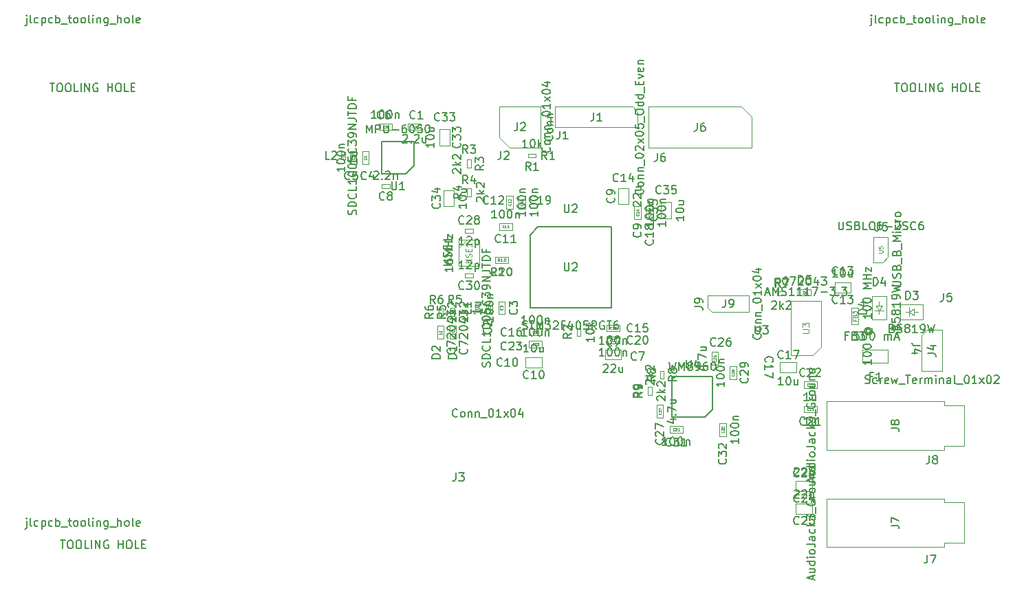
<source format=gbr>
%TF.GenerationSoftware,KiCad,Pcbnew,(5.1.9-0-10_14)*%
%TF.CreationDate,2021-02-23T19:53:59+01:00*%
%TF.ProjectId,codec_breakot,636f6465-635f-4627-9265-616b6f742e6b,rev?*%
%TF.SameCoordinates,Original*%
%TF.FileFunction,Other,Fab,Top*%
%FSLAX46Y46*%
G04 Gerber Fmt 4.6, Leading zero omitted, Abs format (unit mm)*
G04 Created by KiCad (PCBNEW (5.1.9-0-10_14)) date 2021-02-23 19:53:59*
%MOMM*%
%LPD*%
G01*
G04 APERTURE LIST*
%ADD10C,0.150000*%
%ADD11C,0.100000*%
%ADD12C,0.075000*%
%ADD13C,0.040000*%
%ADD14C,0.120000*%
%ADD15C,0.105000*%
%ADD16C,0.080000*%
G04 APERTURE END LIST*
D10*
%TO.C,U1*%
X131750000Y-62000000D02*
X132750000Y-61000000D01*
X132750000Y-61000000D02*
X132750000Y-58000000D01*
X132750000Y-58000000D02*
X128750000Y-58000000D01*
X128750000Y-58000000D02*
X128750000Y-62000000D01*
X128750000Y-62000000D02*
X131750000Y-62000000D01*
D11*
%TO.C,J9*%
X169390000Y-79050000D02*
X168865000Y-78525000D01*
X173945000Y-79050000D02*
X169390000Y-79050000D01*
X173945000Y-76950000D02*
X173945000Y-79050000D01*
X168865000Y-76950000D02*
X173945000Y-76950000D01*
X168865000Y-78525000D02*
X168865000Y-76950000D01*
%TO.C,C35*%
X163130000Y-67500000D02*
X163130000Y-65500000D01*
X163130000Y-65500000D02*
X164370000Y-65500000D01*
X164370000Y-65500000D02*
X164370000Y-67500000D01*
X164370000Y-67500000D02*
X163130000Y-67500000D01*
%TO.C,C34*%
X136380000Y-66000000D02*
X136380000Y-64000000D01*
X136380000Y-64000000D02*
X137620000Y-64000000D01*
X137620000Y-64000000D02*
X137620000Y-66000000D01*
X137620000Y-66000000D02*
X136380000Y-66000000D01*
%TO.C,C33*%
X137120000Y-56500000D02*
X137120000Y-58500000D01*
X137120000Y-58500000D02*
X135880000Y-58500000D01*
X135880000Y-58500000D02*
X135880000Y-56500000D01*
X135880000Y-56500000D02*
X137120000Y-56500000D01*
%TO.C,U5*%
X189300000Y-72875000D02*
X189300000Y-69775000D01*
X189300000Y-69775000D02*
X191100000Y-69775000D01*
X191100000Y-72225000D02*
X191100000Y-69775000D01*
X189300000Y-72875000D02*
X190450000Y-72875000D01*
X191100000Y-72225000D02*
X190450000Y-72875000D01*
%TO.C,J6*%
X173000000Y-53730000D02*
X174270000Y-55000000D01*
X161570000Y-53730000D02*
X173000000Y-53730000D01*
X161570000Y-58810000D02*
X161570000Y-53730000D01*
X174270000Y-58810000D02*
X161570000Y-58810000D01*
X174270000Y-55000000D02*
X174270000Y-58810000D01*
%TO.C,L2*%
X124250000Y-60250000D02*
X123750000Y-60250000D01*
X123750000Y-60250000D02*
X123750000Y-59250000D01*
X123750000Y-59250000D02*
X124250000Y-59250000D01*
X124250000Y-59250000D02*
X124250000Y-60250000D01*
%TO.C,L1*%
X140750000Y-79000000D02*
X140250000Y-79000000D01*
X140250000Y-79000000D02*
X140250000Y-78000000D01*
X140250000Y-78000000D02*
X140750000Y-78000000D01*
X140750000Y-78000000D02*
X140750000Y-79000000D01*
%TO.C,C27*%
X163400000Y-92050000D02*
X162600000Y-92050000D01*
X163400000Y-90450000D02*
X163400000Y-92050000D01*
X162600000Y-90450000D02*
X163400000Y-90450000D01*
X162600000Y-92050000D02*
X162600000Y-90450000D01*
%TO.C,C26*%
X169350000Y-83950000D02*
X170150000Y-83950000D01*
X169350000Y-85550000D02*
X169350000Y-83950000D01*
X170150000Y-85550000D02*
X169350000Y-85550000D01*
X170150000Y-83950000D02*
X170150000Y-85550000D01*
%TO.C,C1*%
X132000000Y-56600000D02*
X132000000Y-55800000D01*
X133600000Y-56600000D02*
X132000000Y-56600000D01*
X133600000Y-55800000D02*
X133600000Y-56600000D01*
X132000000Y-55800000D02*
X133600000Y-55800000D01*
%TO.C,U3*%
X179150000Y-84350000D02*
X179150000Y-77650000D01*
X182850000Y-77650000D02*
X179150000Y-77650000D01*
X181850000Y-84350000D02*
X179150000Y-84350000D01*
X182850000Y-83350000D02*
X182850000Y-77650000D01*
X182850000Y-83350000D02*
X181850000Y-84350000D01*
D10*
%TO.C,U2*%
X147000000Y-69500000D02*
X148000000Y-68500000D01*
X147000000Y-78500000D02*
X147000000Y-69500000D01*
X157000000Y-78500000D02*
X147000000Y-78500000D01*
X157000000Y-68500000D02*
X157000000Y-78500000D01*
X148000000Y-68500000D02*
X157000000Y-68500000D01*
D11*
%TO.C,R10*%
X142700000Y-72200000D02*
X144300000Y-72200000D01*
X144300000Y-72200000D02*
X144300000Y-73000000D01*
X144300000Y-73000000D02*
X142700000Y-73000000D01*
X142700000Y-73000000D02*
X142700000Y-72200000D01*
%TO.C,R9*%
X161500000Y-89250000D02*
X161500000Y-88250000D01*
X161500000Y-88250000D02*
X162000000Y-88250000D01*
X162000000Y-88250000D02*
X162000000Y-89250000D01*
X162000000Y-89250000D02*
X161500000Y-89250000D01*
%TO.C,R8*%
X163500000Y-86250000D02*
X163500000Y-87250000D01*
X163500000Y-87250000D02*
X163000000Y-87250000D01*
X163000000Y-87250000D02*
X163000000Y-86250000D01*
X163000000Y-86250000D02*
X163500000Y-86250000D01*
%TO.C,R7*%
X177450000Y-76500000D02*
X178450000Y-76500000D01*
X178450000Y-76500000D02*
X178450000Y-77000000D01*
X178450000Y-77000000D02*
X177450000Y-77000000D01*
X177450000Y-77000000D02*
X177450000Y-76500000D01*
%TO.C,R6*%
X135750000Y-79500000D02*
X135750000Y-78500000D01*
X135750000Y-78500000D02*
X136250000Y-78500000D01*
X136250000Y-78500000D02*
X136250000Y-79500000D01*
X136250000Y-79500000D02*
X135750000Y-79500000D01*
%TO.C,R5*%
X137250000Y-79500000D02*
X137250000Y-78500000D01*
X137250000Y-78500000D02*
X137750000Y-78500000D01*
X137750000Y-78500000D02*
X137750000Y-79500000D01*
X137750000Y-79500000D02*
X137250000Y-79500000D01*
%TO.C,R4*%
X139250000Y-64750000D02*
X139250000Y-63750000D01*
X139250000Y-63750000D02*
X139750000Y-63750000D01*
X139750000Y-63750000D02*
X139750000Y-64750000D01*
X139750000Y-64750000D02*
X139250000Y-64750000D01*
%TO.C,R3*%
X139750000Y-60250000D02*
X139750000Y-61250000D01*
X139750000Y-61250000D02*
X139250000Y-61250000D01*
X139250000Y-61250000D02*
X139250000Y-60250000D01*
X139250000Y-60250000D02*
X139750000Y-60250000D01*
%TO.C,R2*%
X152750000Y-82000000D02*
X152750000Y-81000000D01*
X152750000Y-81000000D02*
X153250000Y-81000000D01*
X153250000Y-81000000D02*
X153250000Y-82000000D01*
X153250000Y-82000000D02*
X152750000Y-82000000D01*
%TO.C,R1*%
X147750000Y-60000000D02*
X146750000Y-60000000D01*
X146750000Y-60000000D02*
X146750000Y-59500000D01*
X146750000Y-59500000D02*
X147750000Y-59500000D01*
X147750000Y-59500000D02*
X147750000Y-60000000D01*
%TO.C,J8*%
X198000000Y-96000000D02*
X183500000Y-96000000D01*
X183500000Y-96000000D02*
X183500000Y-90000000D01*
X183500000Y-90000000D02*
X198000000Y-90000000D01*
X198000000Y-90000000D02*
X198000000Y-90500000D01*
X198000000Y-90500000D02*
X200500000Y-90500000D01*
X200500000Y-90500000D02*
X200500000Y-95500000D01*
X200500000Y-95500000D02*
X198000000Y-95500000D01*
X198000000Y-95500000D02*
X198000000Y-96000000D01*
%TO.C,J7*%
X198000000Y-108000000D02*
X183500000Y-108000000D01*
X183500000Y-108000000D02*
X183500000Y-102000000D01*
X183500000Y-102000000D02*
X198000000Y-102000000D01*
X198000000Y-102000000D02*
X198000000Y-102500000D01*
X198000000Y-102500000D02*
X200500000Y-102500000D01*
X200500000Y-102500000D02*
X200500000Y-107500000D01*
X200500000Y-107500000D02*
X198000000Y-107500000D01*
X198000000Y-107500000D02*
X198000000Y-108000000D01*
%TO.C,J4*%
X195230000Y-81865000D02*
X195865000Y-81230000D01*
X195230000Y-86310000D02*
X195230000Y-81865000D01*
X197770000Y-86310000D02*
X195230000Y-86310000D01*
X197770000Y-81230000D02*
X197770000Y-86310000D01*
X195865000Y-81230000D02*
X197770000Y-81230000D01*
%TO.C,J2*%
X144500000Y-58770000D02*
X143230000Y-57500000D01*
X148310000Y-58770000D02*
X144500000Y-58770000D01*
X148310000Y-53690000D02*
X148310000Y-58770000D01*
X143230000Y-53690000D02*
X148310000Y-53690000D01*
X143230000Y-57500000D02*
X143230000Y-53690000D01*
%TO.C,J1*%
X159635000Y-53730000D02*
X160270000Y-54365000D01*
X150110000Y-53730000D02*
X159635000Y-53730000D01*
X150110000Y-56270000D02*
X150110000Y-53730000D01*
X160270000Y-56270000D02*
X150110000Y-56270000D01*
X160270000Y-54365000D02*
X160270000Y-56270000D01*
%TO.C,HSE1*%
X139250000Y-70150000D02*
X138250000Y-71150000D01*
X140750000Y-73350000D02*
X140750000Y-70150000D01*
X138250000Y-73350000D02*
X140750000Y-73350000D01*
X138250000Y-70150000D02*
X138250000Y-73350000D01*
X140750000Y-70150000D02*
X138250000Y-70150000D01*
%TO.C,FB3*%
X187450000Y-80500000D02*
X186550000Y-80500000D01*
X186550000Y-80500000D02*
X186550000Y-78500000D01*
X186550000Y-78500000D02*
X187450000Y-78500000D01*
X187450000Y-78500000D02*
X187450000Y-80500000D01*
%TO.C,F1*%
X191100000Y-85300000D02*
X187900000Y-85300000D01*
X187900000Y-85300000D02*
X187900000Y-83700000D01*
X187900000Y-83700000D02*
X191100000Y-83700000D01*
X191100000Y-83700000D02*
X191100000Y-85300000D01*
%TO.C,D5*%
X181600000Y-76200000D02*
X181600000Y-77000000D01*
X181600000Y-77000000D02*
X180000000Y-77000000D01*
X180000000Y-77000000D02*
X180000000Y-76200000D01*
X180000000Y-76200000D02*
X181600000Y-76200000D01*
X180650000Y-76800000D02*
X180650000Y-76400000D01*
X180650000Y-76400000D02*
X180950000Y-76600000D01*
X180950000Y-76600000D02*
X180650000Y-76800000D01*
X181000000Y-76800000D02*
X181000000Y-76400000D01*
%TO.C,D4*%
X189100000Y-79900000D02*
X189100000Y-77100000D01*
X189100000Y-77100000D02*
X190900000Y-77100000D01*
X190900000Y-77100000D02*
X190900000Y-79900000D01*
X190900000Y-79900000D02*
X189100000Y-79900000D01*
X190000000Y-79250000D02*
X190000000Y-78850000D01*
X190000000Y-78850000D02*
X189450000Y-78850000D01*
X190000000Y-78850000D02*
X190550000Y-78850000D01*
X190000000Y-78850000D02*
X189600000Y-78250000D01*
X189600000Y-78250000D02*
X190400000Y-78250000D01*
X190400000Y-78250000D02*
X190000000Y-78850000D01*
X190000000Y-78250000D02*
X190000000Y-77750000D01*
%TO.C,D3*%
X192600000Y-78100000D02*
X195400000Y-78100000D01*
X195400000Y-78100000D02*
X195400000Y-79900000D01*
X195400000Y-79900000D02*
X192600000Y-79900000D01*
X192600000Y-79900000D02*
X192600000Y-78100000D01*
X193250000Y-79000000D02*
X193650000Y-79000000D01*
X193650000Y-79000000D02*
X193650000Y-78450000D01*
X193650000Y-79000000D02*
X193650000Y-79550000D01*
X193650000Y-79000000D02*
X194250000Y-78600000D01*
X194250000Y-78600000D02*
X194250000Y-79400000D01*
X194250000Y-79400000D02*
X193650000Y-79000000D01*
X194250000Y-79000000D02*
X194750000Y-79000000D01*
%TO.C,D2*%
X136400000Y-82300000D02*
X135600000Y-82300000D01*
X135600000Y-82300000D02*
X135600000Y-80700000D01*
X135600000Y-80700000D02*
X136400000Y-80700000D01*
X136400000Y-80700000D02*
X136400000Y-82300000D01*
X135800000Y-81350000D02*
X136200000Y-81350000D01*
X136200000Y-81350000D02*
X136000000Y-81650000D01*
X136000000Y-81650000D02*
X135800000Y-81350000D01*
X135800000Y-81700000D02*
X136200000Y-81700000D01*
%TO.C,D1*%
X137900000Y-82300000D02*
X137100000Y-82300000D01*
X137100000Y-82300000D02*
X137100000Y-80700000D01*
X137100000Y-80700000D02*
X137900000Y-80700000D01*
X137900000Y-80700000D02*
X137900000Y-82300000D01*
X137300000Y-81350000D02*
X137700000Y-81350000D01*
X137700000Y-81350000D02*
X137500000Y-81650000D01*
X137500000Y-81650000D02*
X137300000Y-81350000D01*
X137300000Y-81700000D02*
X137700000Y-81700000D01*
%TO.C,C32*%
X171150000Y-94300000D02*
X170350000Y-94300000D01*
X171150000Y-92700000D02*
X171150000Y-94300000D01*
X170350000Y-92700000D02*
X171150000Y-92700000D01*
X170350000Y-94300000D02*
X170350000Y-92700000D01*
%TO.C,C31*%
X164200000Y-93900000D02*
X164200000Y-93100000D01*
X165800000Y-93900000D02*
X164200000Y-93900000D01*
X165800000Y-93100000D02*
X165800000Y-93900000D01*
X164200000Y-93100000D02*
X165800000Y-93100000D01*
%TO.C,C30*%
X140000000Y-74750000D02*
X139000000Y-74750000D01*
X139000000Y-74750000D02*
X139000000Y-74250000D01*
X139000000Y-74250000D02*
X140000000Y-74250000D01*
X140000000Y-74250000D02*
X140000000Y-74750000D01*
%TO.C,C29*%
X171600000Y-85700000D02*
X172400000Y-85700000D01*
X171600000Y-87300000D02*
X171600000Y-85700000D01*
X172400000Y-87300000D02*
X171600000Y-87300000D01*
X172400000Y-85700000D02*
X172400000Y-87300000D01*
%TO.C,C28*%
X139000000Y-68750000D02*
X140000000Y-68750000D01*
X140000000Y-68750000D02*
X140000000Y-69250000D01*
X140000000Y-69250000D02*
X139000000Y-69250000D01*
X139000000Y-69250000D02*
X139000000Y-68750000D01*
%TO.C,C25*%
X181750000Y-103870000D02*
X179750000Y-103870000D01*
X179750000Y-103870000D02*
X179750000Y-102630000D01*
X179750000Y-102630000D02*
X181750000Y-102630000D01*
X181750000Y-102630000D02*
X181750000Y-103870000D01*
%TO.C,C24*%
X181750000Y-101120000D02*
X179750000Y-101120000D01*
X179750000Y-101120000D02*
X179750000Y-99880000D01*
X179750000Y-99880000D02*
X181750000Y-99880000D01*
X181750000Y-99880000D02*
X181750000Y-101120000D01*
%TO.C,C23*%
X148500000Y-82600000D02*
X148500000Y-83400000D01*
X146900000Y-82600000D02*
X148500000Y-82600000D01*
X146900000Y-83400000D02*
X146900000Y-82600000D01*
X148500000Y-83400000D02*
X146900000Y-83400000D01*
%TO.C,C22*%
X180700000Y-88400000D02*
X180700000Y-87600000D01*
X182300000Y-88400000D02*
X180700000Y-88400000D01*
X182300000Y-87600000D02*
X182300000Y-88400000D01*
X180700000Y-87600000D02*
X182300000Y-87600000D01*
%TO.C,C21*%
X180700000Y-91400000D02*
X180700000Y-90600000D01*
X182300000Y-91400000D02*
X180700000Y-91400000D01*
X182300000Y-90600000D02*
X182300000Y-91400000D01*
X180700000Y-90600000D02*
X182300000Y-90600000D01*
%TO.C,C20*%
X156450000Y-82900000D02*
X156450000Y-82100000D01*
X158050000Y-82900000D02*
X156450000Y-82900000D01*
X158050000Y-82100000D02*
X158050000Y-82900000D01*
X156450000Y-82100000D02*
X158050000Y-82100000D01*
%TO.C,C19*%
X146400000Y-66300000D02*
X145600000Y-66300000D01*
X146400000Y-64700000D02*
X146400000Y-66300000D01*
X145600000Y-64700000D02*
X146400000Y-64700000D01*
X145600000Y-66300000D02*
X145600000Y-64700000D01*
%TO.C,C18*%
X162150000Y-67550000D02*
X161350000Y-67550000D01*
X162150000Y-65950000D02*
X162150000Y-67550000D01*
X161350000Y-65950000D02*
X162150000Y-65950000D01*
X161350000Y-67550000D02*
X161350000Y-65950000D01*
%TO.C,C17*%
X177800000Y-85180000D02*
X179800000Y-85180000D01*
X179800000Y-85180000D02*
X179800000Y-86420000D01*
X179800000Y-86420000D02*
X177800000Y-86420000D01*
X177800000Y-86420000D02*
X177800000Y-85180000D01*
%TO.C,C16*%
X148500000Y-81100000D02*
X148500000Y-81900000D01*
X146900000Y-81100000D02*
X148500000Y-81100000D01*
X146900000Y-81900000D02*
X146900000Y-81100000D01*
X148500000Y-81900000D02*
X146900000Y-81900000D01*
%TO.C,C15*%
X156450000Y-81400000D02*
X156450000Y-80600000D01*
X158050000Y-81400000D02*
X156450000Y-81400000D01*
X158050000Y-80600000D02*
X158050000Y-81400000D01*
X156450000Y-80600000D02*
X158050000Y-80600000D01*
%TO.C,C14*%
X160650000Y-67550000D02*
X159850000Y-67550000D01*
X160650000Y-65950000D02*
X160650000Y-67550000D01*
X159850000Y-65950000D02*
X160650000Y-65950000D01*
X159850000Y-67550000D02*
X159850000Y-65950000D01*
%TO.C,C13*%
X186500000Y-76620000D02*
X184500000Y-76620000D01*
X184500000Y-76620000D02*
X184500000Y-75380000D01*
X184500000Y-75380000D02*
X186500000Y-75380000D01*
X186500000Y-75380000D02*
X186500000Y-76620000D01*
%TO.C,C12*%
X144900000Y-66300000D02*
X144100000Y-66300000D01*
X144900000Y-64700000D02*
X144900000Y-66300000D01*
X144100000Y-64700000D02*
X144900000Y-64700000D01*
X144100000Y-66300000D02*
X144100000Y-64700000D01*
%TO.C,C11*%
X144800000Y-68100000D02*
X144800000Y-68900000D01*
X143200000Y-68100000D02*
X144800000Y-68100000D01*
X143200000Y-68900000D02*
X143200000Y-68100000D01*
X144800000Y-68900000D02*
X143200000Y-68900000D01*
%TO.C,C10*%
X148450000Y-85870000D02*
X146450000Y-85870000D01*
X146450000Y-85870000D02*
X146450000Y-84630000D01*
X146450000Y-84630000D02*
X148450000Y-84630000D01*
X148450000Y-84630000D02*
X148450000Y-85870000D01*
%TO.C,C9*%
X157880000Y-65750000D02*
X157880000Y-63750000D01*
X157880000Y-63750000D02*
X159120000Y-63750000D01*
X159120000Y-63750000D02*
X159120000Y-65750000D01*
X159120000Y-65750000D02*
X157880000Y-65750000D01*
%TO.C,C8*%
X129750000Y-63750000D02*
X128750000Y-63750000D01*
X128750000Y-63750000D02*
X128750000Y-63250000D01*
X128750000Y-63250000D02*
X129750000Y-63250000D01*
X129750000Y-63250000D02*
X129750000Y-63750000D01*
%TO.C,C7*%
X156250000Y-83630000D02*
X158250000Y-83630000D01*
X158250000Y-83630000D02*
X158250000Y-84870000D01*
X158250000Y-84870000D02*
X156250000Y-84870000D01*
X156250000Y-84870000D02*
X156250000Y-83630000D01*
%TO.C,C6*%
X130000000Y-55800000D02*
X130000000Y-56600000D01*
X128400000Y-55800000D02*
X130000000Y-55800000D01*
X128400000Y-56600000D02*
X128400000Y-55800000D01*
X130000000Y-56600000D02*
X128400000Y-56600000D01*
%TO.C,C5*%
X124850000Y-59200000D02*
X125650000Y-59200000D01*
X124850000Y-60800000D02*
X124850000Y-59200000D01*
X125650000Y-60800000D02*
X124850000Y-60800000D01*
X125650000Y-59200000D02*
X125650000Y-60800000D01*
%TO.C,C4*%
X126350000Y-59200000D02*
X127150000Y-59200000D01*
X126350000Y-60800000D02*
X126350000Y-59200000D01*
X127150000Y-60800000D02*
X126350000Y-60800000D01*
X127150000Y-59200000D02*
X127150000Y-60800000D01*
%TO.C,C3*%
X143100000Y-77700000D02*
X143900000Y-77700000D01*
X143100000Y-79300000D02*
X143100000Y-77700000D01*
X143900000Y-79300000D02*
X143100000Y-79300000D01*
X143900000Y-77700000D02*
X143900000Y-79300000D01*
%TO.C,C2*%
X141600000Y-77700000D02*
X142400000Y-77700000D01*
X141600000Y-79300000D02*
X141600000Y-77700000D01*
X142400000Y-79300000D02*
X141600000Y-79300000D01*
X142400000Y-77700000D02*
X142400000Y-79300000D01*
D10*
%TO.C,U4*%
X169500000Y-91000000D02*
X168500000Y-92000000D01*
X169500000Y-87000000D02*
X169500000Y-91000000D01*
X164500000Y-87000000D02*
X169500000Y-87000000D01*
X164500000Y-92000000D02*
X164500000Y-87000000D01*
X168500000Y-92000000D02*
X164500000Y-92000000D01*
%TD*%
%TO.C,TOOLING HOLE*%
X89214285Y-107152380D02*
X89785714Y-107152380D01*
X89500000Y-108152380D02*
X89500000Y-107152380D01*
X90309523Y-107152380D02*
X90500000Y-107152380D01*
X90595238Y-107200000D01*
X90690476Y-107295238D01*
X90738095Y-107485714D01*
X90738095Y-107819047D01*
X90690476Y-108009523D01*
X90595238Y-108104761D01*
X90500000Y-108152380D01*
X90309523Y-108152380D01*
X90214285Y-108104761D01*
X90119047Y-108009523D01*
X90071428Y-107819047D01*
X90071428Y-107485714D01*
X90119047Y-107295238D01*
X90214285Y-107200000D01*
X90309523Y-107152380D01*
X91357142Y-107152380D02*
X91547619Y-107152380D01*
X91642857Y-107200000D01*
X91738095Y-107295238D01*
X91785714Y-107485714D01*
X91785714Y-107819047D01*
X91738095Y-108009523D01*
X91642857Y-108104761D01*
X91547619Y-108152380D01*
X91357142Y-108152380D01*
X91261904Y-108104761D01*
X91166666Y-108009523D01*
X91119047Y-107819047D01*
X91119047Y-107485714D01*
X91166666Y-107295238D01*
X91261904Y-107200000D01*
X91357142Y-107152380D01*
X92690476Y-108152380D02*
X92214285Y-108152380D01*
X92214285Y-107152380D01*
X93023809Y-108152380D02*
X93023809Y-107152380D01*
X93500000Y-108152380D02*
X93500000Y-107152380D01*
X94071428Y-108152380D01*
X94071428Y-107152380D01*
X95071428Y-107200000D02*
X94976190Y-107152380D01*
X94833333Y-107152380D01*
X94690476Y-107200000D01*
X94595238Y-107295238D01*
X94547619Y-107390476D01*
X94500000Y-107580952D01*
X94500000Y-107723809D01*
X94547619Y-107914285D01*
X94595238Y-108009523D01*
X94690476Y-108104761D01*
X94833333Y-108152380D01*
X94928571Y-108152380D01*
X95071428Y-108104761D01*
X95119047Y-108057142D01*
X95119047Y-107723809D01*
X94928571Y-107723809D01*
X96309523Y-108152380D02*
X96309523Y-107152380D01*
X96309523Y-107628571D02*
X96880952Y-107628571D01*
X96880952Y-108152380D02*
X96880952Y-107152380D01*
X97547619Y-107152380D02*
X97738095Y-107152380D01*
X97833333Y-107200000D01*
X97928571Y-107295238D01*
X97976190Y-107485714D01*
X97976190Y-107819047D01*
X97928571Y-108009523D01*
X97833333Y-108104761D01*
X97738095Y-108152380D01*
X97547619Y-108152380D01*
X97452380Y-108104761D01*
X97357142Y-108009523D01*
X97309523Y-107819047D01*
X97309523Y-107485714D01*
X97357142Y-107295238D01*
X97452380Y-107200000D01*
X97547619Y-107152380D01*
X98880952Y-108152380D02*
X98404761Y-108152380D01*
X98404761Y-107152380D01*
X99214285Y-107628571D02*
X99547619Y-107628571D01*
X99690476Y-108152380D02*
X99214285Y-108152380D01*
X99214285Y-107152380D01*
X99690476Y-107152380D01*
X85023809Y-104735714D02*
X85023809Y-105592857D01*
X84976190Y-105688095D01*
X84880952Y-105735714D01*
X84833333Y-105735714D01*
X85023809Y-104402380D02*
X84976190Y-104450000D01*
X85023809Y-104497619D01*
X85071428Y-104450000D01*
X85023809Y-104402380D01*
X85023809Y-104497619D01*
X85642857Y-105402380D02*
X85547619Y-105354761D01*
X85500000Y-105259523D01*
X85500000Y-104402380D01*
X86452380Y-105354761D02*
X86357142Y-105402380D01*
X86166666Y-105402380D01*
X86071428Y-105354761D01*
X86023809Y-105307142D01*
X85976190Y-105211904D01*
X85976190Y-104926190D01*
X86023809Y-104830952D01*
X86071428Y-104783333D01*
X86166666Y-104735714D01*
X86357142Y-104735714D01*
X86452380Y-104783333D01*
X86880952Y-104735714D02*
X86880952Y-105735714D01*
X86880952Y-104783333D02*
X86976190Y-104735714D01*
X87166666Y-104735714D01*
X87261904Y-104783333D01*
X87309523Y-104830952D01*
X87357142Y-104926190D01*
X87357142Y-105211904D01*
X87309523Y-105307142D01*
X87261904Y-105354761D01*
X87166666Y-105402380D01*
X86976190Y-105402380D01*
X86880952Y-105354761D01*
X88214285Y-105354761D02*
X88119047Y-105402380D01*
X87928571Y-105402380D01*
X87833333Y-105354761D01*
X87785714Y-105307142D01*
X87738095Y-105211904D01*
X87738095Y-104926190D01*
X87785714Y-104830952D01*
X87833333Y-104783333D01*
X87928571Y-104735714D01*
X88119047Y-104735714D01*
X88214285Y-104783333D01*
X88642857Y-105402380D02*
X88642857Y-104402380D01*
X88642857Y-104783333D02*
X88738095Y-104735714D01*
X88928571Y-104735714D01*
X89023809Y-104783333D01*
X89071428Y-104830952D01*
X89119047Y-104926190D01*
X89119047Y-105211904D01*
X89071428Y-105307142D01*
X89023809Y-105354761D01*
X88928571Y-105402380D01*
X88738095Y-105402380D01*
X88642857Y-105354761D01*
X89309523Y-105497619D02*
X90071428Y-105497619D01*
X90166666Y-104735714D02*
X90547619Y-104735714D01*
X90309523Y-104402380D02*
X90309523Y-105259523D01*
X90357142Y-105354761D01*
X90452380Y-105402380D01*
X90547619Y-105402380D01*
X91023809Y-105402380D02*
X90928571Y-105354761D01*
X90880952Y-105307142D01*
X90833333Y-105211904D01*
X90833333Y-104926190D01*
X90880952Y-104830952D01*
X90928571Y-104783333D01*
X91023809Y-104735714D01*
X91166666Y-104735714D01*
X91261904Y-104783333D01*
X91309523Y-104830952D01*
X91357142Y-104926190D01*
X91357142Y-105211904D01*
X91309523Y-105307142D01*
X91261904Y-105354761D01*
X91166666Y-105402380D01*
X91023809Y-105402380D01*
X91928571Y-105402380D02*
X91833333Y-105354761D01*
X91785714Y-105307142D01*
X91738095Y-105211904D01*
X91738095Y-104926190D01*
X91785714Y-104830952D01*
X91833333Y-104783333D01*
X91928571Y-104735714D01*
X92071428Y-104735714D01*
X92166666Y-104783333D01*
X92214285Y-104830952D01*
X92261904Y-104926190D01*
X92261904Y-105211904D01*
X92214285Y-105307142D01*
X92166666Y-105354761D01*
X92071428Y-105402380D01*
X91928571Y-105402380D01*
X92833333Y-105402380D02*
X92738095Y-105354761D01*
X92690476Y-105259523D01*
X92690476Y-104402380D01*
X93214285Y-105402380D02*
X93214285Y-104735714D01*
X93214285Y-104402380D02*
X93166666Y-104450000D01*
X93214285Y-104497619D01*
X93261904Y-104450000D01*
X93214285Y-104402380D01*
X93214285Y-104497619D01*
X93690476Y-104735714D02*
X93690476Y-105402380D01*
X93690476Y-104830952D02*
X93738095Y-104783333D01*
X93833333Y-104735714D01*
X93976190Y-104735714D01*
X94071428Y-104783333D01*
X94119047Y-104878571D01*
X94119047Y-105402380D01*
X95023809Y-104735714D02*
X95023809Y-105545238D01*
X94976190Y-105640476D01*
X94928571Y-105688095D01*
X94833333Y-105735714D01*
X94690476Y-105735714D01*
X94595238Y-105688095D01*
X95023809Y-105354761D02*
X94928571Y-105402380D01*
X94738095Y-105402380D01*
X94642857Y-105354761D01*
X94595238Y-105307142D01*
X94547619Y-105211904D01*
X94547619Y-104926190D01*
X94595238Y-104830952D01*
X94642857Y-104783333D01*
X94738095Y-104735714D01*
X94928571Y-104735714D01*
X95023809Y-104783333D01*
X95261904Y-105497619D02*
X96023809Y-105497619D01*
X96261904Y-105402380D02*
X96261904Y-104402380D01*
X96690476Y-105402380D02*
X96690476Y-104878571D01*
X96642857Y-104783333D01*
X96547619Y-104735714D01*
X96404761Y-104735714D01*
X96309523Y-104783333D01*
X96261904Y-104830952D01*
X97309523Y-105402380D02*
X97214285Y-105354761D01*
X97166666Y-105307142D01*
X97119047Y-105211904D01*
X97119047Y-104926190D01*
X97166666Y-104830952D01*
X97214285Y-104783333D01*
X97309523Y-104735714D01*
X97452380Y-104735714D01*
X97547619Y-104783333D01*
X97595238Y-104830952D01*
X97642857Y-104926190D01*
X97642857Y-105211904D01*
X97595238Y-105307142D01*
X97547619Y-105354761D01*
X97452380Y-105402380D01*
X97309523Y-105402380D01*
X98214285Y-105402380D02*
X98119047Y-105354761D01*
X98071428Y-105259523D01*
X98071428Y-104402380D01*
X98976190Y-105354761D02*
X98880952Y-105402380D01*
X98690476Y-105402380D01*
X98595238Y-105354761D01*
X98547619Y-105259523D01*
X98547619Y-104878571D01*
X98595238Y-104783333D01*
X98690476Y-104735714D01*
X98880952Y-104735714D01*
X98976190Y-104783333D01*
X99023809Y-104878571D01*
X99023809Y-104973809D01*
X98547619Y-105069047D01*
X87914285Y-50852380D02*
X88485714Y-50852380D01*
X88200000Y-51852380D02*
X88200000Y-50852380D01*
X89009523Y-50852380D02*
X89200000Y-50852380D01*
X89295238Y-50900000D01*
X89390476Y-50995238D01*
X89438095Y-51185714D01*
X89438095Y-51519047D01*
X89390476Y-51709523D01*
X89295238Y-51804761D01*
X89200000Y-51852380D01*
X89009523Y-51852380D01*
X88914285Y-51804761D01*
X88819047Y-51709523D01*
X88771428Y-51519047D01*
X88771428Y-51185714D01*
X88819047Y-50995238D01*
X88914285Y-50900000D01*
X89009523Y-50852380D01*
X90057142Y-50852380D02*
X90247619Y-50852380D01*
X90342857Y-50900000D01*
X90438095Y-50995238D01*
X90485714Y-51185714D01*
X90485714Y-51519047D01*
X90438095Y-51709523D01*
X90342857Y-51804761D01*
X90247619Y-51852380D01*
X90057142Y-51852380D01*
X89961904Y-51804761D01*
X89866666Y-51709523D01*
X89819047Y-51519047D01*
X89819047Y-51185714D01*
X89866666Y-50995238D01*
X89961904Y-50900000D01*
X90057142Y-50852380D01*
X91390476Y-51852380D02*
X90914285Y-51852380D01*
X90914285Y-50852380D01*
X91723809Y-51852380D02*
X91723809Y-50852380D01*
X92200000Y-51852380D02*
X92200000Y-50852380D01*
X92771428Y-51852380D01*
X92771428Y-50852380D01*
X93771428Y-50900000D02*
X93676190Y-50852380D01*
X93533333Y-50852380D01*
X93390476Y-50900000D01*
X93295238Y-50995238D01*
X93247619Y-51090476D01*
X93200000Y-51280952D01*
X93200000Y-51423809D01*
X93247619Y-51614285D01*
X93295238Y-51709523D01*
X93390476Y-51804761D01*
X93533333Y-51852380D01*
X93628571Y-51852380D01*
X93771428Y-51804761D01*
X93819047Y-51757142D01*
X93819047Y-51423809D01*
X93628571Y-51423809D01*
X95009523Y-51852380D02*
X95009523Y-50852380D01*
X95009523Y-51328571D02*
X95580952Y-51328571D01*
X95580952Y-51852380D02*
X95580952Y-50852380D01*
X96247619Y-50852380D02*
X96438095Y-50852380D01*
X96533333Y-50900000D01*
X96628571Y-50995238D01*
X96676190Y-51185714D01*
X96676190Y-51519047D01*
X96628571Y-51709523D01*
X96533333Y-51804761D01*
X96438095Y-51852380D01*
X96247619Y-51852380D01*
X96152380Y-51804761D01*
X96057142Y-51709523D01*
X96009523Y-51519047D01*
X96009523Y-51185714D01*
X96057142Y-50995238D01*
X96152380Y-50900000D01*
X96247619Y-50852380D01*
X97580952Y-51852380D02*
X97104761Y-51852380D01*
X97104761Y-50852380D01*
X97914285Y-51328571D02*
X98247619Y-51328571D01*
X98390476Y-51852380D02*
X97914285Y-51852380D01*
X97914285Y-50852380D01*
X98390476Y-50852380D01*
X85023809Y-42735714D02*
X85023809Y-43592857D01*
X84976190Y-43688095D01*
X84880952Y-43735714D01*
X84833333Y-43735714D01*
X85023809Y-42402380D02*
X84976190Y-42450000D01*
X85023809Y-42497619D01*
X85071428Y-42450000D01*
X85023809Y-42402380D01*
X85023809Y-42497619D01*
X85642857Y-43402380D02*
X85547619Y-43354761D01*
X85500000Y-43259523D01*
X85500000Y-42402380D01*
X86452380Y-43354761D02*
X86357142Y-43402380D01*
X86166666Y-43402380D01*
X86071428Y-43354761D01*
X86023809Y-43307142D01*
X85976190Y-43211904D01*
X85976190Y-42926190D01*
X86023809Y-42830952D01*
X86071428Y-42783333D01*
X86166666Y-42735714D01*
X86357142Y-42735714D01*
X86452380Y-42783333D01*
X86880952Y-42735714D02*
X86880952Y-43735714D01*
X86880952Y-42783333D02*
X86976190Y-42735714D01*
X87166666Y-42735714D01*
X87261904Y-42783333D01*
X87309523Y-42830952D01*
X87357142Y-42926190D01*
X87357142Y-43211904D01*
X87309523Y-43307142D01*
X87261904Y-43354761D01*
X87166666Y-43402380D01*
X86976190Y-43402380D01*
X86880952Y-43354761D01*
X88214285Y-43354761D02*
X88119047Y-43402380D01*
X87928571Y-43402380D01*
X87833333Y-43354761D01*
X87785714Y-43307142D01*
X87738095Y-43211904D01*
X87738095Y-42926190D01*
X87785714Y-42830952D01*
X87833333Y-42783333D01*
X87928571Y-42735714D01*
X88119047Y-42735714D01*
X88214285Y-42783333D01*
X88642857Y-43402380D02*
X88642857Y-42402380D01*
X88642857Y-42783333D02*
X88738095Y-42735714D01*
X88928571Y-42735714D01*
X89023809Y-42783333D01*
X89071428Y-42830952D01*
X89119047Y-42926190D01*
X89119047Y-43211904D01*
X89071428Y-43307142D01*
X89023809Y-43354761D01*
X88928571Y-43402380D01*
X88738095Y-43402380D01*
X88642857Y-43354761D01*
X89309523Y-43497619D02*
X90071428Y-43497619D01*
X90166666Y-42735714D02*
X90547619Y-42735714D01*
X90309523Y-42402380D02*
X90309523Y-43259523D01*
X90357142Y-43354761D01*
X90452380Y-43402380D01*
X90547619Y-43402380D01*
X91023809Y-43402380D02*
X90928571Y-43354761D01*
X90880952Y-43307142D01*
X90833333Y-43211904D01*
X90833333Y-42926190D01*
X90880952Y-42830952D01*
X90928571Y-42783333D01*
X91023809Y-42735714D01*
X91166666Y-42735714D01*
X91261904Y-42783333D01*
X91309523Y-42830952D01*
X91357142Y-42926190D01*
X91357142Y-43211904D01*
X91309523Y-43307142D01*
X91261904Y-43354761D01*
X91166666Y-43402380D01*
X91023809Y-43402380D01*
X91928571Y-43402380D02*
X91833333Y-43354761D01*
X91785714Y-43307142D01*
X91738095Y-43211904D01*
X91738095Y-42926190D01*
X91785714Y-42830952D01*
X91833333Y-42783333D01*
X91928571Y-42735714D01*
X92071428Y-42735714D01*
X92166666Y-42783333D01*
X92214285Y-42830952D01*
X92261904Y-42926190D01*
X92261904Y-43211904D01*
X92214285Y-43307142D01*
X92166666Y-43354761D01*
X92071428Y-43402380D01*
X91928571Y-43402380D01*
X92833333Y-43402380D02*
X92738095Y-43354761D01*
X92690476Y-43259523D01*
X92690476Y-42402380D01*
X93214285Y-43402380D02*
X93214285Y-42735714D01*
X93214285Y-42402380D02*
X93166666Y-42450000D01*
X93214285Y-42497619D01*
X93261904Y-42450000D01*
X93214285Y-42402380D01*
X93214285Y-42497619D01*
X93690476Y-42735714D02*
X93690476Y-43402380D01*
X93690476Y-42830952D02*
X93738095Y-42783333D01*
X93833333Y-42735714D01*
X93976190Y-42735714D01*
X94071428Y-42783333D01*
X94119047Y-42878571D01*
X94119047Y-43402380D01*
X95023809Y-42735714D02*
X95023809Y-43545238D01*
X94976190Y-43640476D01*
X94928571Y-43688095D01*
X94833333Y-43735714D01*
X94690476Y-43735714D01*
X94595238Y-43688095D01*
X95023809Y-43354761D02*
X94928571Y-43402380D01*
X94738095Y-43402380D01*
X94642857Y-43354761D01*
X94595238Y-43307142D01*
X94547619Y-43211904D01*
X94547619Y-42926190D01*
X94595238Y-42830952D01*
X94642857Y-42783333D01*
X94738095Y-42735714D01*
X94928571Y-42735714D01*
X95023809Y-42783333D01*
X95261904Y-43497619D02*
X96023809Y-43497619D01*
X96261904Y-43402380D02*
X96261904Y-42402380D01*
X96690476Y-43402380D02*
X96690476Y-42878571D01*
X96642857Y-42783333D01*
X96547619Y-42735714D01*
X96404761Y-42735714D01*
X96309523Y-42783333D01*
X96261904Y-42830952D01*
X97309523Y-43402380D02*
X97214285Y-43354761D01*
X97166666Y-43307142D01*
X97119047Y-43211904D01*
X97119047Y-42926190D01*
X97166666Y-42830952D01*
X97214285Y-42783333D01*
X97309523Y-42735714D01*
X97452380Y-42735714D01*
X97547619Y-42783333D01*
X97595238Y-42830952D01*
X97642857Y-42926190D01*
X97642857Y-43211904D01*
X97595238Y-43307142D01*
X97547619Y-43354761D01*
X97452380Y-43402380D01*
X97309523Y-43402380D01*
X98214285Y-43402380D02*
X98119047Y-43354761D01*
X98071428Y-43259523D01*
X98071428Y-42402380D01*
X98976190Y-43354761D02*
X98880952Y-43402380D01*
X98690476Y-43402380D01*
X98595238Y-43354761D01*
X98547619Y-43259523D01*
X98547619Y-42878571D01*
X98595238Y-42783333D01*
X98690476Y-42735714D01*
X98880952Y-42735714D01*
X98976190Y-42783333D01*
X99023809Y-42878571D01*
X99023809Y-42973809D01*
X98547619Y-43069047D01*
X191914285Y-50852380D02*
X192485714Y-50852380D01*
X192200000Y-51852380D02*
X192200000Y-50852380D01*
X193009523Y-50852380D02*
X193200000Y-50852380D01*
X193295238Y-50900000D01*
X193390476Y-50995238D01*
X193438095Y-51185714D01*
X193438095Y-51519047D01*
X193390476Y-51709523D01*
X193295238Y-51804761D01*
X193200000Y-51852380D01*
X193009523Y-51852380D01*
X192914285Y-51804761D01*
X192819047Y-51709523D01*
X192771428Y-51519047D01*
X192771428Y-51185714D01*
X192819047Y-50995238D01*
X192914285Y-50900000D01*
X193009523Y-50852380D01*
X194057142Y-50852380D02*
X194247619Y-50852380D01*
X194342857Y-50900000D01*
X194438095Y-50995238D01*
X194485714Y-51185714D01*
X194485714Y-51519047D01*
X194438095Y-51709523D01*
X194342857Y-51804761D01*
X194247619Y-51852380D01*
X194057142Y-51852380D01*
X193961904Y-51804761D01*
X193866666Y-51709523D01*
X193819047Y-51519047D01*
X193819047Y-51185714D01*
X193866666Y-50995238D01*
X193961904Y-50900000D01*
X194057142Y-50852380D01*
X195390476Y-51852380D02*
X194914285Y-51852380D01*
X194914285Y-50852380D01*
X195723809Y-51852380D02*
X195723809Y-50852380D01*
X196200000Y-51852380D02*
X196200000Y-50852380D01*
X196771428Y-51852380D01*
X196771428Y-50852380D01*
X197771428Y-50900000D02*
X197676190Y-50852380D01*
X197533333Y-50852380D01*
X197390476Y-50900000D01*
X197295238Y-50995238D01*
X197247619Y-51090476D01*
X197200000Y-51280952D01*
X197200000Y-51423809D01*
X197247619Y-51614285D01*
X197295238Y-51709523D01*
X197390476Y-51804761D01*
X197533333Y-51852380D01*
X197628571Y-51852380D01*
X197771428Y-51804761D01*
X197819047Y-51757142D01*
X197819047Y-51423809D01*
X197628571Y-51423809D01*
X199009523Y-51852380D02*
X199009523Y-50852380D01*
X199009523Y-51328571D02*
X199580952Y-51328571D01*
X199580952Y-51852380D02*
X199580952Y-50852380D01*
X200247619Y-50852380D02*
X200438095Y-50852380D01*
X200533333Y-50900000D01*
X200628571Y-50995238D01*
X200676190Y-51185714D01*
X200676190Y-51519047D01*
X200628571Y-51709523D01*
X200533333Y-51804761D01*
X200438095Y-51852380D01*
X200247619Y-51852380D01*
X200152380Y-51804761D01*
X200057142Y-51709523D01*
X200009523Y-51519047D01*
X200009523Y-51185714D01*
X200057142Y-50995238D01*
X200152380Y-50900000D01*
X200247619Y-50852380D01*
X201580952Y-51852380D02*
X201104761Y-51852380D01*
X201104761Y-50852380D01*
X201914285Y-51328571D02*
X202247619Y-51328571D01*
X202390476Y-51852380D02*
X201914285Y-51852380D01*
X201914285Y-50852380D01*
X202390476Y-50852380D01*
X189023809Y-42735714D02*
X189023809Y-43592857D01*
X188976190Y-43688095D01*
X188880952Y-43735714D01*
X188833333Y-43735714D01*
X189023809Y-42402380D02*
X188976190Y-42450000D01*
X189023809Y-42497619D01*
X189071428Y-42450000D01*
X189023809Y-42402380D01*
X189023809Y-42497619D01*
X189642857Y-43402380D02*
X189547619Y-43354761D01*
X189500000Y-43259523D01*
X189500000Y-42402380D01*
X190452380Y-43354761D02*
X190357142Y-43402380D01*
X190166666Y-43402380D01*
X190071428Y-43354761D01*
X190023809Y-43307142D01*
X189976190Y-43211904D01*
X189976190Y-42926190D01*
X190023809Y-42830952D01*
X190071428Y-42783333D01*
X190166666Y-42735714D01*
X190357142Y-42735714D01*
X190452380Y-42783333D01*
X190880952Y-42735714D02*
X190880952Y-43735714D01*
X190880952Y-42783333D02*
X190976190Y-42735714D01*
X191166666Y-42735714D01*
X191261904Y-42783333D01*
X191309523Y-42830952D01*
X191357142Y-42926190D01*
X191357142Y-43211904D01*
X191309523Y-43307142D01*
X191261904Y-43354761D01*
X191166666Y-43402380D01*
X190976190Y-43402380D01*
X190880952Y-43354761D01*
X192214285Y-43354761D02*
X192119047Y-43402380D01*
X191928571Y-43402380D01*
X191833333Y-43354761D01*
X191785714Y-43307142D01*
X191738095Y-43211904D01*
X191738095Y-42926190D01*
X191785714Y-42830952D01*
X191833333Y-42783333D01*
X191928571Y-42735714D01*
X192119047Y-42735714D01*
X192214285Y-42783333D01*
X192642857Y-43402380D02*
X192642857Y-42402380D01*
X192642857Y-42783333D02*
X192738095Y-42735714D01*
X192928571Y-42735714D01*
X193023809Y-42783333D01*
X193071428Y-42830952D01*
X193119047Y-42926190D01*
X193119047Y-43211904D01*
X193071428Y-43307142D01*
X193023809Y-43354761D01*
X192928571Y-43402380D01*
X192738095Y-43402380D01*
X192642857Y-43354761D01*
X193309523Y-43497619D02*
X194071428Y-43497619D01*
X194166666Y-42735714D02*
X194547619Y-42735714D01*
X194309523Y-42402380D02*
X194309523Y-43259523D01*
X194357142Y-43354761D01*
X194452380Y-43402380D01*
X194547619Y-43402380D01*
X195023809Y-43402380D02*
X194928571Y-43354761D01*
X194880952Y-43307142D01*
X194833333Y-43211904D01*
X194833333Y-42926190D01*
X194880952Y-42830952D01*
X194928571Y-42783333D01*
X195023809Y-42735714D01*
X195166666Y-42735714D01*
X195261904Y-42783333D01*
X195309523Y-42830952D01*
X195357142Y-42926190D01*
X195357142Y-43211904D01*
X195309523Y-43307142D01*
X195261904Y-43354761D01*
X195166666Y-43402380D01*
X195023809Y-43402380D01*
X195928571Y-43402380D02*
X195833333Y-43354761D01*
X195785714Y-43307142D01*
X195738095Y-43211904D01*
X195738095Y-42926190D01*
X195785714Y-42830952D01*
X195833333Y-42783333D01*
X195928571Y-42735714D01*
X196071428Y-42735714D01*
X196166666Y-42783333D01*
X196214285Y-42830952D01*
X196261904Y-42926190D01*
X196261904Y-43211904D01*
X196214285Y-43307142D01*
X196166666Y-43354761D01*
X196071428Y-43402380D01*
X195928571Y-43402380D01*
X196833333Y-43402380D02*
X196738095Y-43354761D01*
X196690476Y-43259523D01*
X196690476Y-42402380D01*
X197214285Y-43402380D02*
X197214285Y-42735714D01*
X197214285Y-42402380D02*
X197166666Y-42450000D01*
X197214285Y-42497619D01*
X197261904Y-42450000D01*
X197214285Y-42402380D01*
X197214285Y-42497619D01*
X197690476Y-42735714D02*
X197690476Y-43402380D01*
X197690476Y-42830952D02*
X197738095Y-42783333D01*
X197833333Y-42735714D01*
X197976190Y-42735714D01*
X198071428Y-42783333D01*
X198119047Y-42878571D01*
X198119047Y-43402380D01*
X199023809Y-42735714D02*
X199023809Y-43545238D01*
X198976190Y-43640476D01*
X198928571Y-43688095D01*
X198833333Y-43735714D01*
X198690476Y-43735714D01*
X198595238Y-43688095D01*
X199023809Y-43354761D02*
X198928571Y-43402380D01*
X198738095Y-43402380D01*
X198642857Y-43354761D01*
X198595238Y-43307142D01*
X198547619Y-43211904D01*
X198547619Y-42926190D01*
X198595238Y-42830952D01*
X198642857Y-42783333D01*
X198738095Y-42735714D01*
X198928571Y-42735714D01*
X199023809Y-42783333D01*
X199261904Y-43497619D02*
X200023809Y-43497619D01*
X200261904Y-43402380D02*
X200261904Y-42402380D01*
X200690476Y-43402380D02*
X200690476Y-42878571D01*
X200642857Y-42783333D01*
X200547619Y-42735714D01*
X200404761Y-42735714D01*
X200309523Y-42783333D01*
X200261904Y-42830952D01*
X201309523Y-43402380D02*
X201214285Y-43354761D01*
X201166666Y-43307142D01*
X201119047Y-43211904D01*
X201119047Y-42926190D01*
X201166666Y-42830952D01*
X201214285Y-42783333D01*
X201309523Y-42735714D01*
X201452380Y-42735714D01*
X201547619Y-42783333D01*
X201595238Y-42830952D01*
X201642857Y-42926190D01*
X201642857Y-43211904D01*
X201595238Y-43307142D01*
X201547619Y-43354761D01*
X201452380Y-43402380D01*
X201309523Y-43402380D01*
X202214285Y-43402380D02*
X202119047Y-43354761D01*
X202071428Y-43259523D01*
X202071428Y-42402380D01*
X202976190Y-43354761D02*
X202880952Y-43402380D01*
X202690476Y-43402380D01*
X202595238Y-43354761D01*
X202547619Y-43259523D01*
X202547619Y-42878571D01*
X202595238Y-42783333D01*
X202690476Y-42735714D01*
X202880952Y-42735714D01*
X202976190Y-42783333D01*
X203023809Y-42878571D01*
X203023809Y-42973809D01*
X202547619Y-43069047D01*
%TO.C,U1*%
X129988095Y-62952380D02*
X129988095Y-63761904D01*
X130035714Y-63857142D01*
X130083333Y-63904761D01*
X130178571Y-63952380D01*
X130369047Y-63952380D01*
X130464285Y-63904761D01*
X130511904Y-63857142D01*
X130559523Y-63761904D01*
X130559523Y-62952380D01*
X131559523Y-63952380D02*
X130988095Y-63952380D01*
X131273809Y-63952380D02*
X131273809Y-62952380D01*
X131178571Y-63095238D01*
X131083333Y-63190476D01*
X130988095Y-63238095D01*
X126869047Y-56952380D02*
X126869047Y-55952380D01*
X127202380Y-56666666D01*
X127535714Y-55952380D01*
X127535714Y-56952380D01*
X128011904Y-56952380D02*
X128011904Y-55952380D01*
X128392857Y-55952380D01*
X128488095Y-56000000D01*
X128535714Y-56047619D01*
X128583333Y-56142857D01*
X128583333Y-56285714D01*
X128535714Y-56380952D01*
X128488095Y-56428571D01*
X128392857Y-56476190D01*
X128011904Y-56476190D01*
X129011904Y-55952380D02*
X129011904Y-56761904D01*
X129059523Y-56857142D01*
X129107142Y-56904761D01*
X129202380Y-56952380D01*
X129392857Y-56952380D01*
X129488095Y-56904761D01*
X129535714Y-56857142D01*
X129583333Y-56761904D01*
X129583333Y-55952380D01*
X130059523Y-56571428D02*
X130821428Y-56571428D01*
X131726190Y-55952380D02*
X131535714Y-55952380D01*
X131440476Y-56000000D01*
X131392857Y-56047619D01*
X131297619Y-56190476D01*
X131250000Y-56380952D01*
X131250000Y-56761904D01*
X131297619Y-56857142D01*
X131345238Y-56904761D01*
X131440476Y-56952380D01*
X131630952Y-56952380D01*
X131726190Y-56904761D01*
X131773809Y-56857142D01*
X131821428Y-56761904D01*
X131821428Y-56523809D01*
X131773809Y-56428571D01*
X131726190Y-56380952D01*
X131630952Y-56333333D01*
X131440476Y-56333333D01*
X131345238Y-56380952D01*
X131297619Y-56428571D01*
X131250000Y-56523809D01*
X132440476Y-55952380D02*
X132535714Y-55952380D01*
X132630952Y-56000000D01*
X132678571Y-56047619D01*
X132726190Y-56142857D01*
X132773809Y-56333333D01*
X132773809Y-56571428D01*
X132726190Y-56761904D01*
X132678571Y-56857142D01*
X132630952Y-56904761D01*
X132535714Y-56952380D01*
X132440476Y-56952380D01*
X132345238Y-56904761D01*
X132297619Y-56857142D01*
X132250000Y-56761904D01*
X132202380Y-56571428D01*
X132202380Y-56333333D01*
X132250000Y-56142857D01*
X132297619Y-56047619D01*
X132345238Y-56000000D01*
X132440476Y-55952380D01*
X133678571Y-55952380D02*
X133202380Y-55952380D01*
X133154761Y-56428571D01*
X133202380Y-56380952D01*
X133297619Y-56333333D01*
X133535714Y-56333333D01*
X133630952Y-56380952D01*
X133678571Y-56428571D01*
X133726190Y-56523809D01*
X133726190Y-56761904D01*
X133678571Y-56857142D01*
X133630952Y-56904761D01*
X133535714Y-56952380D01*
X133297619Y-56952380D01*
X133202380Y-56904761D01*
X133154761Y-56857142D01*
X134345238Y-55952380D02*
X134440476Y-55952380D01*
X134535714Y-56000000D01*
X134583333Y-56047619D01*
X134630952Y-56142857D01*
X134678571Y-56333333D01*
X134678571Y-56571428D01*
X134630952Y-56761904D01*
X134583333Y-56857142D01*
X134535714Y-56904761D01*
X134440476Y-56952380D01*
X134345238Y-56952380D01*
X134250000Y-56904761D01*
X134202380Y-56857142D01*
X134154761Y-56761904D01*
X134107142Y-56571428D01*
X134107142Y-56333333D01*
X134154761Y-56142857D01*
X134202380Y-56047619D01*
X134250000Y-56000000D01*
X134345238Y-55952380D01*
%TO.C,J5*%
X197916666Y-76702380D02*
X197916666Y-77416666D01*
X197869047Y-77559523D01*
X197773809Y-77654761D01*
X197630952Y-77702380D01*
X197535714Y-77702380D01*
X198869047Y-76702380D02*
X198392857Y-76702380D01*
X198345238Y-77178571D01*
X198392857Y-77130952D01*
X198488095Y-77083333D01*
X198726190Y-77083333D01*
X198821428Y-77130952D01*
X198869047Y-77178571D01*
X198916666Y-77273809D01*
X198916666Y-77511904D01*
X198869047Y-77607142D01*
X198821428Y-77654761D01*
X198726190Y-77702380D01*
X198488095Y-77702380D01*
X198392857Y-77654761D01*
X198345238Y-77607142D01*
X191652380Y-75823809D02*
X192461904Y-75823809D01*
X192557142Y-75776190D01*
X192604761Y-75728571D01*
X192652380Y-75633333D01*
X192652380Y-75442857D01*
X192604761Y-75347619D01*
X192557142Y-75300000D01*
X192461904Y-75252380D01*
X191652380Y-75252380D01*
X192604761Y-74823809D02*
X192652380Y-74680952D01*
X192652380Y-74442857D01*
X192604761Y-74347619D01*
X192557142Y-74300000D01*
X192461904Y-74252380D01*
X192366666Y-74252380D01*
X192271428Y-74300000D01*
X192223809Y-74347619D01*
X192176190Y-74442857D01*
X192128571Y-74633333D01*
X192080952Y-74728571D01*
X192033333Y-74776190D01*
X191938095Y-74823809D01*
X191842857Y-74823809D01*
X191747619Y-74776190D01*
X191700000Y-74728571D01*
X191652380Y-74633333D01*
X191652380Y-74395238D01*
X191700000Y-74252380D01*
X192128571Y-73490476D02*
X192176190Y-73347619D01*
X192223809Y-73300000D01*
X192319047Y-73252380D01*
X192461904Y-73252380D01*
X192557142Y-73300000D01*
X192604761Y-73347619D01*
X192652380Y-73442857D01*
X192652380Y-73823809D01*
X191652380Y-73823809D01*
X191652380Y-73490476D01*
X191700000Y-73395238D01*
X191747619Y-73347619D01*
X191842857Y-73300000D01*
X191938095Y-73300000D01*
X192033333Y-73347619D01*
X192080952Y-73395238D01*
X192128571Y-73490476D01*
X192128571Y-73823809D01*
X192747619Y-73061904D02*
X192747619Y-72300000D01*
X192128571Y-71728571D02*
X192176190Y-71585714D01*
X192223809Y-71538095D01*
X192319047Y-71490476D01*
X192461904Y-71490476D01*
X192557142Y-71538095D01*
X192604761Y-71585714D01*
X192652380Y-71680952D01*
X192652380Y-72061904D01*
X191652380Y-72061904D01*
X191652380Y-71728571D01*
X191700000Y-71633333D01*
X191747619Y-71585714D01*
X191842857Y-71538095D01*
X191938095Y-71538095D01*
X192033333Y-71585714D01*
X192080952Y-71633333D01*
X192128571Y-71728571D01*
X192128571Y-72061904D01*
X192747619Y-71300000D02*
X192747619Y-70538095D01*
X192652380Y-70300000D02*
X191652380Y-70300000D01*
X192366666Y-69966666D01*
X191652380Y-69633333D01*
X192652380Y-69633333D01*
X192652380Y-69157142D02*
X191985714Y-69157142D01*
X191652380Y-69157142D02*
X191700000Y-69204761D01*
X191747619Y-69157142D01*
X191700000Y-69109523D01*
X191652380Y-69157142D01*
X191747619Y-69157142D01*
X192604761Y-68252380D02*
X192652380Y-68347619D01*
X192652380Y-68538095D01*
X192604761Y-68633333D01*
X192557142Y-68680952D01*
X192461904Y-68728571D01*
X192176190Y-68728571D01*
X192080952Y-68680952D01*
X192033333Y-68633333D01*
X191985714Y-68538095D01*
X191985714Y-68347619D01*
X192033333Y-68252380D01*
X192652380Y-67823809D02*
X191985714Y-67823809D01*
X192176190Y-67823809D02*
X192080952Y-67776190D01*
X192033333Y-67728571D01*
X191985714Y-67633333D01*
X191985714Y-67538095D01*
X192652380Y-67061904D02*
X192604761Y-67157142D01*
X192557142Y-67204761D01*
X192461904Y-67252380D01*
X192176190Y-67252380D01*
X192080952Y-67204761D01*
X192033333Y-67157142D01*
X191985714Y-67061904D01*
X191985714Y-66919047D01*
X192033333Y-66823809D01*
X192080952Y-66776190D01*
X192176190Y-66728571D01*
X192461904Y-66728571D01*
X192557142Y-66776190D01*
X192604761Y-66823809D01*
X192652380Y-66919047D01*
X192652380Y-67061904D01*
%TO.C,J9*%
X167257380Y-78333333D02*
X167971666Y-78333333D01*
X168114523Y-78380952D01*
X168209761Y-78476190D01*
X168257380Y-78619047D01*
X168257380Y-78714285D01*
X168257380Y-77809523D02*
X168257380Y-77619047D01*
X168209761Y-77523809D01*
X168162142Y-77476190D01*
X168019285Y-77380952D01*
X167828809Y-77333333D01*
X167447857Y-77333333D01*
X167352619Y-77380952D01*
X167305000Y-77428571D01*
X167257380Y-77523809D01*
X167257380Y-77714285D01*
X167305000Y-77809523D01*
X167352619Y-77857142D01*
X167447857Y-77904761D01*
X167685952Y-77904761D01*
X167781190Y-77857142D01*
X167828809Y-77809523D01*
X167876428Y-77714285D01*
X167876428Y-77523809D01*
X167828809Y-77428571D01*
X167781190Y-77380952D01*
X167685952Y-77333333D01*
X175362142Y-81738095D02*
X175409761Y-81785714D01*
X175457380Y-81928571D01*
X175457380Y-82023809D01*
X175409761Y-82166666D01*
X175314523Y-82261904D01*
X175219285Y-82309523D01*
X175028809Y-82357142D01*
X174885952Y-82357142D01*
X174695476Y-82309523D01*
X174600238Y-82261904D01*
X174505000Y-82166666D01*
X174457380Y-82023809D01*
X174457380Y-81928571D01*
X174505000Y-81785714D01*
X174552619Y-81738095D01*
X175457380Y-81166666D02*
X175409761Y-81261904D01*
X175362142Y-81309523D01*
X175266904Y-81357142D01*
X174981190Y-81357142D01*
X174885952Y-81309523D01*
X174838333Y-81261904D01*
X174790714Y-81166666D01*
X174790714Y-81023809D01*
X174838333Y-80928571D01*
X174885952Y-80880952D01*
X174981190Y-80833333D01*
X175266904Y-80833333D01*
X175362142Y-80880952D01*
X175409761Y-80928571D01*
X175457380Y-81023809D01*
X175457380Y-81166666D01*
X174790714Y-80404761D02*
X175457380Y-80404761D01*
X174885952Y-80404761D02*
X174838333Y-80357142D01*
X174790714Y-80261904D01*
X174790714Y-80119047D01*
X174838333Y-80023809D01*
X174933571Y-79976190D01*
X175457380Y-79976190D01*
X174790714Y-79500000D02*
X175457380Y-79500000D01*
X174885952Y-79500000D02*
X174838333Y-79452380D01*
X174790714Y-79357142D01*
X174790714Y-79214285D01*
X174838333Y-79119047D01*
X174933571Y-79071428D01*
X175457380Y-79071428D01*
X175552619Y-78833333D02*
X175552619Y-78071428D01*
X174457380Y-77642857D02*
X174457380Y-77547619D01*
X174505000Y-77452380D01*
X174552619Y-77404761D01*
X174647857Y-77357142D01*
X174838333Y-77309523D01*
X175076428Y-77309523D01*
X175266904Y-77357142D01*
X175362142Y-77404761D01*
X175409761Y-77452380D01*
X175457380Y-77547619D01*
X175457380Y-77642857D01*
X175409761Y-77738095D01*
X175362142Y-77785714D01*
X175266904Y-77833333D01*
X175076428Y-77880952D01*
X174838333Y-77880952D01*
X174647857Y-77833333D01*
X174552619Y-77785714D01*
X174505000Y-77738095D01*
X174457380Y-77642857D01*
X175457380Y-76357142D02*
X175457380Y-76928571D01*
X175457380Y-76642857D02*
X174457380Y-76642857D01*
X174600238Y-76738095D01*
X174695476Y-76833333D01*
X174743095Y-76928571D01*
X175457380Y-76023809D02*
X174790714Y-75500000D01*
X174790714Y-76023809D02*
X175457380Y-75500000D01*
X174457380Y-74928571D02*
X174457380Y-74833333D01*
X174505000Y-74738095D01*
X174552619Y-74690476D01*
X174647857Y-74642857D01*
X174838333Y-74595238D01*
X175076428Y-74595238D01*
X175266904Y-74642857D01*
X175362142Y-74690476D01*
X175409761Y-74738095D01*
X175457380Y-74833333D01*
X175457380Y-74928571D01*
X175409761Y-75023809D01*
X175362142Y-75071428D01*
X175266904Y-75119047D01*
X175076428Y-75166666D01*
X174838333Y-75166666D01*
X174647857Y-75119047D01*
X174552619Y-75071428D01*
X174505000Y-75023809D01*
X174457380Y-74928571D01*
X174790714Y-73738095D02*
X175457380Y-73738095D01*
X174409761Y-73976190D02*
X175124047Y-74214285D01*
X175124047Y-73595238D01*
X171071666Y-77452380D02*
X171071666Y-78166666D01*
X171024047Y-78309523D01*
X170928809Y-78404761D01*
X170785952Y-78452380D01*
X170690714Y-78452380D01*
X171595476Y-78452380D02*
X171785952Y-78452380D01*
X171881190Y-78404761D01*
X171928809Y-78357142D01*
X172024047Y-78214285D01*
X172071666Y-78023809D01*
X172071666Y-77642857D01*
X172024047Y-77547619D01*
X171976428Y-77500000D01*
X171881190Y-77452380D01*
X171690714Y-77452380D01*
X171595476Y-77500000D01*
X171547857Y-77547619D01*
X171500238Y-77642857D01*
X171500238Y-77880952D01*
X171547857Y-77976190D01*
X171595476Y-78023809D01*
X171690714Y-78071428D01*
X171881190Y-78071428D01*
X171976428Y-78023809D01*
X172024047Y-77976190D01*
X172071666Y-77880952D01*
%TO.C,C35*%
X163107142Y-64357142D02*
X163059523Y-64404761D01*
X162916666Y-64452380D01*
X162821428Y-64452380D01*
X162678571Y-64404761D01*
X162583333Y-64309523D01*
X162535714Y-64214285D01*
X162488095Y-64023809D01*
X162488095Y-63880952D01*
X162535714Y-63690476D01*
X162583333Y-63595238D01*
X162678571Y-63500000D01*
X162821428Y-63452380D01*
X162916666Y-63452380D01*
X163059523Y-63500000D01*
X163107142Y-63547619D01*
X163440476Y-63452380D02*
X164059523Y-63452380D01*
X163726190Y-63833333D01*
X163869047Y-63833333D01*
X163964285Y-63880952D01*
X164011904Y-63928571D01*
X164059523Y-64023809D01*
X164059523Y-64261904D01*
X164011904Y-64357142D01*
X163964285Y-64404761D01*
X163869047Y-64452380D01*
X163583333Y-64452380D01*
X163488095Y-64404761D01*
X163440476Y-64357142D01*
X164964285Y-63452380D02*
X164488095Y-63452380D01*
X164440476Y-63928571D01*
X164488095Y-63880952D01*
X164583333Y-63833333D01*
X164821428Y-63833333D01*
X164916666Y-63880952D01*
X164964285Y-63928571D01*
X165011904Y-64023809D01*
X165011904Y-64261904D01*
X164964285Y-64357142D01*
X164916666Y-64404761D01*
X164821428Y-64452380D01*
X164583333Y-64452380D01*
X164488095Y-64404761D01*
X164440476Y-64357142D01*
X165952380Y-67142857D02*
X165952380Y-67714285D01*
X165952380Y-67428571D02*
X164952380Y-67428571D01*
X165095238Y-67523809D01*
X165190476Y-67619047D01*
X165238095Y-67714285D01*
X164952380Y-66523809D02*
X164952380Y-66428571D01*
X165000000Y-66333333D01*
X165047619Y-66285714D01*
X165142857Y-66238095D01*
X165333333Y-66190476D01*
X165571428Y-66190476D01*
X165761904Y-66238095D01*
X165857142Y-66285714D01*
X165904761Y-66333333D01*
X165952380Y-66428571D01*
X165952380Y-66523809D01*
X165904761Y-66619047D01*
X165857142Y-66666666D01*
X165761904Y-66714285D01*
X165571428Y-66761904D01*
X165333333Y-66761904D01*
X165142857Y-66714285D01*
X165047619Y-66666666D01*
X165000000Y-66619047D01*
X164952380Y-66523809D01*
X165285714Y-65333333D02*
X165952380Y-65333333D01*
X165285714Y-65761904D02*
X165809523Y-65761904D01*
X165904761Y-65714285D01*
X165952380Y-65619047D01*
X165952380Y-65476190D01*
X165904761Y-65380952D01*
X165857142Y-65333333D01*
X162607142Y-67142857D02*
X162654761Y-67190476D01*
X162702380Y-67333333D01*
X162702380Y-67428571D01*
X162654761Y-67571428D01*
X162559523Y-67666666D01*
X162464285Y-67714285D01*
X162273809Y-67761904D01*
X162130952Y-67761904D01*
X161940476Y-67714285D01*
X161845238Y-67666666D01*
X161750000Y-67571428D01*
X161702380Y-67428571D01*
X161702380Y-67333333D01*
X161750000Y-67190476D01*
X161797619Y-67142857D01*
X161702380Y-66809523D02*
X161702380Y-66190476D01*
X162083333Y-66523809D01*
X162083333Y-66380952D01*
X162130952Y-66285714D01*
X162178571Y-66238095D01*
X162273809Y-66190476D01*
X162511904Y-66190476D01*
X162607142Y-66238095D01*
X162654761Y-66285714D01*
X162702380Y-66380952D01*
X162702380Y-66666666D01*
X162654761Y-66761904D01*
X162607142Y-66809523D01*
X161702380Y-65285714D02*
X161702380Y-65761904D01*
X162178571Y-65809523D01*
X162130952Y-65761904D01*
X162083333Y-65666666D01*
X162083333Y-65428571D01*
X162130952Y-65333333D01*
X162178571Y-65285714D01*
X162273809Y-65238095D01*
X162511904Y-65238095D01*
X162607142Y-65285714D01*
X162654761Y-65333333D01*
X162702380Y-65428571D01*
X162702380Y-65666666D01*
X162654761Y-65761904D01*
X162607142Y-65809523D01*
%TO.C,C34*%
X135857142Y-65642857D02*
X135904761Y-65690476D01*
X135952380Y-65833333D01*
X135952380Y-65928571D01*
X135904761Y-66071428D01*
X135809523Y-66166666D01*
X135714285Y-66214285D01*
X135523809Y-66261904D01*
X135380952Y-66261904D01*
X135190476Y-66214285D01*
X135095238Y-66166666D01*
X135000000Y-66071428D01*
X134952380Y-65928571D01*
X134952380Y-65833333D01*
X135000000Y-65690476D01*
X135047619Y-65642857D01*
X134952380Y-65309523D02*
X134952380Y-64690476D01*
X135333333Y-65023809D01*
X135333333Y-64880952D01*
X135380952Y-64785714D01*
X135428571Y-64738095D01*
X135523809Y-64690476D01*
X135761904Y-64690476D01*
X135857142Y-64738095D01*
X135904761Y-64785714D01*
X135952380Y-64880952D01*
X135952380Y-65166666D01*
X135904761Y-65261904D01*
X135857142Y-65309523D01*
X135285714Y-63833333D02*
X135952380Y-63833333D01*
X134904761Y-64071428D02*
X135619047Y-64309523D01*
X135619047Y-63690476D01*
X139202380Y-65642857D02*
X139202380Y-66214285D01*
X139202380Y-65928571D02*
X138202380Y-65928571D01*
X138345238Y-66023809D01*
X138440476Y-66119047D01*
X138488095Y-66214285D01*
X138202380Y-65023809D02*
X138202380Y-64928571D01*
X138250000Y-64833333D01*
X138297619Y-64785714D01*
X138392857Y-64738095D01*
X138583333Y-64690476D01*
X138821428Y-64690476D01*
X139011904Y-64738095D01*
X139107142Y-64785714D01*
X139154761Y-64833333D01*
X139202380Y-64928571D01*
X139202380Y-65023809D01*
X139154761Y-65119047D01*
X139107142Y-65166666D01*
X139011904Y-65214285D01*
X138821428Y-65261904D01*
X138583333Y-65261904D01*
X138392857Y-65214285D01*
X138297619Y-65166666D01*
X138250000Y-65119047D01*
X138202380Y-65023809D01*
X138535714Y-63833333D02*
X139202380Y-63833333D01*
X138535714Y-64261904D02*
X139059523Y-64261904D01*
X139154761Y-64214285D01*
X139202380Y-64119047D01*
X139202380Y-63976190D01*
X139154761Y-63880952D01*
X139107142Y-63833333D01*
X135857142Y-65642857D02*
X135904761Y-65690476D01*
X135952380Y-65833333D01*
X135952380Y-65928571D01*
X135904761Y-66071428D01*
X135809523Y-66166666D01*
X135714285Y-66214285D01*
X135523809Y-66261904D01*
X135380952Y-66261904D01*
X135190476Y-66214285D01*
X135095238Y-66166666D01*
X135000000Y-66071428D01*
X134952380Y-65928571D01*
X134952380Y-65833333D01*
X135000000Y-65690476D01*
X135047619Y-65642857D01*
X134952380Y-65309523D02*
X134952380Y-64690476D01*
X135333333Y-65023809D01*
X135333333Y-64880952D01*
X135380952Y-64785714D01*
X135428571Y-64738095D01*
X135523809Y-64690476D01*
X135761904Y-64690476D01*
X135857142Y-64738095D01*
X135904761Y-64785714D01*
X135952380Y-64880952D01*
X135952380Y-65166666D01*
X135904761Y-65261904D01*
X135857142Y-65309523D01*
X135285714Y-63833333D02*
X135952380Y-63833333D01*
X134904761Y-64071428D02*
X135619047Y-64309523D01*
X135619047Y-63690476D01*
%TO.C,C33*%
X135857142Y-55357142D02*
X135809523Y-55404761D01*
X135666666Y-55452380D01*
X135571428Y-55452380D01*
X135428571Y-55404761D01*
X135333333Y-55309523D01*
X135285714Y-55214285D01*
X135238095Y-55023809D01*
X135238095Y-54880952D01*
X135285714Y-54690476D01*
X135333333Y-54595238D01*
X135428571Y-54500000D01*
X135571428Y-54452380D01*
X135666666Y-54452380D01*
X135809523Y-54500000D01*
X135857142Y-54547619D01*
X136190476Y-54452380D02*
X136809523Y-54452380D01*
X136476190Y-54833333D01*
X136619047Y-54833333D01*
X136714285Y-54880952D01*
X136761904Y-54928571D01*
X136809523Y-55023809D01*
X136809523Y-55261904D01*
X136761904Y-55357142D01*
X136714285Y-55404761D01*
X136619047Y-55452380D01*
X136333333Y-55452380D01*
X136238095Y-55404761D01*
X136190476Y-55357142D01*
X137142857Y-54452380D02*
X137761904Y-54452380D01*
X137428571Y-54833333D01*
X137571428Y-54833333D01*
X137666666Y-54880952D01*
X137714285Y-54928571D01*
X137761904Y-55023809D01*
X137761904Y-55261904D01*
X137714285Y-55357142D01*
X137666666Y-55404761D01*
X137571428Y-55452380D01*
X137285714Y-55452380D01*
X137190476Y-55404761D01*
X137142857Y-55357142D01*
X135202380Y-58142857D02*
X135202380Y-58714285D01*
X135202380Y-58428571D02*
X134202380Y-58428571D01*
X134345238Y-58523809D01*
X134440476Y-58619047D01*
X134488095Y-58714285D01*
X134202380Y-57523809D02*
X134202380Y-57428571D01*
X134250000Y-57333333D01*
X134297619Y-57285714D01*
X134392857Y-57238095D01*
X134583333Y-57190476D01*
X134821428Y-57190476D01*
X135011904Y-57238095D01*
X135107142Y-57285714D01*
X135154761Y-57333333D01*
X135202380Y-57428571D01*
X135202380Y-57523809D01*
X135154761Y-57619047D01*
X135107142Y-57666666D01*
X135011904Y-57714285D01*
X134821428Y-57761904D01*
X134583333Y-57761904D01*
X134392857Y-57714285D01*
X134297619Y-57666666D01*
X134250000Y-57619047D01*
X134202380Y-57523809D01*
X134535714Y-56333333D02*
X135202380Y-56333333D01*
X134535714Y-56761904D02*
X135059523Y-56761904D01*
X135154761Y-56714285D01*
X135202380Y-56619047D01*
X135202380Y-56476190D01*
X135154761Y-56380952D01*
X135107142Y-56333333D01*
X138357142Y-58142857D02*
X138404761Y-58190476D01*
X138452380Y-58333333D01*
X138452380Y-58428571D01*
X138404761Y-58571428D01*
X138309523Y-58666666D01*
X138214285Y-58714285D01*
X138023809Y-58761904D01*
X137880952Y-58761904D01*
X137690476Y-58714285D01*
X137595238Y-58666666D01*
X137500000Y-58571428D01*
X137452380Y-58428571D01*
X137452380Y-58333333D01*
X137500000Y-58190476D01*
X137547619Y-58142857D01*
X137452380Y-57809523D02*
X137452380Y-57190476D01*
X137833333Y-57523809D01*
X137833333Y-57380952D01*
X137880952Y-57285714D01*
X137928571Y-57238095D01*
X138023809Y-57190476D01*
X138261904Y-57190476D01*
X138357142Y-57238095D01*
X138404761Y-57285714D01*
X138452380Y-57380952D01*
X138452380Y-57666666D01*
X138404761Y-57761904D01*
X138357142Y-57809523D01*
X137452380Y-56857142D02*
X137452380Y-56238095D01*
X137833333Y-56571428D01*
X137833333Y-56428571D01*
X137880952Y-56333333D01*
X137928571Y-56285714D01*
X138023809Y-56238095D01*
X138261904Y-56238095D01*
X138357142Y-56285714D01*
X138404761Y-56333333D01*
X138452380Y-56428571D01*
X138452380Y-56714285D01*
X138404761Y-56809523D01*
X138357142Y-56857142D01*
%TO.C,U5*%
X189438095Y-67977380D02*
X189438095Y-68786904D01*
X189485714Y-68882142D01*
X189533333Y-68929761D01*
X189628571Y-68977380D01*
X189819047Y-68977380D01*
X189914285Y-68929761D01*
X189961904Y-68882142D01*
X190009523Y-68786904D01*
X190009523Y-67977380D01*
X190961904Y-67977380D02*
X190485714Y-67977380D01*
X190438095Y-68453571D01*
X190485714Y-68405952D01*
X190580952Y-68358333D01*
X190819047Y-68358333D01*
X190914285Y-68405952D01*
X190961904Y-68453571D01*
X191009523Y-68548809D01*
X191009523Y-68786904D01*
X190961904Y-68882142D01*
X190914285Y-68929761D01*
X190819047Y-68977380D01*
X190580952Y-68977380D01*
X190485714Y-68929761D01*
X190438095Y-68882142D01*
X185009523Y-67877380D02*
X185009523Y-68686904D01*
X185057142Y-68782142D01*
X185104761Y-68829761D01*
X185200000Y-68877380D01*
X185390476Y-68877380D01*
X185485714Y-68829761D01*
X185533333Y-68782142D01*
X185580952Y-68686904D01*
X185580952Y-67877380D01*
X186009523Y-68829761D02*
X186152380Y-68877380D01*
X186390476Y-68877380D01*
X186485714Y-68829761D01*
X186533333Y-68782142D01*
X186580952Y-68686904D01*
X186580952Y-68591666D01*
X186533333Y-68496428D01*
X186485714Y-68448809D01*
X186390476Y-68401190D01*
X186200000Y-68353571D01*
X186104761Y-68305952D01*
X186057142Y-68258333D01*
X186009523Y-68163095D01*
X186009523Y-68067857D01*
X186057142Y-67972619D01*
X186104761Y-67925000D01*
X186200000Y-67877380D01*
X186438095Y-67877380D01*
X186580952Y-67925000D01*
X187342857Y-68353571D02*
X187485714Y-68401190D01*
X187533333Y-68448809D01*
X187580952Y-68544047D01*
X187580952Y-68686904D01*
X187533333Y-68782142D01*
X187485714Y-68829761D01*
X187390476Y-68877380D01*
X187009523Y-68877380D01*
X187009523Y-67877380D01*
X187342857Y-67877380D01*
X187438095Y-67925000D01*
X187485714Y-67972619D01*
X187533333Y-68067857D01*
X187533333Y-68163095D01*
X187485714Y-68258333D01*
X187438095Y-68305952D01*
X187342857Y-68353571D01*
X187009523Y-68353571D01*
X188485714Y-68877380D02*
X188009523Y-68877380D01*
X188009523Y-67877380D01*
X189390476Y-68782142D02*
X189342857Y-68829761D01*
X189200000Y-68877380D01*
X189104761Y-68877380D01*
X188961904Y-68829761D01*
X188866666Y-68734523D01*
X188819047Y-68639285D01*
X188771428Y-68448809D01*
X188771428Y-68305952D01*
X188819047Y-68115476D01*
X188866666Y-68020238D01*
X188961904Y-67925000D01*
X189104761Y-67877380D01*
X189200000Y-67877380D01*
X189342857Y-67925000D01*
X189390476Y-67972619D01*
X190247619Y-67877380D02*
X190057142Y-67877380D01*
X189961904Y-67925000D01*
X189914285Y-67972619D01*
X189819047Y-68115476D01*
X189771428Y-68305952D01*
X189771428Y-68686904D01*
X189819047Y-68782142D01*
X189866666Y-68829761D01*
X189961904Y-68877380D01*
X190152380Y-68877380D01*
X190247619Y-68829761D01*
X190295238Y-68782142D01*
X190342857Y-68686904D01*
X190342857Y-68448809D01*
X190295238Y-68353571D01*
X190247619Y-68305952D01*
X190152380Y-68258333D01*
X189961904Y-68258333D01*
X189866666Y-68305952D01*
X189819047Y-68353571D01*
X189771428Y-68448809D01*
X190771428Y-68496428D02*
X191533333Y-68496428D01*
X191961904Y-67972619D02*
X192009523Y-67925000D01*
X192104761Y-67877380D01*
X192342857Y-67877380D01*
X192438095Y-67925000D01*
X192485714Y-67972619D01*
X192533333Y-68067857D01*
X192533333Y-68163095D01*
X192485714Y-68305952D01*
X191914285Y-68877380D01*
X192533333Y-68877380D01*
X192914285Y-68829761D02*
X193057142Y-68877380D01*
X193295238Y-68877380D01*
X193390476Y-68829761D01*
X193438095Y-68782142D01*
X193485714Y-68686904D01*
X193485714Y-68591666D01*
X193438095Y-68496428D01*
X193390476Y-68448809D01*
X193295238Y-68401190D01*
X193104761Y-68353571D01*
X193009523Y-68305952D01*
X192961904Y-68258333D01*
X192914285Y-68163095D01*
X192914285Y-68067857D01*
X192961904Y-67972619D01*
X193009523Y-67925000D01*
X193104761Y-67877380D01*
X193342857Y-67877380D01*
X193485714Y-67925000D01*
X194485714Y-68782142D02*
X194438095Y-68829761D01*
X194295238Y-68877380D01*
X194200000Y-68877380D01*
X194057142Y-68829761D01*
X193961904Y-68734523D01*
X193914285Y-68639285D01*
X193866666Y-68448809D01*
X193866666Y-68305952D01*
X193914285Y-68115476D01*
X193961904Y-68020238D01*
X194057142Y-67925000D01*
X194200000Y-67877380D01*
X194295238Y-67877380D01*
X194438095Y-67925000D01*
X194485714Y-67972619D01*
X195342857Y-67877380D02*
X195152380Y-67877380D01*
X195057142Y-67925000D01*
X195009523Y-67972619D01*
X194914285Y-68115476D01*
X194866666Y-68305952D01*
X194866666Y-68686904D01*
X194914285Y-68782142D01*
X194961904Y-68829761D01*
X195057142Y-68877380D01*
X195247619Y-68877380D01*
X195342857Y-68829761D01*
X195390476Y-68782142D01*
X195438095Y-68686904D01*
X195438095Y-68448809D01*
X195390476Y-68353571D01*
X195342857Y-68305952D01*
X195247619Y-68258333D01*
X195057142Y-68258333D01*
X194961904Y-68305952D01*
X194914285Y-68353571D01*
X194866666Y-68448809D01*
D12*
X189926190Y-71705952D02*
X190330952Y-71705952D01*
X190378571Y-71682142D01*
X190402380Y-71658333D01*
X190426190Y-71610714D01*
X190426190Y-71515476D01*
X190402380Y-71467857D01*
X190378571Y-71444047D01*
X190330952Y-71420238D01*
X189926190Y-71420238D01*
X189926190Y-70944047D02*
X189926190Y-71182142D01*
X190164285Y-71205952D01*
X190140476Y-71182142D01*
X190116666Y-71134523D01*
X190116666Y-71015476D01*
X190140476Y-70967857D01*
X190164285Y-70944047D01*
X190211904Y-70920238D01*
X190330952Y-70920238D01*
X190378571Y-70944047D01*
X190402380Y-70967857D01*
X190426190Y-71015476D01*
X190426190Y-71134523D01*
X190402380Y-71182142D01*
X190378571Y-71205952D01*
%TO.C,J6*%
D10*
X162666666Y-59452380D02*
X162666666Y-60166666D01*
X162619047Y-60309523D01*
X162523809Y-60404761D01*
X162380952Y-60452380D01*
X162285714Y-60452380D01*
X163571428Y-59452380D02*
X163380952Y-59452380D01*
X163285714Y-59500000D01*
X163238095Y-59547619D01*
X163142857Y-59690476D01*
X163095238Y-59880952D01*
X163095238Y-60261904D01*
X163142857Y-60357142D01*
X163190476Y-60404761D01*
X163285714Y-60452380D01*
X163476190Y-60452380D01*
X163571428Y-60404761D01*
X163619047Y-60357142D01*
X163666666Y-60261904D01*
X163666666Y-60023809D01*
X163619047Y-59928571D01*
X163571428Y-59880952D01*
X163476190Y-59833333D01*
X163285714Y-59833333D01*
X163190476Y-59880952D01*
X163142857Y-59928571D01*
X163095238Y-60023809D01*
X160867142Y-63912857D02*
X160914761Y-63960476D01*
X160962380Y-64103333D01*
X160962380Y-64198571D01*
X160914761Y-64341428D01*
X160819523Y-64436666D01*
X160724285Y-64484285D01*
X160533809Y-64531904D01*
X160390952Y-64531904D01*
X160200476Y-64484285D01*
X160105238Y-64436666D01*
X160010000Y-64341428D01*
X159962380Y-64198571D01*
X159962380Y-64103333D01*
X160010000Y-63960476D01*
X160057619Y-63912857D01*
X160962380Y-63341428D02*
X160914761Y-63436666D01*
X160867142Y-63484285D01*
X160771904Y-63531904D01*
X160486190Y-63531904D01*
X160390952Y-63484285D01*
X160343333Y-63436666D01*
X160295714Y-63341428D01*
X160295714Y-63198571D01*
X160343333Y-63103333D01*
X160390952Y-63055714D01*
X160486190Y-63008095D01*
X160771904Y-63008095D01*
X160867142Y-63055714D01*
X160914761Y-63103333D01*
X160962380Y-63198571D01*
X160962380Y-63341428D01*
X160295714Y-62579523D02*
X160962380Y-62579523D01*
X160390952Y-62579523D02*
X160343333Y-62531904D01*
X160295714Y-62436666D01*
X160295714Y-62293809D01*
X160343333Y-62198571D01*
X160438571Y-62150952D01*
X160962380Y-62150952D01*
X160295714Y-61674761D02*
X160962380Y-61674761D01*
X160390952Y-61674761D02*
X160343333Y-61627142D01*
X160295714Y-61531904D01*
X160295714Y-61389047D01*
X160343333Y-61293809D01*
X160438571Y-61246190D01*
X160962380Y-61246190D01*
X161057619Y-61008095D02*
X161057619Y-60246190D01*
X159962380Y-59817619D02*
X159962380Y-59722380D01*
X160010000Y-59627142D01*
X160057619Y-59579523D01*
X160152857Y-59531904D01*
X160343333Y-59484285D01*
X160581428Y-59484285D01*
X160771904Y-59531904D01*
X160867142Y-59579523D01*
X160914761Y-59627142D01*
X160962380Y-59722380D01*
X160962380Y-59817619D01*
X160914761Y-59912857D01*
X160867142Y-59960476D01*
X160771904Y-60008095D01*
X160581428Y-60055714D01*
X160343333Y-60055714D01*
X160152857Y-60008095D01*
X160057619Y-59960476D01*
X160010000Y-59912857D01*
X159962380Y-59817619D01*
X160057619Y-59103333D02*
X160010000Y-59055714D01*
X159962380Y-58960476D01*
X159962380Y-58722380D01*
X160010000Y-58627142D01*
X160057619Y-58579523D01*
X160152857Y-58531904D01*
X160248095Y-58531904D01*
X160390952Y-58579523D01*
X160962380Y-59150952D01*
X160962380Y-58531904D01*
X160962380Y-58198571D02*
X160295714Y-57674761D01*
X160295714Y-58198571D02*
X160962380Y-57674761D01*
X159962380Y-57103333D02*
X159962380Y-57008095D01*
X160010000Y-56912857D01*
X160057619Y-56865238D01*
X160152857Y-56817619D01*
X160343333Y-56770000D01*
X160581428Y-56770000D01*
X160771904Y-56817619D01*
X160867142Y-56865238D01*
X160914761Y-56912857D01*
X160962380Y-57008095D01*
X160962380Y-57103333D01*
X160914761Y-57198571D01*
X160867142Y-57246190D01*
X160771904Y-57293809D01*
X160581428Y-57341428D01*
X160343333Y-57341428D01*
X160152857Y-57293809D01*
X160057619Y-57246190D01*
X160010000Y-57198571D01*
X159962380Y-57103333D01*
X159962380Y-55865238D02*
X159962380Y-56341428D01*
X160438571Y-56389047D01*
X160390952Y-56341428D01*
X160343333Y-56246190D01*
X160343333Y-56008095D01*
X160390952Y-55912857D01*
X160438571Y-55865238D01*
X160533809Y-55817619D01*
X160771904Y-55817619D01*
X160867142Y-55865238D01*
X160914761Y-55912857D01*
X160962380Y-56008095D01*
X160962380Y-56246190D01*
X160914761Y-56341428D01*
X160867142Y-56389047D01*
X161057619Y-55627142D02*
X161057619Y-54865238D01*
X159962380Y-54436666D02*
X159962380Y-54246190D01*
X160010000Y-54150952D01*
X160105238Y-54055714D01*
X160295714Y-54008095D01*
X160629047Y-54008095D01*
X160819523Y-54055714D01*
X160914761Y-54150952D01*
X160962380Y-54246190D01*
X160962380Y-54436666D01*
X160914761Y-54531904D01*
X160819523Y-54627142D01*
X160629047Y-54674761D01*
X160295714Y-54674761D01*
X160105238Y-54627142D01*
X160010000Y-54531904D01*
X159962380Y-54436666D01*
X160962380Y-53150952D02*
X159962380Y-53150952D01*
X160914761Y-53150952D02*
X160962380Y-53246190D01*
X160962380Y-53436666D01*
X160914761Y-53531904D01*
X160867142Y-53579523D01*
X160771904Y-53627142D01*
X160486190Y-53627142D01*
X160390952Y-53579523D01*
X160343333Y-53531904D01*
X160295714Y-53436666D01*
X160295714Y-53246190D01*
X160343333Y-53150952D01*
X160962380Y-52246190D02*
X159962380Y-52246190D01*
X160914761Y-52246190D02*
X160962380Y-52341428D01*
X160962380Y-52531904D01*
X160914761Y-52627142D01*
X160867142Y-52674761D01*
X160771904Y-52722380D01*
X160486190Y-52722380D01*
X160390952Y-52674761D01*
X160343333Y-52627142D01*
X160295714Y-52531904D01*
X160295714Y-52341428D01*
X160343333Y-52246190D01*
X161057619Y-52008095D02*
X161057619Y-51246190D01*
X160438571Y-51008095D02*
X160438571Y-50674761D01*
X160962380Y-50531904D02*
X160962380Y-51008095D01*
X159962380Y-51008095D01*
X159962380Y-50531904D01*
X160295714Y-50198571D02*
X160962380Y-49960476D01*
X160295714Y-49722380D01*
X160914761Y-48960476D02*
X160962380Y-49055714D01*
X160962380Y-49246190D01*
X160914761Y-49341428D01*
X160819523Y-49389047D01*
X160438571Y-49389047D01*
X160343333Y-49341428D01*
X160295714Y-49246190D01*
X160295714Y-49055714D01*
X160343333Y-48960476D01*
X160438571Y-48912857D01*
X160533809Y-48912857D01*
X160629047Y-49389047D01*
X160295714Y-48484285D02*
X160962380Y-48484285D01*
X160390952Y-48484285D02*
X160343333Y-48436666D01*
X160295714Y-48341428D01*
X160295714Y-48198571D01*
X160343333Y-48103333D01*
X160438571Y-48055714D01*
X160962380Y-48055714D01*
X167586666Y-55722380D02*
X167586666Y-56436666D01*
X167539047Y-56579523D01*
X167443809Y-56674761D01*
X167300952Y-56722380D01*
X167205714Y-56722380D01*
X168491428Y-55722380D02*
X168300952Y-55722380D01*
X168205714Y-55770000D01*
X168158095Y-55817619D01*
X168062857Y-55960476D01*
X168015238Y-56150952D01*
X168015238Y-56531904D01*
X168062857Y-56627142D01*
X168110476Y-56674761D01*
X168205714Y-56722380D01*
X168396190Y-56722380D01*
X168491428Y-56674761D01*
X168539047Y-56627142D01*
X168586666Y-56531904D01*
X168586666Y-56293809D01*
X168539047Y-56198571D01*
X168491428Y-56150952D01*
X168396190Y-56103333D01*
X168205714Y-56103333D01*
X168110476Y-56150952D01*
X168062857Y-56198571D01*
X168015238Y-56293809D01*
%TO.C,L2*%
X122333333Y-60202380D02*
X121857142Y-60202380D01*
X121857142Y-59202380D01*
X122619047Y-59297619D02*
X122666666Y-59250000D01*
X122761904Y-59202380D01*
X123000000Y-59202380D01*
X123095238Y-59250000D01*
X123142857Y-59297619D01*
X123190476Y-59392857D01*
X123190476Y-59488095D01*
X123142857Y-59630952D01*
X122571428Y-60202380D01*
X123190476Y-60202380D01*
X125574761Y-67011904D02*
X125622380Y-66869047D01*
X125622380Y-66630952D01*
X125574761Y-66535714D01*
X125527142Y-66488095D01*
X125431904Y-66440476D01*
X125336666Y-66440476D01*
X125241428Y-66488095D01*
X125193809Y-66535714D01*
X125146190Y-66630952D01*
X125098571Y-66821428D01*
X125050952Y-66916666D01*
X125003333Y-66964285D01*
X124908095Y-67011904D01*
X124812857Y-67011904D01*
X124717619Y-66964285D01*
X124670000Y-66916666D01*
X124622380Y-66821428D01*
X124622380Y-66583333D01*
X124670000Y-66440476D01*
X125622380Y-66011904D02*
X124622380Y-66011904D01*
X124622380Y-65773809D01*
X124670000Y-65630952D01*
X124765238Y-65535714D01*
X124860476Y-65488095D01*
X125050952Y-65440476D01*
X125193809Y-65440476D01*
X125384285Y-65488095D01*
X125479523Y-65535714D01*
X125574761Y-65630952D01*
X125622380Y-65773809D01*
X125622380Y-66011904D01*
X125527142Y-64440476D02*
X125574761Y-64488095D01*
X125622380Y-64630952D01*
X125622380Y-64726190D01*
X125574761Y-64869047D01*
X125479523Y-64964285D01*
X125384285Y-65011904D01*
X125193809Y-65059523D01*
X125050952Y-65059523D01*
X124860476Y-65011904D01*
X124765238Y-64964285D01*
X124670000Y-64869047D01*
X124622380Y-64726190D01*
X124622380Y-64630952D01*
X124670000Y-64488095D01*
X124717619Y-64440476D01*
X125622380Y-63535714D02*
X125622380Y-64011904D01*
X124622380Y-64011904D01*
X125622380Y-62678571D02*
X125622380Y-63250000D01*
X125622380Y-62964285D02*
X124622380Y-62964285D01*
X124765238Y-63059523D01*
X124860476Y-63154761D01*
X124908095Y-63250000D01*
X124622380Y-62059523D02*
X124622380Y-61964285D01*
X124670000Y-61869047D01*
X124717619Y-61821428D01*
X124812857Y-61773809D01*
X125003333Y-61726190D01*
X125241428Y-61726190D01*
X125431904Y-61773809D01*
X125527142Y-61821428D01*
X125574761Y-61869047D01*
X125622380Y-61964285D01*
X125622380Y-62059523D01*
X125574761Y-62154761D01*
X125527142Y-62202380D01*
X125431904Y-62250000D01*
X125241428Y-62297619D01*
X125003333Y-62297619D01*
X124812857Y-62250000D01*
X124717619Y-62202380D01*
X124670000Y-62154761D01*
X124622380Y-62059523D01*
X124622380Y-61107142D02*
X124622380Y-61011904D01*
X124670000Y-60916666D01*
X124717619Y-60869047D01*
X124812857Y-60821428D01*
X125003333Y-60773809D01*
X125241428Y-60773809D01*
X125431904Y-60821428D01*
X125527142Y-60869047D01*
X125574761Y-60916666D01*
X125622380Y-61011904D01*
X125622380Y-61107142D01*
X125574761Y-61202380D01*
X125527142Y-61250000D01*
X125431904Y-61297619D01*
X125241428Y-61345238D01*
X125003333Y-61345238D01*
X124812857Y-61297619D01*
X124717619Y-61250000D01*
X124670000Y-61202380D01*
X124622380Y-61107142D01*
X124622380Y-59869047D02*
X124622380Y-60345238D01*
X125098571Y-60392857D01*
X125050952Y-60345238D01*
X125003333Y-60250000D01*
X125003333Y-60011904D01*
X125050952Y-59916666D01*
X125098571Y-59869047D01*
X125193809Y-59821428D01*
X125431904Y-59821428D01*
X125527142Y-59869047D01*
X125574761Y-59916666D01*
X125622380Y-60011904D01*
X125622380Y-60250000D01*
X125574761Y-60345238D01*
X125527142Y-60392857D01*
X125527142Y-58821428D02*
X125574761Y-58869047D01*
X125622380Y-59011904D01*
X125622380Y-59107142D01*
X125574761Y-59250000D01*
X125479523Y-59345238D01*
X125384285Y-59392857D01*
X125193809Y-59440476D01*
X125050952Y-59440476D01*
X124860476Y-59392857D01*
X124765238Y-59345238D01*
X124670000Y-59250000D01*
X124622380Y-59107142D01*
X124622380Y-59011904D01*
X124670000Y-58869047D01*
X124717619Y-58821428D01*
X124622380Y-58488095D02*
X124622380Y-57869047D01*
X125003333Y-58202380D01*
X125003333Y-58059523D01*
X125050952Y-57964285D01*
X125098571Y-57916666D01*
X125193809Y-57869047D01*
X125431904Y-57869047D01*
X125527142Y-57916666D01*
X125574761Y-57964285D01*
X125622380Y-58059523D01*
X125622380Y-58345238D01*
X125574761Y-58440476D01*
X125527142Y-58488095D01*
X125622380Y-57392857D02*
X125622380Y-57202380D01*
X125574761Y-57107142D01*
X125527142Y-57059523D01*
X125384285Y-56964285D01*
X125193809Y-56916666D01*
X124812857Y-56916666D01*
X124717619Y-56964285D01*
X124670000Y-57011904D01*
X124622380Y-57107142D01*
X124622380Y-57297619D01*
X124670000Y-57392857D01*
X124717619Y-57440476D01*
X124812857Y-57488095D01*
X125050952Y-57488095D01*
X125146190Y-57440476D01*
X125193809Y-57392857D01*
X125241428Y-57297619D01*
X125241428Y-57107142D01*
X125193809Y-57011904D01*
X125146190Y-56964285D01*
X125050952Y-56916666D01*
X125622380Y-56488095D02*
X124622380Y-56488095D01*
X125622380Y-55916666D01*
X124622380Y-55916666D01*
X124622380Y-55154761D02*
X125336666Y-55154761D01*
X125479523Y-55202380D01*
X125574761Y-55297619D01*
X125622380Y-55440476D01*
X125622380Y-55535714D01*
X124622380Y-54821428D02*
X124622380Y-54250000D01*
X125622380Y-54535714D02*
X124622380Y-54535714D01*
X125622380Y-53916666D02*
X124622380Y-53916666D01*
X124622380Y-53678571D01*
X124670000Y-53535714D01*
X124765238Y-53440476D01*
X124860476Y-53392857D01*
X125050952Y-53345238D01*
X125193809Y-53345238D01*
X125384285Y-53392857D01*
X125479523Y-53440476D01*
X125574761Y-53535714D01*
X125622380Y-53678571D01*
X125622380Y-53916666D01*
X125098571Y-52583333D02*
X125098571Y-52916666D01*
X125622380Y-52916666D02*
X124622380Y-52916666D01*
X124622380Y-52440476D01*
D13*
X124113095Y-59791666D02*
X124113095Y-59910714D01*
X123863095Y-59910714D01*
X123886904Y-59720238D02*
X123875000Y-59708333D01*
X123863095Y-59684523D01*
X123863095Y-59625000D01*
X123875000Y-59601190D01*
X123886904Y-59589285D01*
X123910714Y-59577380D01*
X123934523Y-59577380D01*
X123970238Y-59589285D01*
X124113095Y-59732142D01*
X124113095Y-59577380D01*
%TO.C,L1*%
D10*
X139782380Y-78666666D02*
X139782380Y-79142857D01*
X138782380Y-79142857D01*
X139782380Y-77809523D02*
X139782380Y-78380952D01*
X139782380Y-78095238D02*
X138782380Y-78095238D01*
X138925238Y-78190476D01*
X139020476Y-78285714D01*
X139068095Y-78380952D01*
X142074761Y-85761904D02*
X142122380Y-85619047D01*
X142122380Y-85380952D01*
X142074761Y-85285714D01*
X142027142Y-85238095D01*
X141931904Y-85190476D01*
X141836666Y-85190476D01*
X141741428Y-85238095D01*
X141693809Y-85285714D01*
X141646190Y-85380952D01*
X141598571Y-85571428D01*
X141550952Y-85666666D01*
X141503333Y-85714285D01*
X141408095Y-85761904D01*
X141312857Y-85761904D01*
X141217619Y-85714285D01*
X141170000Y-85666666D01*
X141122380Y-85571428D01*
X141122380Y-85333333D01*
X141170000Y-85190476D01*
X142122380Y-84761904D02*
X141122380Y-84761904D01*
X141122380Y-84523809D01*
X141170000Y-84380952D01*
X141265238Y-84285714D01*
X141360476Y-84238095D01*
X141550952Y-84190476D01*
X141693809Y-84190476D01*
X141884285Y-84238095D01*
X141979523Y-84285714D01*
X142074761Y-84380952D01*
X142122380Y-84523809D01*
X142122380Y-84761904D01*
X142027142Y-83190476D02*
X142074761Y-83238095D01*
X142122380Y-83380952D01*
X142122380Y-83476190D01*
X142074761Y-83619047D01*
X141979523Y-83714285D01*
X141884285Y-83761904D01*
X141693809Y-83809523D01*
X141550952Y-83809523D01*
X141360476Y-83761904D01*
X141265238Y-83714285D01*
X141170000Y-83619047D01*
X141122380Y-83476190D01*
X141122380Y-83380952D01*
X141170000Y-83238095D01*
X141217619Y-83190476D01*
X142122380Y-82285714D02*
X142122380Y-82761904D01*
X141122380Y-82761904D01*
X142122380Y-81428571D02*
X142122380Y-82000000D01*
X142122380Y-81714285D02*
X141122380Y-81714285D01*
X141265238Y-81809523D01*
X141360476Y-81904761D01*
X141408095Y-82000000D01*
X141122380Y-80809523D02*
X141122380Y-80714285D01*
X141170000Y-80619047D01*
X141217619Y-80571428D01*
X141312857Y-80523809D01*
X141503333Y-80476190D01*
X141741428Y-80476190D01*
X141931904Y-80523809D01*
X142027142Y-80571428D01*
X142074761Y-80619047D01*
X142122380Y-80714285D01*
X142122380Y-80809523D01*
X142074761Y-80904761D01*
X142027142Y-80952380D01*
X141931904Y-81000000D01*
X141741428Y-81047619D01*
X141503333Y-81047619D01*
X141312857Y-81000000D01*
X141217619Y-80952380D01*
X141170000Y-80904761D01*
X141122380Y-80809523D01*
X141122380Y-79857142D02*
X141122380Y-79761904D01*
X141170000Y-79666666D01*
X141217619Y-79619047D01*
X141312857Y-79571428D01*
X141503333Y-79523809D01*
X141741428Y-79523809D01*
X141931904Y-79571428D01*
X142027142Y-79619047D01*
X142074761Y-79666666D01*
X142122380Y-79761904D01*
X142122380Y-79857142D01*
X142074761Y-79952380D01*
X142027142Y-80000000D01*
X141931904Y-80047619D01*
X141741428Y-80095238D01*
X141503333Y-80095238D01*
X141312857Y-80047619D01*
X141217619Y-80000000D01*
X141170000Y-79952380D01*
X141122380Y-79857142D01*
X141122380Y-78619047D02*
X141122380Y-79095238D01*
X141598571Y-79142857D01*
X141550952Y-79095238D01*
X141503333Y-79000000D01*
X141503333Y-78761904D01*
X141550952Y-78666666D01*
X141598571Y-78619047D01*
X141693809Y-78571428D01*
X141931904Y-78571428D01*
X142027142Y-78619047D01*
X142074761Y-78666666D01*
X142122380Y-78761904D01*
X142122380Y-79000000D01*
X142074761Y-79095238D01*
X142027142Y-79142857D01*
X142027142Y-77571428D02*
X142074761Y-77619047D01*
X142122380Y-77761904D01*
X142122380Y-77857142D01*
X142074761Y-78000000D01*
X141979523Y-78095238D01*
X141884285Y-78142857D01*
X141693809Y-78190476D01*
X141550952Y-78190476D01*
X141360476Y-78142857D01*
X141265238Y-78095238D01*
X141170000Y-78000000D01*
X141122380Y-77857142D01*
X141122380Y-77761904D01*
X141170000Y-77619047D01*
X141217619Y-77571428D01*
X141122380Y-77238095D02*
X141122380Y-76619047D01*
X141503333Y-76952380D01*
X141503333Y-76809523D01*
X141550952Y-76714285D01*
X141598571Y-76666666D01*
X141693809Y-76619047D01*
X141931904Y-76619047D01*
X142027142Y-76666666D01*
X142074761Y-76714285D01*
X142122380Y-76809523D01*
X142122380Y-77095238D01*
X142074761Y-77190476D01*
X142027142Y-77238095D01*
X142122380Y-76142857D02*
X142122380Y-75952380D01*
X142074761Y-75857142D01*
X142027142Y-75809523D01*
X141884285Y-75714285D01*
X141693809Y-75666666D01*
X141312857Y-75666666D01*
X141217619Y-75714285D01*
X141170000Y-75761904D01*
X141122380Y-75857142D01*
X141122380Y-76047619D01*
X141170000Y-76142857D01*
X141217619Y-76190476D01*
X141312857Y-76238095D01*
X141550952Y-76238095D01*
X141646190Y-76190476D01*
X141693809Y-76142857D01*
X141741428Y-76047619D01*
X141741428Y-75857142D01*
X141693809Y-75761904D01*
X141646190Y-75714285D01*
X141550952Y-75666666D01*
X142122380Y-75238095D02*
X141122380Y-75238095D01*
X142122380Y-74666666D01*
X141122380Y-74666666D01*
X141122380Y-73904761D02*
X141836666Y-73904761D01*
X141979523Y-73952380D01*
X142074761Y-74047619D01*
X142122380Y-74190476D01*
X142122380Y-74285714D01*
X141122380Y-73571428D02*
X141122380Y-73000000D01*
X142122380Y-73285714D02*
X141122380Y-73285714D01*
X142122380Y-72666666D02*
X141122380Y-72666666D01*
X141122380Y-72428571D01*
X141170000Y-72285714D01*
X141265238Y-72190476D01*
X141360476Y-72142857D01*
X141550952Y-72095238D01*
X141693809Y-72095238D01*
X141884285Y-72142857D01*
X141979523Y-72190476D01*
X142074761Y-72285714D01*
X142122380Y-72428571D01*
X142122380Y-72666666D01*
X141598571Y-71333333D02*
X141598571Y-71666666D01*
X142122380Y-71666666D02*
X141122380Y-71666666D01*
X141122380Y-71190476D01*
D13*
X140613095Y-78541666D02*
X140613095Y-78660714D01*
X140363095Y-78660714D01*
X140613095Y-78327380D02*
X140613095Y-78470238D01*
X140613095Y-78398809D02*
X140363095Y-78398809D01*
X140398809Y-78422619D01*
X140422619Y-78446428D01*
X140434523Y-78470238D01*
%TO.C,C27*%
D10*
X163357142Y-94692857D02*
X163404761Y-94740476D01*
X163452380Y-94883333D01*
X163452380Y-94978571D01*
X163404761Y-95121428D01*
X163309523Y-95216666D01*
X163214285Y-95264285D01*
X163023809Y-95311904D01*
X162880952Y-95311904D01*
X162690476Y-95264285D01*
X162595238Y-95216666D01*
X162500000Y-95121428D01*
X162452380Y-94978571D01*
X162452380Y-94883333D01*
X162500000Y-94740476D01*
X162547619Y-94692857D01*
X162547619Y-94311904D02*
X162500000Y-94264285D01*
X162452380Y-94169047D01*
X162452380Y-93930952D01*
X162500000Y-93835714D01*
X162547619Y-93788095D01*
X162642857Y-93740476D01*
X162738095Y-93740476D01*
X162880952Y-93788095D01*
X163452380Y-94359523D01*
X163452380Y-93740476D01*
X162452380Y-93407142D02*
X162452380Y-92740476D01*
X163452380Y-93169047D01*
X164285714Y-92226190D02*
X164952380Y-92226190D01*
X163904761Y-92464285D02*
X164619047Y-92702380D01*
X164619047Y-92083333D01*
X164857142Y-91702380D02*
X164904761Y-91654761D01*
X164952380Y-91702380D01*
X164904761Y-91750000D01*
X164857142Y-91702380D01*
X164952380Y-91702380D01*
X163952380Y-91321428D02*
X163952380Y-90654761D01*
X164952380Y-91083333D01*
X164285714Y-89845238D02*
X164952380Y-89845238D01*
X164285714Y-90273809D02*
X164809523Y-90273809D01*
X164904761Y-90226190D01*
X164952380Y-90130952D01*
X164952380Y-89988095D01*
X164904761Y-89892857D01*
X164857142Y-89845238D01*
D12*
X163107142Y-91442857D02*
X163121428Y-91457142D01*
X163135714Y-91500000D01*
X163135714Y-91528571D01*
X163121428Y-91571428D01*
X163092857Y-91600000D01*
X163064285Y-91614285D01*
X163007142Y-91628571D01*
X162964285Y-91628571D01*
X162907142Y-91614285D01*
X162878571Y-91600000D01*
X162850000Y-91571428D01*
X162835714Y-91528571D01*
X162835714Y-91500000D01*
X162850000Y-91457142D01*
X162864285Y-91442857D01*
X162864285Y-91328571D02*
X162850000Y-91314285D01*
X162835714Y-91285714D01*
X162835714Y-91214285D01*
X162850000Y-91185714D01*
X162864285Y-91171428D01*
X162892857Y-91157142D01*
X162921428Y-91157142D01*
X162964285Y-91171428D01*
X163135714Y-91342857D01*
X163135714Y-91157142D01*
X162835714Y-91057142D02*
X162835714Y-90857142D01*
X163135714Y-90985714D01*
%TO.C,C26*%
D10*
X169857142Y-83107142D02*
X169809523Y-83154761D01*
X169666666Y-83202380D01*
X169571428Y-83202380D01*
X169428571Y-83154761D01*
X169333333Y-83059523D01*
X169285714Y-82964285D01*
X169238095Y-82773809D01*
X169238095Y-82630952D01*
X169285714Y-82440476D01*
X169333333Y-82345238D01*
X169428571Y-82250000D01*
X169571428Y-82202380D01*
X169666666Y-82202380D01*
X169809523Y-82250000D01*
X169857142Y-82297619D01*
X170238095Y-82297619D02*
X170285714Y-82250000D01*
X170380952Y-82202380D01*
X170619047Y-82202380D01*
X170714285Y-82250000D01*
X170761904Y-82297619D01*
X170809523Y-82392857D01*
X170809523Y-82488095D01*
X170761904Y-82630952D01*
X170190476Y-83202380D01*
X170809523Y-83202380D01*
X171666666Y-82202380D02*
X171476190Y-82202380D01*
X171380952Y-82250000D01*
X171333333Y-82297619D01*
X171238095Y-82440476D01*
X171190476Y-82630952D01*
X171190476Y-83011904D01*
X171238095Y-83107142D01*
X171285714Y-83154761D01*
X171380952Y-83202380D01*
X171571428Y-83202380D01*
X171666666Y-83154761D01*
X171714285Y-83107142D01*
X171761904Y-83011904D01*
X171761904Y-82773809D01*
X171714285Y-82678571D01*
X171666666Y-82630952D01*
X171571428Y-82583333D01*
X171380952Y-82583333D01*
X171285714Y-82630952D01*
X171238095Y-82678571D01*
X171190476Y-82773809D01*
X168035714Y-85726190D02*
X168702380Y-85726190D01*
X167654761Y-85964285D02*
X168369047Y-86202380D01*
X168369047Y-85583333D01*
X168607142Y-85202380D02*
X168654761Y-85154761D01*
X168702380Y-85202380D01*
X168654761Y-85250000D01*
X168607142Y-85202380D01*
X168702380Y-85202380D01*
X167702380Y-84821428D02*
X167702380Y-84154761D01*
X168702380Y-84583333D01*
X168035714Y-83345238D02*
X168702380Y-83345238D01*
X168035714Y-83773809D02*
X168559523Y-83773809D01*
X168654761Y-83726190D01*
X168702380Y-83630952D01*
X168702380Y-83488095D01*
X168654761Y-83392857D01*
X168607142Y-83345238D01*
D12*
X169857142Y-84942857D02*
X169871428Y-84957142D01*
X169885714Y-85000000D01*
X169885714Y-85028571D01*
X169871428Y-85071428D01*
X169842857Y-85100000D01*
X169814285Y-85114285D01*
X169757142Y-85128571D01*
X169714285Y-85128571D01*
X169657142Y-85114285D01*
X169628571Y-85100000D01*
X169600000Y-85071428D01*
X169585714Y-85028571D01*
X169585714Y-85000000D01*
X169600000Y-84957142D01*
X169614285Y-84942857D01*
X169614285Y-84828571D02*
X169600000Y-84814285D01*
X169585714Y-84785714D01*
X169585714Y-84714285D01*
X169600000Y-84685714D01*
X169614285Y-84671428D01*
X169642857Y-84657142D01*
X169671428Y-84657142D01*
X169714285Y-84671428D01*
X169885714Y-84842857D01*
X169885714Y-84657142D01*
X169585714Y-84400000D02*
X169585714Y-84457142D01*
X169600000Y-84485714D01*
X169614285Y-84500000D01*
X169657142Y-84528571D01*
X169714285Y-84542857D01*
X169828571Y-84542857D01*
X169857142Y-84528571D01*
X169871428Y-84514285D01*
X169885714Y-84485714D01*
X169885714Y-84428571D01*
X169871428Y-84400000D01*
X169857142Y-84385714D01*
X169828571Y-84371428D01*
X169757142Y-84371428D01*
X169728571Y-84385714D01*
X169714285Y-84400000D01*
X169700000Y-84428571D01*
X169700000Y-84485714D01*
X169714285Y-84514285D01*
X169728571Y-84528571D01*
X169757142Y-84542857D01*
%TO.C,C1*%
D10*
X132833333Y-55107142D02*
X132785714Y-55154761D01*
X132642857Y-55202380D01*
X132547619Y-55202380D01*
X132404761Y-55154761D01*
X132309523Y-55059523D01*
X132261904Y-54964285D01*
X132214285Y-54773809D01*
X132214285Y-54630952D01*
X132261904Y-54440476D01*
X132309523Y-54345238D01*
X132404761Y-54250000D01*
X132547619Y-54202380D01*
X132642857Y-54202380D01*
X132785714Y-54250000D01*
X132833333Y-54297619D01*
X133785714Y-55202380D02*
X133214285Y-55202380D01*
X133500000Y-55202380D02*
X133500000Y-54202380D01*
X133404761Y-54345238D01*
X133309523Y-54440476D01*
X133214285Y-54488095D01*
X131347619Y-57247619D02*
X131395238Y-57200000D01*
X131490476Y-57152380D01*
X131728571Y-57152380D01*
X131823809Y-57200000D01*
X131871428Y-57247619D01*
X131919047Y-57342857D01*
X131919047Y-57438095D01*
X131871428Y-57580952D01*
X131300000Y-58152380D01*
X131919047Y-58152380D01*
X132347619Y-58057142D02*
X132395238Y-58104761D01*
X132347619Y-58152380D01*
X132300000Y-58104761D01*
X132347619Y-58057142D01*
X132347619Y-58152380D01*
X132776190Y-57247619D02*
X132823809Y-57200000D01*
X132919047Y-57152380D01*
X133157142Y-57152380D01*
X133252380Y-57200000D01*
X133300000Y-57247619D01*
X133347619Y-57342857D01*
X133347619Y-57438095D01*
X133300000Y-57580952D01*
X132728571Y-58152380D01*
X133347619Y-58152380D01*
X134204761Y-57485714D02*
X134204761Y-58152380D01*
X133776190Y-57485714D02*
X133776190Y-58009523D01*
X133823809Y-58104761D01*
X133919047Y-58152380D01*
X134061904Y-58152380D01*
X134157142Y-58104761D01*
X134204761Y-58057142D01*
D12*
X132750000Y-56307142D02*
X132735714Y-56321428D01*
X132692857Y-56335714D01*
X132664285Y-56335714D01*
X132621428Y-56321428D01*
X132592857Y-56292857D01*
X132578571Y-56264285D01*
X132564285Y-56207142D01*
X132564285Y-56164285D01*
X132578571Y-56107142D01*
X132592857Y-56078571D01*
X132621428Y-56050000D01*
X132664285Y-56035714D01*
X132692857Y-56035714D01*
X132735714Y-56050000D01*
X132750000Y-56064285D01*
X133035714Y-56335714D02*
X132864285Y-56335714D01*
X132950000Y-56335714D02*
X132950000Y-56035714D01*
X132921428Y-56078571D01*
X132892857Y-56107142D01*
X132864285Y-56121428D01*
%TO.C,U3*%
D10*
X174738095Y-80702380D02*
X174738095Y-81511904D01*
X174785714Y-81607142D01*
X174833333Y-81654761D01*
X174928571Y-81702380D01*
X175119047Y-81702380D01*
X175214285Y-81654761D01*
X175261904Y-81607142D01*
X175309523Y-81511904D01*
X175309523Y-80702380D01*
X175690476Y-80702380D02*
X176309523Y-80702380D01*
X175976190Y-81083333D01*
X176119047Y-81083333D01*
X176214285Y-81130952D01*
X176261904Y-81178571D01*
X176309523Y-81273809D01*
X176309523Y-81511904D01*
X176261904Y-81607142D01*
X176214285Y-81654761D01*
X176119047Y-81702380D01*
X175833333Y-81702380D01*
X175738095Y-81654761D01*
X175690476Y-81607142D01*
X176000000Y-76666666D02*
X176476190Y-76666666D01*
X175904761Y-76952380D02*
X176238095Y-75952380D01*
X176571428Y-76952380D01*
X176904761Y-76952380D02*
X176904761Y-75952380D01*
X177238095Y-76666666D01*
X177571428Y-75952380D01*
X177571428Y-76952380D01*
X178000000Y-76904761D02*
X178142857Y-76952380D01*
X178380952Y-76952380D01*
X178476190Y-76904761D01*
X178523809Y-76857142D01*
X178571428Y-76761904D01*
X178571428Y-76666666D01*
X178523809Y-76571428D01*
X178476190Y-76523809D01*
X178380952Y-76476190D01*
X178190476Y-76428571D01*
X178095238Y-76380952D01*
X178047619Y-76333333D01*
X178000000Y-76238095D01*
X178000000Y-76142857D01*
X178047619Y-76047619D01*
X178095238Y-76000000D01*
X178190476Y-75952380D01*
X178428571Y-75952380D01*
X178571428Y-76000000D01*
X179523809Y-76952380D02*
X178952380Y-76952380D01*
X179238095Y-76952380D02*
X179238095Y-75952380D01*
X179142857Y-76095238D01*
X179047619Y-76190476D01*
X178952380Y-76238095D01*
X180476190Y-76952380D02*
X179904761Y-76952380D01*
X180190476Y-76952380D02*
X180190476Y-75952380D01*
X180095238Y-76095238D01*
X180000000Y-76190476D01*
X179904761Y-76238095D01*
X181428571Y-76952380D02*
X180857142Y-76952380D01*
X181142857Y-76952380D02*
X181142857Y-75952380D01*
X181047619Y-76095238D01*
X180952380Y-76190476D01*
X180857142Y-76238095D01*
X181761904Y-75952380D02*
X182428571Y-75952380D01*
X182000000Y-76952380D01*
X182809523Y-76571428D02*
X183571428Y-76571428D01*
X183952380Y-75952380D02*
X184571428Y-75952380D01*
X184238095Y-76333333D01*
X184380952Y-76333333D01*
X184476190Y-76380952D01*
X184523809Y-76428571D01*
X184571428Y-76523809D01*
X184571428Y-76761904D01*
X184523809Y-76857142D01*
X184476190Y-76904761D01*
X184380952Y-76952380D01*
X184095238Y-76952380D01*
X184000000Y-76904761D01*
X183952380Y-76857142D01*
X185000000Y-76857142D02*
X185047619Y-76904761D01*
X185000000Y-76952380D01*
X184952380Y-76904761D01*
X185000000Y-76857142D01*
X185000000Y-76952380D01*
X185380952Y-75952380D02*
X186000000Y-75952380D01*
X185666666Y-76333333D01*
X185809523Y-76333333D01*
X185904761Y-76380952D01*
X185952380Y-76428571D01*
X186000000Y-76523809D01*
X186000000Y-76761904D01*
X185952380Y-76857142D01*
X185904761Y-76904761D01*
X185809523Y-76952380D01*
X185523809Y-76952380D01*
X185428571Y-76904761D01*
X185380952Y-76857142D01*
D14*
X180561904Y-81609523D02*
X181209523Y-81609523D01*
X181285714Y-81571428D01*
X181323809Y-81533333D01*
X181361904Y-81457142D01*
X181361904Y-81304761D01*
X181323809Y-81228571D01*
X181285714Y-81190476D01*
X181209523Y-81152380D01*
X180561904Y-81152380D01*
X180561904Y-80847619D02*
X180561904Y-80352380D01*
X180866666Y-80619047D01*
X180866666Y-80504761D01*
X180904761Y-80428571D01*
X180942857Y-80390476D01*
X181019047Y-80352380D01*
X181209523Y-80352380D01*
X181285714Y-80390476D01*
X181323809Y-80428571D01*
X181361904Y-80504761D01*
X181361904Y-80733333D01*
X181323809Y-80809523D01*
X181285714Y-80847619D01*
%TO.C,U2*%
D10*
X151238095Y-65752380D02*
X151238095Y-66561904D01*
X151285714Y-66657142D01*
X151333333Y-66704761D01*
X151428571Y-66752380D01*
X151619047Y-66752380D01*
X151714285Y-66704761D01*
X151761904Y-66657142D01*
X151809523Y-66561904D01*
X151809523Y-65752380D01*
X152238095Y-65847619D02*
X152285714Y-65800000D01*
X152380952Y-65752380D01*
X152619047Y-65752380D01*
X152714285Y-65800000D01*
X152761904Y-65847619D01*
X152809523Y-65942857D01*
X152809523Y-66038095D01*
X152761904Y-66180952D01*
X152190476Y-66752380D01*
X152809523Y-66752380D01*
X146095238Y-81104761D02*
X146238095Y-81152380D01*
X146476190Y-81152380D01*
X146571428Y-81104761D01*
X146619047Y-81057142D01*
X146666666Y-80961904D01*
X146666666Y-80866666D01*
X146619047Y-80771428D01*
X146571428Y-80723809D01*
X146476190Y-80676190D01*
X146285714Y-80628571D01*
X146190476Y-80580952D01*
X146142857Y-80533333D01*
X146095238Y-80438095D01*
X146095238Y-80342857D01*
X146142857Y-80247619D01*
X146190476Y-80200000D01*
X146285714Y-80152380D01*
X146523809Y-80152380D01*
X146666666Y-80200000D01*
X146952380Y-80152380D02*
X147523809Y-80152380D01*
X147238095Y-81152380D02*
X147238095Y-80152380D01*
X147857142Y-81152380D02*
X147857142Y-80152380D01*
X148190476Y-80866666D01*
X148523809Y-80152380D01*
X148523809Y-81152380D01*
X148904761Y-80152380D02*
X149523809Y-80152380D01*
X149190476Y-80533333D01*
X149333333Y-80533333D01*
X149428571Y-80580952D01*
X149476190Y-80628571D01*
X149523809Y-80723809D01*
X149523809Y-80961904D01*
X149476190Y-81057142D01*
X149428571Y-81104761D01*
X149333333Y-81152380D01*
X149047619Y-81152380D01*
X148952380Y-81104761D01*
X148904761Y-81057142D01*
X149904761Y-80247619D02*
X149952380Y-80200000D01*
X150047619Y-80152380D01*
X150285714Y-80152380D01*
X150380952Y-80200000D01*
X150428571Y-80247619D01*
X150476190Y-80342857D01*
X150476190Y-80438095D01*
X150428571Y-80580952D01*
X149857142Y-81152380D01*
X150476190Y-81152380D01*
X151238095Y-80628571D02*
X150904761Y-80628571D01*
X150904761Y-81152380D02*
X150904761Y-80152380D01*
X151380952Y-80152380D01*
X152190476Y-80485714D02*
X152190476Y-81152380D01*
X151952380Y-80104761D02*
X151714285Y-80819047D01*
X152333333Y-80819047D01*
X152904761Y-80152380D02*
X153000000Y-80152380D01*
X153095238Y-80200000D01*
X153142857Y-80247619D01*
X153190476Y-80342857D01*
X153238095Y-80533333D01*
X153238095Y-80771428D01*
X153190476Y-80961904D01*
X153142857Y-81057142D01*
X153095238Y-81104761D01*
X153000000Y-81152380D01*
X152904761Y-81152380D01*
X152809523Y-81104761D01*
X152761904Y-81057142D01*
X152714285Y-80961904D01*
X152666666Y-80771428D01*
X152666666Y-80533333D01*
X152714285Y-80342857D01*
X152761904Y-80247619D01*
X152809523Y-80200000D01*
X152904761Y-80152380D01*
X154142857Y-80152380D02*
X153666666Y-80152380D01*
X153619047Y-80628571D01*
X153666666Y-80580952D01*
X153761904Y-80533333D01*
X154000000Y-80533333D01*
X154095238Y-80580952D01*
X154142857Y-80628571D01*
X154190476Y-80723809D01*
X154190476Y-80961904D01*
X154142857Y-81057142D01*
X154095238Y-81104761D01*
X154000000Y-81152380D01*
X153761904Y-81152380D01*
X153666666Y-81104761D01*
X153619047Y-81057142D01*
X155190476Y-81152380D02*
X154857142Y-80676190D01*
X154619047Y-81152380D02*
X154619047Y-80152380D01*
X155000000Y-80152380D01*
X155095238Y-80200000D01*
X155142857Y-80247619D01*
X155190476Y-80342857D01*
X155190476Y-80485714D01*
X155142857Y-80580952D01*
X155095238Y-80628571D01*
X155000000Y-80676190D01*
X154619047Y-80676190D01*
X156142857Y-80200000D02*
X156047619Y-80152380D01*
X155904761Y-80152380D01*
X155761904Y-80200000D01*
X155666666Y-80295238D01*
X155619047Y-80390476D01*
X155571428Y-80580952D01*
X155571428Y-80723809D01*
X155619047Y-80914285D01*
X155666666Y-81009523D01*
X155761904Y-81104761D01*
X155904761Y-81152380D01*
X156000000Y-81152380D01*
X156142857Y-81104761D01*
X156190476Y-81057142D01*
X156190476Y-80723809D01*
X156000000Y-80723809D01*
X156476190Y-80152380D02*
X157047619Y-80152380D01*
X156761904Y-81152380D02*
X156761904Y-80152380D01*
X157809523Y-80152380D02*
X157619047Y-80152380D01*
X157523809Y-80200000D01*
X157476190Y-80247619D01*
X157380952Y-80390476D01*
X157333333Y-80580952D01*
X157333333Y-80961904D01*
X157380952Y-81057142D01*
X157428571Y-81104761D01*
X157523809Y-81152380D01*
X157714285Y-81152380D01*
X157809523Y-81104761D01*
X157857142Y-81057142D01*
X157904761Y-80961904D01*
X157904761Y-80723809D01*
X157857142Y-80628571D01*
X157809523Y-80580952D01*
X157714285Y-80533333D01*
X157523809Y-80533333D01*
X157428571Y-80580952D01*
X157380952Y-80628571D01*
X157333333Y-80723809D01*
X151238095Y-72952380D02*
X151238095Y-73761904D01*
X151285714Y-73857142D01*
X151333333Y-73904761D01*
X151428571Y-73952380D01*
X151619047Y-73952380D01*
X151714285Y-73904761D01*
X151761904Y-73857142D01*
X151809523Y-73761904D01*
X151809523Y-72952380D01*
X152238095Y-73047619D02*
X152285714Y-73000000D01*
X152380952Y-72952380D01*
X152619047Y-72952380D01*
X152714285Y-73000000D01*
X152761904Y-73047619D01*
X152809523Y-73142857D01*
X152809523Y-73238095D01*
X152761904Y-73380952D01*
X152190476Y-73952380D01*
X152809523Y-73952380D01*
%TO.C,R10*%
X142857142Y-74552380D02*
X142523809Y-74076190D01*
X142285714Y-74552380D02*
X142285714Y-73552380D01*
X142666666Y-73552380D01*
X142761904Y-73600000D01*
X142809523Y-73647619D01*
X142857142Y-73742857D01*
X142857142Y-73885714D01*
X142809523Y-73980952D01*
X142761904Y-74028571D01*
X142666666Y-74076190D01*
X142285714Y-74076190D01*
X143809523Y-74552380D02*
X143238095Y-74552380D01*
X143523809Y-74552380D02*
X143523809Y-73552380D01*
X143428571Y-73695238D01*
X143333333Y-73790476D01*
X143238095Y-73838095D01*
X144428571Y-73552380D02*
X144523809Y-73552380D01*
X144619047Y-73600000D01*
X144666666Y-73647619D01*
X144714285Y-73742857D01*
X144761904Y-73933333D01*
X144761904Y-74171428D01*
X144714285Y-74361904D01*
X144666666Y-74457142D01*
X144619047Y-74504761D01*
X144523809Y-74552380D01*
X144428571Y-74552380D01*
X144333333Y-74504761D01*
X144285714Y-74457142D01*
X144238095Y-74361904D01*
X144190476Y-74171428D01*
X144190476Y-73933333D01*
X144238095Y-73742857D01*
X144285714Y-73647619D01*
X144333333Y-73600000D01*
X144428571Y-73552380D01*
X142261904Y-73647619D02*
X142309523Y-73600000D01*
X142404761Y-73552380D01*
X142642857Y-73552380D01*
X142738095Y-73600000D01*
X142785714Y-73647619D01*
X142833333Y-73742857D01*
X142833333Y-73838095D01*
X142785714Y-73980952D01*
X142214285Y-74552380D01*
X142833333Y-74552380D01*
X143214285Y-73647619D02*
X143261904Y-73600000D01*
X143357142Y-73552380D01*
X143595238Y-73552380D01*
X143690476Y-73600000D01*
X143738095Y-73647619D01*
X143785714Y-73742857D01*
X143785714Y-73838095D01*
X143738095Y-73980952D01*
X143166666Y-74552380D01*
X143785714Y-74552380D01*
X144404761Y-73552380D02*
X144500000Y-73552380D01*
X144595238Y-73600000D01*
X144642857Y-73647619D01*
X144690476Y-73742857D01*
X144738095Y-73933333D01*
X144738095Y-74171428D01*
X144690476Y-74361904D01*
X144642857Y-74457142D01*
X144595238Y-74504761D01*
X144500000Y-74552380D01*
X144404761Y-74552380D01*
X144309523Y-74504761D01*
X144261904Y-74457142D01*
X144214285Y-74361904D01*
X144166666Y-74171428D01*
X144166666Y-73933333D01*
X144214285Y-73742857D01*
X144261904Y-73647619D01*
X144309523Y-73600000D01*
X144404761Y-73552380D01*
D12*
X143242857Y-72780952D02*
X143109523Y-72590476D01*
X143014285Y-72780952D02*
X143014285Y-72380952D01*
X143166666Y-72380952D01*
X143204761Y-72400000D01*
X143223809Y-72419047D01*
X143242857Y-72457142D01*
X143242857Y-72514285D01*
X143223809Y-72552380D01*
X143204761Y-72571428D01*
X143166666Y-72590476D01*
X143014285Y-72590476D01*
X143623809Y-72780952D02*
X143395238Y-72780952D01*
X143509523Y-72780952D02*
X143509523Y-72380952D01*
X143471428Y-72438095D01*
X143433333Y-72476190D01*
X143395238Y-72495238D01*
X143871428Y-72380952D02*
X143909523Y-72380952D01*
X143947619Y-72400000D01*
X143966666Y-72419047D01*
X143985714Y-72457142D01*
X144004761Y-72533333D01*
X144004761Y-72628571D01*
X143985714Y-72704761D01*
X143966666Y-72742857D01*
X143947619Y-72761904D01*
X143909523Y-72780952D01*
X143871428Y-72780952D01*
X143833333Y-72761904D01*
X143814285Y-72742857D01*
X143795238Y-72704761D01*
X143776190Y-72628571D01*
X143776190Y-72533333D01*
X143795238Y-72457142D01*
X143814285Y-72419047D01*
X143833333Y-72400000D01*
X143871428Y-72380952D01*
%TO.C,R9*%
D10*
X160702380Y-88916666D02*
X160226190Y-89250000D01*
X160702380Y-89488095D02*
X159702380Y-89488095D01*
X159702380Y-89107142D01*
X159750000Y-89011904D01*
X159797619Y-88964285D01*
X159892857Y-88916666D01*
X160035714Y-88916666D01*
X160130952Y-88964285D01*
X160178571Y-89011904D01*
X160226190Y-89107142D01*
X160226190Y-89488095D01*
X160702380Y-88440476D02*
X160702380Y-88250000D01*
X160654761Y-88154761D01*
X160607142Y-88107142D01*
X160464285Y-88011904D01*
X160273809Y-87964285D01*
X159892857Y-87964285D01*
X159797619Y-88011904D01*
X159750000Y-88059523D01*
X159702380Y-88154761D01*
X159702380Y-88345238D01*
X159750000Y-88440476D01*
X159797619Y-88488095D01*
X159892857Y-88535714D01*
X160130952Y-88535714D01*
X160226190Y-88488095D01*
X160273809Y-88440476D01*
X160321428Y-88345238D01*
X160321428Y-88154761D01*
X160273809Y-88059523D01*
X160226190Y-88011904D01*
X160130952Y-87964285D01*
X162747619Y-89916666D02*
X162700000Y-89869047D01*
X162652380Y-89773809D01*
X162652380Y-89535714D01*
X162700000Y-89440476D01*
X162747619Y-89392857D01*
X162842857Y-89345238D01*
X162938095Y-89345238D01*
X163080952Y-89392857D01*
X163652380Y-89964285D01*
X163652380Y-89345238D01*
X163652380Y-88916666D02*
X162652380Y-88916666D01*
X163271428Y-88821428D02*
X163652380Y-88535714D01*
X162985714Y-88535714D02*
X163366666Y-88916666D01*
X162747619Y-88154761D02*
X162700000Y-88107142D01*
X162652380Y-88011904D01*
X162652380Y-87773809D01*
X162700000Y-87678571D01*
X162747619Y-87630952D01*
X162842857Y-87583333D01*
X162938095Y-87583333D01*
X163080952Y-87630952D01*
X163652380Y-88202380D01*
X163652380Y-87583333D01*
X160852380Y-88916666D02*
X160376190Y-89250000D01*
X160852380Y-89488095D02*
X159852380Y-89488095D01*
X159852380Y-89107142D01*
X159900000Y-89011904D01*
X159947619Y-88964285D01*
X160042857Y-88916666D01*
X160185714Y-88916666D01*
X160280952Y-88964285D01*
X160328571Y-89011904D01*
X160376190Y-89107142D01*
X160376190Y-89488095D01*
X160852380Y-88440476D02*
X160852380Y-88250000D01*
X160804761Y-88154761D01*
X160757142Y-88107142D01*
X160614285Y-88011904D01*
X160423809Y-87964285D01*
X160042857Y-87964285D01*
X159947619Y-88011904D01*
X159900000Y-88059523D01*
X159852380Y-88154761D01*
X159852380Y-88345238D01*
X159900000Y-88440476D01*
X159947619Y-88488095D01*
X160042857Y-88535714D01*
X160280952Y-88535714D01*
X160376190Y-88488095D01*
X160423809Y-88440476D01*
X160471428Y-88345238D01*
X160471428Y-88154761D01*
X160423809Y-88059523D01*
X160376190Y-88011904D01*
X160280952Y-87964285D01*
%TO.C,R8*%
X162452380Y-86916666D02*
X161976190Y-87250000D01*
X162452380Y-87488095D02*
X161452380Y-87488095D01*
X161452380Y-87107142D01*
X161500000Y-87011904D01*
X161547619Y-86964285D01*
X161642857Y-86916666D01*
X161785714Y-86916666D01*
X161880952Y-86964285D01*
X161928571Y-87011904D01*
X161976190Y-87107142D01*
X161976190Y-87488095D01*
X161880952Y-86345238D02*
X161833333Y-86440476D01*
X161785714Y-86488095D01*
X161690476Y-86535714D01*
X161642857Y-86535714D01*
X161547619Y-86488095D01*
X161500000Y-86440476D01*
X161452380Y-86345238D01*
X161452380Y-86154761D01*
X161500000Y-86059523D01*
X161547619Y-86011904D01*
X161642857Y-85964285D01*
X161690476Y-85964285D01*
X161785714Y-86011904D01*
X161833333Y-86059523D01*
X161880952Y-86154761D01*
X161880952Y-86345238D01*
X161928571Y-86440476D01*
X161976190Y-86488095D01*
X162071428Y-86535714D01*
X162261904Y-86535714D01*
X162357142Y-86488095D01*
X162404761Y-86440476D01*
X162452380Y-86345238D01*
X162452380Y-86154761D01*
X162404761Y-86059523D01*
X162357142Y-86011904D01*
X162261904Y-85964285D01*
X162071428Y-85964285D01*
X161976190Y-86011904D01*
X161928571Y-86059523D01*
X161880952Y-86154761D01*
X161347619Y-87916666D02*
X161300000Y-87869047D01*
X161252380Y-87773809D01*
X161252380Y-87535714D01*
X161300000Y-87440476D01*
X161347619Y-87392857D01*
X161442857Y-87345238D01*
X161538095Y-87345238D01*
X161680952Y-87392857D01*
X162252380Y-87964285D01*
X162252380Y-87345238D01*
X162252380Y-86916666D02*
X161252380Y-86916666D01*
X161871428Y-86821428D02*
X162252380Y-86535714D01*
X161585714Y-86535714D02*
X161966666Y-86916666D01*
X161347619Y-86154761D02*
X161300000Y-86107142D01*
X161252380Y-86011904D01*
X161252380Y-85773809D01*
X161300000Y-85678571D01*
X161347619Y-85630952D01*
X161442857Y-85583333D01*
X161538095Y-85583333D01*
X161680952Y-85630952D01*
X162252380Y-86202380D01*
X162252380Y-85583333D01*
X165052380Y-86916666D02*
X164576190Y-87250000D01*
X165052380Y-87488095D02*
X164052380Y-87488095D01*
X164052380Y-87107142D01*
X164100000Y-87011904D01*
X164147619Y-86964285D01*
X164242857Y-86916666D01*
X164385714Y-86916666D01*
X164480952Y-86964285D01*
X164528571Y-87011904D01*
X164576190Y-87107142D01*
X164576190Y-87488095D01*
X164480952Y-86345238D02*
X164433333Y-86440476D01*
X164385714Y-86488095D01*
X164290476Y-86535714D01*
X164242857Y-86535714D01*
X164147619Y-86488095D01*
X164100000Y-86440476D01*
X164052380Y-86345238D01*
X164052380Y-86154761D01*
X164100000Y-86059523D01*
X164147619Y-86011904D01*
X164242857Y-85964285D01*
X164290476Y-85964285D01*
X164385714Y-86011904D01*
X164433333Y-86059523D01*
X164480952Y-86154761D01*
X164480952Y-86345238D01*
X164528571Y-86440476D01*
X164576190Y-86488095D01*
X164671428Y-86535714D01*
X164861904Y-86535714D01*
X164957142Y-86488095D01*
X165004761Y-86440476D01*
X165052380Y-86345238D01*
X165052380Y-86154761D01*
X165004761Y-86059523D01*
X164957142Y-86011904D01*
X164861904Y-85964285D01*
X164671428Y-85964285D01*
X164576190Y-86011904D01*
X164528571Y-86059523D01*
X164480952Y-86154761D01*
%TO.C,R7*%
X177833333Y-75952380D02*
X177500000Y-75476190D01*
X177261904Y-75952380D02*
X177261904Y-74952380D01*
X177642857Y-74952380D01*
X177738095Y-75000000D01*
X177785714Y-75047619D01*
X177833333Y-75142857D01*
X177833333Y-75285714D01*
X177785714Y-75380952D01*
X177738095Y-75428571D01*
X177642857Y-75476190D01*
X177261904Y-75476190D01*
X178166666Y-74952380D02*
X178833333Y-74952380D01*
X178404761Y-75952380D01*
X176783333Y-77747619D02*
X176830952Y-77700000D01*
X176926190Y-77652380D01*
X177164285Y-77652380D01*
X177259523Y-77700000D01*
X177307142Y-77747619D01*
X177354761Y-77842857D01*
X177354761Y-77938095D01*
X177307142Y-78080952D01*
X176735714Y-78652380D01*
X177354761Y-78652380D01*
X177783333Y-78652380D02*
X177783333Y-77652380D01*
X177878571Y-78271428D02*
X178164285Y-78652380D01*
X178164285Y-77985714D02*
X177783333Y-78366666D01*
X178545238Y-77747619D02*
X178592857Y-77700000D01*
X178688095Y-77652380D01*
X178926190Y-77652380D01*
X179021428Y-77700000D01*
X179069047Y-77747619D01*
X179116666Y-77842857D01*
X179116666Y-77938095D01*
X179069047Y-78080952D01*
X178497619Y-78652380D01*
X179116666Y-78652380D01*
X177783333Y-75852380D02*
X177450000Y-75376190D01*
X177211904Y-75852380D02*
X177211904Y-74852380D01*
X177592857Y-74852380D01*
X177688095Y-74900000D01*
X177735714Y-74947619D01*
X177783333Y-75042857D01*
X177783333Y-75185714D01*
X177735714Y-75280952D01*
X177688095Y-75328571D01*
X177592857Y-75376190D01*
X177211904Y-75376190D01*
X178116666Y-74852380D02*
X178783333Y-74852380D01*
X178354761Y-75852380D01*
%TO.C,R6*%
X135333333Y-77952380D02*
X135000000Y-77476190D01*
X134761904Y-77952380D02*
X134761904Y-76952380D01*
X135142857Y-76952380D01*
X135238095Y-77000000D01*
X135285714Y-77047619D01*
X135333333Y-77142857D01*
X135333333Y-77285714D01*
X135285714Y-77380952D01*
X135238095Y-77428571D01*
X135142857Y-77476190D01*
X134761904Y-77476190D01*
X136190476Y-76952380D02*
X136000000Y-76952380D01*
X135904761Y-77000000D01*
X135857142Y-77047619D01*
X135761904Y-77190476D01*
X135714285Y-77380952D01*
X135714285Y-77761904D01*
X135761904Y-77857142D01*
X135809523Y-77904761D01*
X135904761Y-77952380D01*
X136095238Y-77952380D01*
X136190476Y-77904761D01*
X136238095Y-77857142D01*
X136285714Y-77761904D01*
X136285714Y-77523809D01*
X136238095Y-77428571D01*
X136190476Y-77380952D01*
X136095238Y-77333333D01*
X135904761Y-77333333D01*
X135809523Y-77380952D01*
X135761904Y-77428571D01*
X135714285Y-77523809D01*
X136997619Y-80166666D02*
X136950000Y-80119047D01*
X136902380Y-80023809D01*
X136902380Y-79785714D01*
X136950000Y-79690476D01*
X136997619Y-79642857D01*
X137092857Y-79595238D01*
X137188095Y-79595238D01*
X137330952Y-79642857D01*
X137902380Y-80214285D01*
X137902380Y-79595238D01*
X137902380Y-79166666D02*
X136902380Y-79166666D01*
X137521428Y-79071428D02*
X137902380Y-78785714D01*
X137235714Y-78785714D02*
X137616666Y-79166666D01*
X136997619Y-78404761D02*
X136950000Y-78357142D01*
X136902380Y-78261904D01*
X136902380Y-78023809D01*
X136950000Y-77928571D01*
X136997619Y-77880952D01*
X137092857Y-77833333D01*
X137188095Y-77833333D01*
X137330952Y-77880952D01*
X137902380Y-78452380D01*
X137902380Y-77833333D01*
X135102380Y-79166666D02*
X134626190Y-79500000D01*
X135102380Y-79738095D02*
X134102380Y-79738095D01*
X134102380Y-79357142D01*
X134150000Y-79261904D01*
X134197619Y-79214285D01*
X134292857Y-79166666D01*
X134435714Y-79166666D01*
X134530952Y-79214285D01*
X134578571Y-79261904D01*
X134626190Y-79357142D01*
X134626190Y-79738095D01*
X134102380Y-78309523D02*
X134102380Y-78500000D01*
X134150000Y-78595238D01*
X134197619Y-78642857D01*
X134340476Y-78738095D01*
X134530952Y-78785714D01*
X134911904Y-78785714D01*
X135007142Y-78738095D01*
X135054761Y-78690476D01*
X135102380Y-78595238D01*
X135102380Y-78404761D01*
X135054761Y-78309523D01*
X135007142Y-78261904D01*
X134911904Y-78214285D01*
X134673809Y-78214285D01*
X134578571Y-78261904D01*
X134530952Y-78309523D01*
X134483333Y-78404761D01*
X134483333Y-78595238D01*
X134530952Y-78690476D01*
X134578571Y-78738095D01*
X134673809Y-78785714D01*
%TO.C,R5*%
X137583333Y-77952380D02*
X137250000Y-77476190D01*
X137011904Y-77952380D02*
X137011904Y-76952380D01*
X137392857Y-76952380D01*
X137488095Y-77000000D01*
X137535714Y-77047619D01*
X137583333Y-77142857D01*
X137583333Y-77285714D01*
X137535714Y-77380952D01*
X137488095Y-77428571D01*
X137392857Y-77476190D01*
X137011904Y-77476190D01*
X138488095Y-76952380D02*
X138011904Y-76952380D01*
X137964285Y-77428571D01*
X138011904Y-77380952D01*
X138107142Y-77333333D01*
X138345238Y-77333333D01*
X138440476Y-77380952D01*
X138488095Y-77428571D01*
X138535714Y-77523809D01*
X138535714Y-77761904D01*
X138488095Y-77857142D01*
X138440476Y-77904761D01*
X138345238Y-77952380D01*
X138107142Y-77952380D01*
X138011904Y-77904761D01*
X137964285Y-77857142D01*
X138447619Y-80166666D02*
X138400000Y-80119047D01*
X138352380Y-80023809D01*
X138352380Y-79785714D01*
X138400000Y-79690476D01*
X138447619Y-79642857D01*
X138542857Y-79595238D01*
X138638095Y-79595238D01*
X138780952Y-79642857D01*
X139352380Y-80214285D01*
X139352380Y-79595238D01*
X139352380Y-79166666D02*
X138352380Y-79166666D01*
X138971428Y-79071428D02*
X139352380Y-78785714D01*
X138685714Y-78785714D02*
X139066666Y-79166666D01*
X138447619Y-78404761D02*
X138400000Y-78357142D01*
X138352380Y-78261904D01*
X138352380Y-78023809D01*
X138400000Y-77928571D01*
X138447619Y-77880952D01*
X138542857Y-77833333D01*
X138638095Y-77833333D01*
X138780952Y-77880952D01*
X139352380Y-78452380D01*
X139352380Y-77833333D01*
X136602380Y-79166666D02*
X136126190Y-79500000D01*
X136602380Y-79738095D02*
X135602380Y-79738095D01*
X135602380Y-79357142D01*
X135650000Y-79261904D01*
X135697619Y-79214285D01*
X135792857Y-79166666D01*
X135935714Y-79166666D01*
X136030952Y-79214285D01*
X136078571Y-79261904D01*
X136126190Y-79357142D01*
X136126190Y-79738095D01*
X135602380Y-78261904D02*
X135602380Y-78738095D01*
X136078571Y-78785714D01*
X136030952Y-78738095D01*
X135983333Y-78642857D01*
X135983333Y-78404761D01*
X136030952Y-78309523D01*
X136078571Y-78261904D01*
X136173809Y-78214285D01*
X136411904Y-78214285D01*
X136507142Y-78261904D01*
X136554761Y-78309523D01*
X136602380Y-78404761D01*
X136602380Y-78642857D01*
X136554761Y-78738095D01*
X136507142Y-78785714D01*
%TO.C,R4*%
X139333333Y-63202380D02*
X139000000Y-62726190D01*
X138761904Y-63202380D02*
X138761904Y-62202380D01*
X139142857Y-62202380D01*
X139238095Y-62250000D01*
X139285714Y-62297619D01*
X139333333Y-62392857D01*
X139333333Y-62535714D01*
X139285714Y-62630952D01*
X139238095Y-62678571D01*
X139142857Y-62726190D01*
X138761904Y-62726190D01*
X140190476Y-62535714D02*
X140190476Y-63202380D01*
X139952380Y-62154761D02*
X139714285Y-62869047D01*
X140333333Y-62869047D01*
X140497619Y-65416666D02*
X140450000Y-65369047D01*
X140402380Y-65273809D01*
X140402380Y-65035714D01*
X140450000Y-64940476D01*
X140497619Y-64892857D01*
X140592857Y-64845238D01*
X140688095Y-64845238D01*
X140830952Y-64892857D01*
X141402380Y-65464285D01*
X141402380Y-64845238D01*
X141402380Y-64416666D02*
X140402380Y-64416666D01*
X141021428Y-64321428D02*
X141402380Y-64035714D01*
X140735714Y-64035714D02*
X141116666Y-64416666D01*
X140497619Y-63654761D02*
X140450000Y-63607142D01*
X140402380Y-63511904D01*
X140402380Y-63273809D01*
X140450000Y-63178571D01*
X140497619Y-63130952D01*
X140592857Y-63083333D01*
X140688095Y-63083333D01*
X140830952Y-63130952D01*
X141402380Y-63702380D01*
X141402380Y-63083333D01*
X138602380Y-64416666D02*
X138126190Y-64750000D01*
X138602380Y-64988095D02*
X137602380Y-64988095D01*
X137602380Y-64607142D01*
X137650000Y-64511904D01*
X137697619Y-64464285D01*
X137792857Y-64416666D01*
X137935714Y-64416666D01*
X138030952Y-64464285D01*
X138078571Y-64511904D01*
X138126190Y-64607142D01*
X138126190Y-64988095D01*
X137935714Y-63559523D02*
X138602380Y-63559523D01*
X137554761Y-63797619D02*
X138269047Y-64035714D01*
X138269047Y-63416666D01*
%TO.C,R3*%
X139333333Y-59452380D02*
X139000000Y-58976190D01*
X138761904Y-59452380D02*
X138761904Y-58452380D01*
X139142857Y-58452380D01*
X139238095Y-58500000D01*
X139285714Y-58547619D01*
X139333333Y-58642857D01*
X139333333Y-58785714D01*
X139285714Y-58880952D01*
X139238095Y-58928571D01*
X139142857Y-58976190D01*
X138761904Y-58976190D01*
X139666666Y-58452380D02*
X140285714Y-58452380D01*
X139952380Y-58833333D01*
X140095238Y-58833333D01*
X140190476Y-58880952D01*
X140238095Y-58928571D01*
X140285714Y-59023809D01*
X140285714Y-59261904D01*
X140238095Y-59357142D01*
X140190476Y-59404761D01*
X140095238Y-59452380D01*
X139809523Y-59452380D01*
X139714285Y-59404761D01*
X139666666Y-59357142D01*
X137597619Y-61916666D02*
X137550000Y-61869047D01*
X137502380Y-61773809D01*
X137502380Y-61535714D01*
X137550000Y-61440476D01*
X137597619Y-61392857D01*
X137692857Y-61345238D01*
X137788095Y-61345238D01*
X137930952Y-61392857D01*
X138502380Y-61964285D01*
X138502380Y-61345238D01*
X138502380Y-60916666D02*
X137502380Y-60916666D01*
X138121428Y-60821428D02*
X138502380Y-60535714D01*
X137835714Y-60535714D02*
X138216666Y-60916666D01*
X137597619Y-60154761D02*
X137550000Y-60107142D01*
X137502380Y-60011904D01*
X137502380Y-59773809D01*
X137550000Y-59678571D01*
X137597619Y-59630952D01*
X137692857Y-59583333D01*
X137788095Y-59583333D01*
X137930952Y-59630952D01*
X138502380Y-60202380D01*
X138502380Y-59583333D01*
X141302380Y-60916666D02*
X140826190Y-61250000D01*
X141302380Y-61488095D02*
X140302380Y-61488095D01*
X140302380Y-61107142D01*
X140350000Y-61011904D01*
X140397619Y-60964285D01*
X140492857Y-60916666D01*
X140635714Y-60916666D01*
X140730952Y-60964285D01*
X140778571Y-61011904D01*
X140826190Y-61107142D01*
X140826190Y-61488095D01*
X140302380Y-60583333D02*
X140302380Y-59964285D01*
X140683333Y-60297619D01*
X140683333Y-60154761D01*
X140730952Y-60059523D01*
X140778571Y-60011904D01*
X140873809Y-59964285D01*
X141111904Y-59964285D01*
X141207142Y-60011904D01*
X141254761Y-60059523D01*
X141302380Y-60154761D01*
X141302380Y-60440476D01*
X141254761Y-60535714D01*
X141207142Y-60583333D01*
%TO.C,R2*%
X152102380Y-81666666D02*
X151626190Y-82000000D01*
X152102380Y-82238095D02*
X151102380Y-82238095D01*
X151102380Y-81857142D01*
X151150000Y-81761904D01*
X151197619Y-81714285D01*
X151292857Y-81666666D01*
X151435714Y-81666666D01*
X151530952Y-81714285D01*
X151578571Y-81761904D01*
X151626190Y-81857142D01*
X151626190Y-82238095D01*
X151197619Y-81285714D02*
X151150000Y-81238095D01*
X151102380Y-81142857D01*
X151102380Y-80904761D01*
X151150000Y-80809523D01*
X151197619Y-80761904D01*
X151292857Y-80714285D01*
X151388095Y-80714285D01*
X151530952Y-80761904D01*
X152102380Y-81333333D01*
X152102380Y-80714285D01*
X154902380Y-82095238D02*
X154902380Y-82666666D01*
X154902380Y-82380952D02*
X153902380Y-82380952D01*
X154045238Y-82476190D01*
X154140476Y-82571428D01*
X154188095Y-82666666D01*
X153902380Y-81476190D02*
X153902380Y-81380952D01*
X153950000Y-81285714D01*
X153997619Y-81238095D01*
X154092857Y-81190476D01*
X154283333Y-81142857D01*
X154521428Y-81142857D01*
X154711904Y-81190476D01*
X154807142Y-81238095D01*
X154854761Y-81285714D01*
X154902380Y-81380952D01*
X154902380Y-81476190D01*
X154854761Y-81571428D01*
X154807142Y-81619047D01*
X154711904Y-81666666D01*
X154521428Y-81714285D01*
X154283333Y-81714285D01*
X154092857Y-81666666D01*
X153997619Y-81619047D01*
X153950000Y-81571428D01*
X153902380Y-81476190D01*
X154902380Y-80714285D02*
X153902380Y-80714285D01*
X154521428Y-80619047D02*
X154902380Y-80333333D01*
X154235714Y-80333333D02*
X154616666Y-80714285D01*
X152102380Y-81666666D02*
X151626190Y-82000000D01*
X152102380Y-82238095D02*
X151102380Y-82238095D01*
X151102380Y-81857142D01*
X151150000Y-81761904D01*
X151197619Y-81714285D01*
X151292857Y-81666666D01*
X151435714Y-81666666D01*
X151530952Y-81714285D01*
X151578571Y-81761904D01*
X151626190Y-81857142D01*
X151626190Y-82238095D01*
X151197619Y-81285714D02*
X151150000Y-81238095D01*
X151102380Y-81142857D01*
X151102380Y-80904761D01*
X151150000Y-80809523D01*
X151197619Y-80761904D01*
X151292857Y-80714285D01*
X151388095Y-80714285D01*
X151530952Y-80761904D01*
X152102380Y-81333333D01*
X152102380Y-80714285D01*
%TO.C,R1*%
X149083333Y-60202380D02*
X148750000Y-59726190D01*
X148511904Y-60202380D02*
X148511904Y-59202380D01*
X148892857Y-59202380D01*
X148988095Y-59250000D01*
X149035714Y-59297619D01*
X149083333Y-59392857D01*
X149083333Y-59535714D01*
X149035714Y-59630952D01*
X148988095Y-59678571D01*
X148892857Y-59726190D01*
X148511904Y-59726190D01*
X150035714Y-60202380D02*
X149464285Y-60202380D01*
X149750000Y-60202380D02*
X149750000Y-59202380D01*
X149654761Y-59345238D01*
X149559523Y-59440476D01*
X149464285Y-59488095D01*
X146654761Y-58752380D02*
X146083333Y-58752380D01*
X146369047Y-58752380D02*
X146369047Y-57752380D01*
X146273809Y-57895238D01*
X146178571Y-57990476D01*
X146083333Y-58038095D01*
X147273809Y-57752380D02*
X147369047Y-57752380D01*
X147464285Y-57800000D01*
X147511904Y-57847619D01*
X147559523Y-57942857D01*
X147607142Y-58133333D01*
X147607142Y-58371428D01*
X147559523Y-58561904D01*
X147511904Y-58657142D01*
X147464285Y-58704761D01*
X147369047Y-58752380D01*
X147273809Y-58752380D01*
X147178571Y-58704761D01*
X147130952Y-58657142D01*
X147083333Y-58561904D01*
X147035714Y-58371428D01*
X147035714Y-58133333D01*
X147083333Y-57942857D01*
X147130952Y-57847619D01*
X147178571Y-57800000D01*
X147273809Y-57752380D01*
X148035714Y-58752380D02*
X148035714Y-57752380D01*
X148130952Y-58371428D02*
X148416666Y-58752380D01*
X148416666Y-58085714D02*
X148035714Y-58466666D01*
X147083333Y-61552380D02*
X146750000Y-61076190D01*
X146511904Y-61552380D02*
X146511904Y-60552380D01*
X146892857Y-60552380D01*
X146988095Y-60600000D01*
X147035714Y-60647619D01*
X147083333Y-60742857D01*
X147083333Y-60885714D01*
X147035714Y-60980952D01*
X146988095Y-61028571D01*
X146892857Y-61076190D01*
X146511904Y-61076190D01*
X148035714Y-61552380D02*
X147464285Y-61552380D01*
X147750000Y-61552380D02*
X147750000Y-60552380D01*
X147654761Y-60695238D01*
X147559523Y-60790476D01*
X147464285Y-60838095D01*
%TO.C,J8*%
X196166666Y-96702380D02*
X196166666Y-97416666D01*
X196119047Y-97559523D01*
X196023809Y-97654761D01*
X195880952Y-97702380D01*
X195785714Y-97702380D01*
X196785714Y-97130952D02*
X196690476Y-97083333D01*
X196642857Y-97035714D01*
X196595238Y-96940476D01*
X196595238Y-96892857D01*
X196642857Y-96797619D01*
X196690476Y-96750000D01*
X196785714Y-96702380D01*
X196976190Y-96702380D01*
X197071428Y-96750000D01*
X197119047Y-96797619D01*
X197166666Y-96892857D01*
X197166666Y-96940476D01*
X197119047Y-97035714D01*
X197071428Y-97083333D01*
X196976190Y-97130952D01*
X196785714Y-97130952D01*
X196690476Y-97178571D01*
X196642857Y-97226190D01*
X196595238Y-97321428D01*
X196595238Y-97511904D01*
X196642857Y-97607142D01*
X196690476Y-97654761D01*
X196785714Y-97702380D01*
X196976190Y-97702380D01*
X197071428Y-97654761D01*
X197119047Y-97607142D01*
X197166666Y-97511904D01*
X197166666Y-97321428D01*
X197119047Y-97226190D01*
X197071428Y-97178571D01*
X196976190Y-97130952D01*
X181816666Y-99976190D02*
X181816666Y-99500000D01*
X182102380Y-100071428D02*
X181102380Y-99738095D01*
X182102380Y-99404761D01*
X181435714Y-98642857D02*
X182102380Y-98642857D01*
X181435714Y-99071428D02*
X181959523Y-99071428D01*
X182054761Y-99023809D01*
X182102380Y-98928571D01*
X182102380Y-98785714D01*
X182054761Y-98690476D01*
X182007142Y-98642857D01*
X182102380Y-97738095D02*
X181102380Y-97738095D01*
X182054761Y-97738095D02*
X182102380Y-97833333D01*
X182102380Y-98023809D01*
X182054761Y-98119047D01*
X182007142Y-98166666D01*
X181911904Y-98214285D01*
X181626190Y-98214285D01*
X181530952Y-98166666D01*
X181483333Y-98119047D01*
X181435714Y-98023809D01*
X181435714Y-97833333D01*
X181483333Y-97738095D01*
X182102380Y-97261904D02*
X181435714Y-97261904D01*
X181102380Y-97261904D02*
X181150000Y-97309523D01*
X181197619Y-97261904D01*
X181150000Y-97214285D01*
X181102380Y-97261904D01*
X181197619Y-97261904D01*
X182102380Y-96642857D02*
X182054761Y-96738095D01*
X182007142Y-96785714D01*
X181911904Y-96833333D01*
X181626190Y-96833333D01*
X181530952Y-96785714D01*
X181483333Y-96738095D01*
X181435714Y-96642857D01*
X181435714Y-96500000D01*
X181483333Y-96404761D01*
X181530952Y-96357142D01*
X181626190Y-96309523D01*
X181911904Y-96309523D01*
X182007142Y-96357142D01*
X182054761Y-96404761D01*
X182102380Y-96500000D01*
X182102380Y-96642857D01*
X181102380Y-95595238D02*
X181816666Y-95595238D01*
X181959523Y-95642857D01*
X182054761Y-95738095D01*
X182102380Y-95880952D01*
X182102380Y-95976190D01*
X182102380Y-94690476D02*
X181578571Y-94690476D01*
X181483333Y-94738095D01*
X181435714Y-94833333D01*
X181435714Y-95023809D01*
X181483333Y-95119047D01*
X182054761Y-94690476D02*
X182102380Y-94785714D01*
X182102380Y-95023809D01*
X182054761Y-95119047D01*
X181959523Y-95166666D01*
X181864285Y-95166666D01*
X181769047Y-95119047D01*
X181721428Y-95023809D01*
X181721428Y-94785714D01*
X181673809Y-94690476D01*
X182054761Y-93785714D02*
X182102380Y-93880952D01*
X182102380Y-94071428D01*
X182054761Y-94166666D01*
X182007142Y-94214285D01*
X181911904Y-94261904D01*
X181626190Y-94261904D01*
X181530952Y-94214285D01*
X181483333Y-94166666D01*
X181435714Y-94071428D01*
X181435714Y-93880952D01*
X181483333Y-93785714D01*
X182102380Y-93357142D02*
X181102380Y-93357142D01*
X181721428Y-93261904D02*
X182102380Y-92976190D01*
X181435714Y-92976190D02*
X181816666Y-93357142D01*
X181102380Y-92642857D02*
X181102380Y-92023809D01*
X181483333Y-92357142D01*
X181483333Y-92214285D01*
X181530952Y-92119047D01*
X181578571Y-92071428D01*
X181673809Y-92023809D01*
X181911904Y-92023809D01*
X182007142Y-92071428D01*
X182054761Y-92119047D01*
X182102380Y-92214285D01*
X182102380Y-92500000D01*
X182054761Y-92595238D01*
X182007142Y-92642857D01*
X182197619Y-91833333D02*
X182197619Y-91071428D01*
X181150000Y-90309523D02*
X181102380Y-90404761D01*
X181102380Y-90547619D01*
X181150000Y-90690476D01*
X181245238Y-90785714D01*
X181340476Y-90833333D01*
X181530952Y-90880952D01*
X181673809Y-90880952D01*
X181864285Y-90833333D01*
X181959523Y-90785714D01*
X182054761Y-90690476D01*
X182102380Y-90547619D01*
X182102380Y-90452380D01*
X182054761Y-90309523D01*
X182007142Y-90261904D01*
X181673809Y-90261904D01*
X181673809Y-90452380D01*
X182102380Y-89833333D02*
X181435714Y-89833333D01*
X181626190Y-89833333D02*
X181530952Y-89785714D01*
X181483333Y-89738095D01*
X181435714Y-89642857D01*
X181435714Y-89547619D01*
X182102380Y-89071428D02*
X182054761Y-89166666D01*
X182007142Y-89214285D01*
X181911904Y-89261904D01*
X181626190Y-89261904D01*
X181530952Y-89214285D01*
X181483333Y-89166666D01*
X181435714Y-89071428D01*
X181435714Y-88928571D01*
X181483333Y-88833333D01*
X181530952Y-88785714D01*
X181626190Y-88738095D01*
X181911904Y-88738095D01*
X182007142Y-88785714D01*
X182054761Y-88833333D01*
X182102380Y-88928571D01*
X182102380Y-89071428D01*
X181435714Y-87880952D02*
X182102380Y-87880952D01*
X181435714Y-88309523D02*
X181959523Y-88309523D01*
X182054761Y-88261904D01*
X182102380Y-88166666D01*
X182102380Y-88023809D01*
X182054761Y-87928571D01*
X182007142Y-87880952D01*
X181435714Y-87404761D02*
X182102380Y-87404761D01*
X181530952Y-87404761D02*
X181483333Y-87357142D01*
X181435714Y-87261904D01*
X181435714Y-87119047D01*
X181483333Y-87023809D01*
X181578571Y-86976190D01*
X182102380Y-86976190D01*
X182102380Y-86071428D02*
X181102380Y-86071428D01*
X182054761Y-86071428D02*
X182102380Y-86166666D01*
X182102380Y-86357142D01*
X182054761Y-86452380D01*
X182007142Y-86500000D01*
X181911904Y-86547619D01*
X181626190Y-86547619D01*
X181530952Y-86500000D01*
X181483333Y-86452380D01*
X181435714Y-86357142D01*
X181435714Y-86166666D01*
X181483333Y-86071428D01*
X191452380Y-93333333D02*
X192166666Y-93333333D01*
X192309523Y-93380952D01*
X192404761Y-93476190D01*
X192452380Y-93619047D01*
X192452380Y-93714285D01*
X191880952Y-92714285D02*
X191833333Y-92809523D01*
X191785714Y-92857142D01*
X191690476Y-92904761D01*
X191642857Y-92904761D01*
X191547619Y-92857142D01*
X191500000Y-92809523D01*
X191452380Y-92714285D01*
X191452380Y-92523809D01*
X191500000Y-92428571D01*
X191547619Y-92380952D01*
X191642857Y-92333333D01*
X191690476Y-92333333D01*
X191785714Y-92380952D01*
X191833333Y-92428571D01*
X191880952Y-92523809D01*
X191880952Y-92714285D01*
X191928571Y-92809523D01*
X191976190Y-92857142D01*
X192071428Y-92904761D01*
X192261904Y-92904761D01*
X192357142Y-92857142D01*
X192404761Y-92809523D01*
X192452380Y-92714285D01*
X192452380Y-92523809D01*
X192404761Y-92428571D01*
X192357142Y-92380952D01*
X192261904Y-92333333D01*
X192071428Y-92333333D01*
X191976190Y-92380952D01*
X191928571Y-92428571D01*
X191880952Y-92523809D01*
%TO.C,J7*%
X195916666Y-108952380D02*
X195916666Y-109666666D01*
X195869047Y-109809523D01*
X195773809Y-109904761D01*
X195630952Y-109952380D01*
X195535714Y-109952380D01*
X196297619Y-108952380D02*
X196964285Y-108952380D01*
X196535714Y-109952380D01*
X181816666Y-111976190D02*
X181816666Y-111500000D01*
X182102380Y-112071428D02*
X181102380Y-111738095D01*
X182102380Y-111404761D01*
X181435714Y-110642857D02*
X182102380Y-110642857D01*
X181435714Y-111071428D02*
X181959523Y-111071428D01*
X182054761Y-111023809D01*
X182102380Y-110928571D01*
X182102380Y-110785714D01*
X182054761Y-110690476D01*
X182007142Y-110642857D01*
X182102380Y-109738095D02*
X181102380Y-109738095D01*
X182054761Y-109738095D02*
X182102380Y-109833333D01*
X182102380Y-110023809D01*
X182054761Y-110119047D01*
X182007142Y-110166666D01*
X181911904Y-110214285D01*
X181626190Y-110214285D01*
X181530952Y-110166666D01*
X181483333Y-110119047D01*
X181435714Y-110023809D01*
X181435714Y-109833333D01*
X181483333Y-109738095D01*
X182102380Y-109261904D02*
X181435714Y-109261904D01*
X181102380Y-109261904D02*
X181150000Y-109309523D01*
X181197619Y-109261904D01*
X181150000Y-109214285D01*
X181102380Y-109261904D01*
X181197619Y-109261904D01*
X182102380Y-108642857D02*
X182054761Y-108738095D01*
X182007142Y-108785714D01*
X181911904Y-108833333D01*
X181626190Y-108833333D01*
X181530952Y-108785714D01*
X181483333Y-108738095D01*
X181435714Y-108642857D01*
X181435714Y-108500000D01*
X181483333Y-108404761D01*
X181530952Y-108357142D01*
X181626190Y-108309523D01*
X181911904Y-108309523D01*
X182007142Y-108357142D01*
X182054761Y-108404761D01*
X182102380Y-108500000D01*
X182102380Y-108642857D01*
X181102380Y-107595238D02*
X181816666Y-107595238D01*
X181959523Y-107642857D01*
X182054761Y-107738095D01*
X182102380Y-107880952D01*
X182102380Y-107976190D01*
X182102380Y-106690476D02*
X181578571Y-106690476D01*
X181483333Y-106738095D01*
X181435714Y-106833333D01*
X181435714Y-107023809D01*
X181483333Y-107119047D01*
X182054761Y-106690476D02*
X182102380Y-106785714D01*
X182102380Y-107023809D01*
X182054761Y-107119047D01*
X181959523Y-107166666D01*
X181864285Y-107166666D01*
X181769047Y-107119047D01*
X181721428Y-107023809D01*
X181721428Y-106785714D01*
X181673809Y-106690476D01*
X182054761Y-105785714D02*
X182102380Y-105880952D01*
X182102380Y-106071428D01*
X182054761Y-106166666D01*
X182007142Y-106214285D01*
X181911904Y-106261904D01*
X181626190Y-106261904D01*
X181530952Y-106214285D01*
X181483333Y-106166666D01*
X181435714Y-106071428D01*
X181435714Y-105880952D01*
X181483333Y-105785714D01*
X182102380Y-105357142D02*
X181102380Y-105357142D01*
X181721428Y-105261904D02*
X182102380Y-104976190D01*
X181435714Y-104976190D02*
X181816666Y-105357142D01*
X181102380Y-104642857D02*
X181102380Y-104023809D01*
X181483333Y-104357142D01*
X181483333Y-104214285D01*
X181530952Y-104119047D01*
X181578571Y-104071428D01*
X181673809Y-104023809D01*
X181911904Y-104023809D01*
X182007142Y-104071428D01*
X182054761Y-104119047D01*
X182102380Y-104214285D01*
X182102380Y-104500000D01*
X182054761Y-104595238D01*
X182007142Y-104642857D01*
X182197619Y-103833333D02*
X182197619Y-103071428D01*
X181150000Y-102309523D02*
X181102380Y-102404761D01*
X181102380Y-102547619D01*
X181150000Y-102690476D01*
X181245238Y-102785714D01*
X181340476Y-102833333D01*
X181530952Y-102880952D01*
X181673809Y-102880952D01*
X181864285Y-102833333D01*
X181959523Y-102785714D01*
X182054761Y-102690476D01*
X182102380Y-102547619D01*
X182102380Y-102452380D01*
X182054761Y-102309523D01*
X182007142Y-102261904D01*
X181673809Y-102261904D01*
X181673809Y-102452380D01*
X182102380Y-101833333D02*
X181435714Y-101833333D01*
X181626190Y-101833333D02*
X181530952Y-101785714D01*
X181483333Y-101738095D01*
X181435714Y-101642857D01*
X181435714Y-101547619D01*
X182102380Y-101071428D02*
X182054761Y-101166666D01*
X182007142Y-101214285D01*
X181911904Y-101261904D01*
X181626190Y-101261904D01*
X181530952Y-101214285D01*
X181483333Y-101166666D01*
X181435714Y-101071428D01*
X181435714Y-100928571D01*
X181483333Y-100833333D01*
X181530952Y-100785714D01*
X181626190Y-100738095D01*
X181911904Y-100738095D01*
X182007142Y-100785714D01*
X182054761Y-100833333D01*
X182102380Y-100928571D01*
X182102380Y-101071428D01*
X181435714Y-99880952D02*
X182102380Y-99880952D01*
X181435714Y-100309523D02*
X181959523Y-100309523D01*
X182054761Y-100261904D01*
X182102380Y-100166666D01*
X182102380Y-100023809D01*
X182054761Y-99928571D01*
X182007142Y-99880952D01*
X181435714Y-99404761D02*
X182102380Y-99404761D01*
X181530952Y-99404761D02*
X181483333Y-99357142D01*
X181435714Y-99261904D01*
X181435714Y-99119047D01*
X181483333Y-99023809D01*
X181578571Y-98976190D01*
X182102380Y-98976190D01*
X182102380Y-98071428D02*
X181102380Y-98071428D01*
X182054761Y-98071428D02*
X182102380Y-98166666D01*
X182102380Y-98357142D01*
X182054761Y-98452380D01*
X182007142Y-98500000D01*
X181911904Y-98547619D01*
X181626190Y-98547619D01*
X181530952Y-98500000D01*
X181483333Y-98452380D01*
X181435714Y-98357142D01*
X181435714Y-98166666D01*
X181483333Y-98071428D01*
X191452380Y-105333333D02*
X192166666Y-105333333D01*
X192309523Y-105380952D01*
X192404761Y-105476190D01*
X192452380Y-105619047D01*
X192452380Y-105714285D01*
X191452380Y-104952380D02*
X191452380Y-104285714D01*
X192452380Y-104714285D01*
%TO.C,J4*%
X195047619Y-83166666D02*
X194333333Y-83166666D01*
X194190476Y-83119047D01*
X194095238Y-83023809D01*
X194047619Y-82880952D01*
X194047619Y-82785714D01*
X194714285Y-84071428D02*
X194047619Y-84071428D01*
X195095238Y-83833333D02*
X194380952Y-83595238D01*
X194380952Y-84214285D01*
X188261904Y-87774761D02*
X188404761Y-87822380D01*
X188642857Y-87822380D01*
X188738095Y-87774761D01*
X188785714Y-87727142D01*
X188833333Y-87631904D01*
X188833333Y-87536666D01*
X188785714Y-87441428D01*
X188738095Y-87393809D01*
X188642857Y-87346190D01*
X188452380Y-87298571D01*
X188357142Y-87250952D01*
X188309523Y-87203333D01*
X188261904Y-87108095D01*
X188261904Y-87012857D01*
X188309523Y-86917619D01*
X188357142Y-86870000D01*
X188452380Y-86822380D01*
X188690476Y-86822380D01*
X188833333Y-86870000D01*
X189690476Y-87774761D02*
X189595238Y-87822380D01*
X189404761Y-87822380D01*
X189309523Y-87774761D01*
X189261904Y-87727142D01*
X189214285Y-87631904D01*
X189214285Y-87346190D01*
X189261904Y-87250952D01*
X189309523Y-87203333D01*
X189404761Y-87155714D01*
X189595238Y-87155714D01*
X189690476Y-87203333D01*
X190119047Y-87822380D02*
X190119047Y-87155714D01*
X190119047Y-87346190D02*
X190166666Y-87250952D01*
X190214285Y-87203333D01*
X190309523Y-87155714D01*
X190404761Y-87155714D01*
X191119047Y-87774761D02*
X191023809Y-87822380D01*
X190833333Y-87822380D01*
X190738095Y-87774761D01*
X190690476Y-87679523D01*
X190690476Y-87298571D01*
X190738095Y-87203333D01*
X190833333Y-87155714D01*
X191023809Y-87155714D01*
X191119047Y-87203333D01*
X191166666Y-87298571D01*
X191166666Y-87393809D01*
X190690476Y-87489047D01*
X191500000Y-87155714D02*
X191690476Y-87822380D01*
X191880952Y-87346190D01*
X192071428Y-87822380D01*
X192261904Y-87155714D01*
X192404761Y-87917619D02*
X193166666Y-87917619D01*
X193261904Y-86822380D02*
X193833333Y-86822380D01*
X193547619Y-87822380D02*
X193547619Y-86822380D01*
X194547619Y-87774761D02*
X194452380Y-87822380D01*
X194261904Y-87822380D01*
X194166666Y-87774761D01*
X194119047Y-87679523D01*
X194119047Y-87298571D01*
X194166666Y-87203333D01*
X194261904Y-87155714D01*
X194452380Y-87155714D01*
X194547619Y-87203333D01*
X194595238Y-87298571D01*
X194595238Y-87393809D01*
X194119047Y-87489047D01*
X195023809Y-87822380D02*
X195023809Y-87155714D01*
X195023809Y-87346190D02*
X195071428Y-87250952D01*
X195119047Y-87203333D01*
X195214285Y-87155714D01*
X195309523Y-87155714D01*
X195642857Y-87822380D02*
X195642857Y-87155714D01*
X195642857Y-87250952D02*
X195690476Y-87203333D01*
X195785714Y-87155714D01*
X195928571Y-87155714D01*
X196023809Y-87203333D01*
X196071428Y-87298571D01*
X196071428Y-87822380D01*
X196071428Y-87298571D02*
X196119047Y-87203333D01*
X196214285Y-87155714D01*
X196357142Y-87155714D01*
X196452380Y-87203333D01*
X196500000Y-87298571D01*
X196500000Y-87822380D01*
X196976190Y-87822380D02*
X196976190Y-87155714D01*
X196976190Y-86822380D02*
X196928571Y-86870000D01*
X196976190Y-86917619D01*
X197023809Y-86870000D01*
X196976190Y-86822380D01*
X196976190Y-86917619D01*
X197452380Y-87155714D02*
X197452380Y-87822380D01*
X197452380Y-87250952D02*
X197500000Y-87203333D01*
X197595238Y-87155714D01*
X197738095Y-87155714D01*
X197833333Y-87203333D01*
X197880952Y-87298571D01*
X197880952Y-87822380D01*
X198785714Y-87822380D02*
X198785714Y-87298571D01*
X198738095Y-87203333D01*
X198642857Y-87155714D01*
X198452380Y-87155714D01*
X198357142Y-87203333D01*
X198785714Y-87774761D02*
X198690476Y-87822380D01*
X198452380Y-87822380D01*
X198357142Y-87774761D01*
X198309523Y-87679523D01*
X198309523Y-87584285D01*
X198357142Y-87489047D01*
X198452380Y-87441428D01*
X198690476Y-87441428D01*
X198785714Y-87393809D01*
X199404761Y-87822380D02*
X199309523Y-87774761D01*
X199261904Y-87679523D01*
X199261904Y-86822380D01*
X199547619Y-87917619D02*
X200309523Y-87917619D01*
X200738095Y-86822380D02*
X200833333Y-86822380D01*
X200928571Y-86870000D01*
X200976190Y-86917619D01*
X201023809Y-87012857D01*
X201071428Y-87203333D01*
X201071428Y-87441428D01*
X201023809Y-87631904D01*
X200976190Y-87727142D01*
X200928571Y-87774761D01*
X200833333Y-87822380D01*
X200738095Y-87822380D01*
X200642857Y-87774761D01*
X200595238Y-87727142D01*
X200547619Y-87631904D01*
X200500000Y-87441428D01*
X200500000Y-87203333D01*
X200547619Y-87012857D01*
X200595238Y-86917619D01*
X200642857Y-86870000D01*
X200738095Y-86822380D01*
X202023809Y-87822380D02*
X201452380Y-87822380D01*
X201738095Y-87822380D02*
X201738095Y-86822380D01*
X201642857Y-86965238D01*
X201547619Y-87060476D01*
X201452380Y-87108095D01*
X202357142Y-87822380D02*
X202880952Y-87155714D01*
X202357142Y-87155714D02*
X202880952Y-87822380D01*
X203452380Y-86822380D02*
X203547619Y-86822380D01*
X203642857Y-86870000D01*
X203690476Y-86917619D01*
X203738095Y-87012857D01*
X203785714Y-87203333D01*
X203785714Y-87441428D01*
X203738095Y-87631904D01*
X203690476Y-87727142D01*
X203642857Y-87774761D01*
X203547619Y-87822380D01*
X203452380Y-87822380D01*
X203357142Y-87774761D01*
X203309523Y-87727142D01*
X203261904Y-87631904D01*
X203214285Y-87441428D01*
X203214285Y-87203333D01*
X203261904Y-87012857D01*
X203309523Y-86917619D01*
X203357142Y-86870000D01*
X203452380Y-86822380D01*
X204166666Y-86917619D02*
X204214285Y-86870000D01*
X204309523Y-86822380D01*
X204547619Y-86822380D01*
X204642857Y-86870000D01*
X204690476Y-86917619D01*
X204738095Y-87012857D01*
X204738095Y-87108095D01*
X204690476Y-87250952D01*
X204119047Y-87822380D01*
X204738095Y-87822380D01*
X195952380Y-84103333D02*
X196666666Y-84103333D01*
X196809523Y-84150952D01*
X196904761Y-84246190D01*
X196952380Y-84389047D01*
X196952380Y-84484285D01*
X196285714Y-83198571D02*
X196952380Y-83198571D01*
X195904761Y-83436666D02*
X196619047Y-83674761D01*
X196619047Y-83055714D01*
%TO.C,J3*%
X137866666Y-98852380D02*
X137866666Y-99566666D01*
X137819047Y-99709523D01*
X137723809Y-99804761D01*
X137580952Y-99852380D01*
X137485714Y-99852380D01*
X138247619Y-98852380D02*
X138866666Y-98852380D01*
X138533333Y-99233333D01*
X138676190Y-99233333D01*
X138771428Y-99280952D01*
X138819047Y-99328571D01*
X138866666Y-99423809D01*
X138866666Y-99661904D01*
X138819047Y-99757142D01*
X138771428Y-99804761D01*
X138676190Y-99852380D01*
X138390476Y-99852380D01*
X138295238Y-99804761D01*
X138247619Y-99757142D01*
X138061904Y-91857142D02*
X138014285Y-91904761D01*
X137871428Y-91952380D01*
X137776190Y-91952380D01*
X137633333Y-91904761D01*
X137538095Y-91809523D01*
X137490476Y-91714285D01*
X137442857Y-91523809D01*
X137442857Y-91380952D01*
X137490476Y-91190476D01*
X137538095Y-91095238D01*
X137633333Y-91000000D01*
X137776190Y-90952380D01*
X137871428Y-90952380D01*
X138014285Y-91000000D01*
X138061904Y-91047619D01*
X138633333Y-91952380D02*
X138538095Y-91904761D01*
X138490476Y-91857142D01*
X138442857Y-91761904D01*
X138442857Y-91476190D01*
X138490476Y-91380952D01*
X138538095Y-91333333D01*
X138633333Y-91285714D01*
X138776190Y-91285714D01*
X138871428Y-91333333D01*
X138919047Y-91380952D01*
X138966666Y-91476190D01*
X138966666Y-91761904D01*
X138919047Y-91857142D01*
X138871428Y-91904761D01*
X138776190Y-91952380D01*
X138633333Y-91952380D01*
X139395238Y-91285714D02*
X139395238Y-91952380D01*
X139395238Y-91380952D02*
X139442857Y-91333333D01*
X139538095Y-91285714D01*
X139680952Y-91285714D01*
X139776190Y-91333333D01*
X139823809Y-91428571D01*
X139823809Y-91952380D01*
X140300000Y-91285714D02*
X140300000Y-91952380D01*
X140300000Y-91380952D02*
X140347619Y-91333333D01*
X140442857Y-91285714D01*
X140585714Y-91285714D01*
X140680952Y-91333333D01*
X140728571Y-91428571D01*
X140728571Y-91952380D01*
X140966666Y-92047619D02*
X141728571Y-92047619D01*
X142157142Y-90952380D02*
X142252380Y-90952380D01*
X142347619Y-91000000D01*
X142395238Y-91047619D01*
X142442857Y-91142857D01*
X142490476Y-91333333D01*
X142490476Y-91571428D01*
X142442857Y-91761904D01*
X142395238Y-91857142D01*
X142347619Y-91904761D01*
X142252380Y-91952380D01*
X142157142Y-91952380D01*
X142061904Y-91904761D01*
X142014285Y-91857142D01*
X141966666Y-91761904D01*
X141919047Y-91571428D01*
X141919047Y-91333333D01*
X141966666Y-91142857D01*
X142014285Y-91047619D01*
X142061904Y-91000000D01*
X142157142Y-90952380D01*
X143442857Y-91952380D02*
X142871428Y-91952380D01*
X143157142Y-91952380D02*
X143157142Y-90952380D01*
X143061904Y-91095238D01*
X142966666Y-91190476D01*
X142871428Y-91238095D01*
X143776190Y-91952380D02*
X144300000Y-91285714D01*
X143776190Y-91285714D02*
X144300000Y-91952380D01*
X144871428Y-90952380D02*
X144966666Y-90952380D01*
X145061904Y-91000000D01*
X145109523Y-91047619D01*
X145157142Y-91142857D01*
X145204761Y-91333333D01*
X145204761Y-91571428D01*
X145157142Y-91761904D01*
X145109523Y-91857142D01*
X145061904Y-91904761D01*
X144966666Y-91952380D01*
X144871428Y-91952380D01*
X144776190Y-91904761D01*
X144728571Y-91857142D01*
X144680952Y-91761904D01*
X144633333Y-91571428D01*
X144633333Y-91333333D01*
X144680952Y-91142857D01*
X144728571Y-91047619D01*
X144776190Y-91000000D01*
X144871428Y-90952380D01*
X146061904Y-91285714D02*
X146061904Y-91952380D01*
X145823809Y-90904761D02*
X145585714Y-91619047D01*
X146204761Y-91619047D01*
%TO.C,J2*%
X143416666Y-59202380D02*
X143416666Y-59916666D01*
X143369047Y-60059523D01*
X143273809Y-60154761D01*
X143130952Y-60202380D01*
X143035714Y-60202380D01*
X143845238Y-59297619D02*
X143892857Y-59250000D01*
X143988095Y-59202380D01*
X144226190Y-59202380D01*
X144321428Y-59250000D01*
X144369047Y-59297619D01*
X144416666Y-59392857D01*
X144416666Y-59488095D01*
X144369047Y-59630952D01*
X143797619Y-60202380D01*
X144416666Y-60202380D01*
X149727142Y-57277619D02*
X149774761Y-57325238D01*
X149822380Y-57468095D01*
X149822380Y-57563333D01*
X149774761Y-57706190D01*
X149679523Y-57801428D01*
X149584285Y-57849047D01*
X149393809Y-57896666D01*
X149250952Y-57896666D01*
X149060476Y-57849047D01*
X148965238Y-57801428D01*
X148870000Y-57706190D01*
X148822380Y-57563333D01*
X148822380Y-57468095D01*
X148870000Y-57325238D01*
X148917619Y-57277619D01*
X149822380Y-56706190D02*
X149774761Y-56801428D01*
X149727142Y-56849047D01*
X149631904Y-56896666D01*
X149346190Y-56896666D01*
X149250952Y-56849047D01*
X149203333Y-56801428D01*
X149155714Y-56706190D01*
X149155714Y-56563333D01*
X149203333Y-56468095D01*
X149250952Y-56420476D01*
X149346190Y-56372857D01*
X149631904Y-56372857D01*
X149727142Y-56420476D01*
X149774761Y-56468095D01*
X149822380Y-56563333D01*
X149822380Y-56706190D01*
X149155714Y-55944285D02*
X149822380Y-55944285D01*
X149250952Y-55944285D02*
X149203333Y-55896666D01*
X149155714Y-55801428D01*
X149155714Y-55658571D01*
X149203333Y-55563333D01*
X149298571Y-55515714D01*
X149822380Y-55515714D01*
X149155714Y-55039523D02*
X149822380Y-55039523D01*
X149250952Y-55039523D02*
X149203333Y-54991904D01*
X149155714Y-54896666D01*
X149155714Y-54753809D01*
X149203333Y-54658571D01*
X149298571Y-54610952D01*
X149822380Y-54610952D01*
X145436666Y-55682380D02*
X145436666Y-56396666D01*
X145389047Y-56539523D01*
X145293809Y-56634761D01*
X145150952Y-56682380D01*
X145055714Y-56682380D01*
X145865238Y-55777619D02*
X145912857Y-55730000D01*
X146008095Y-55682380D01*
X146246190Y-55682380D01*
X146341428Y-55730000D01*
X146389047Y-55777619D01*
X146436666Y-55872857D01*
X146436666Y-55968095D01*
X146389047Y-56110952D01*
X145817619Y-56682380D01*
X146436666Y-56682380D01*
%TO.C,J1*%
X150666666Y-56702380D02*
X150666666Y-57416666D01*
X150619047Y-57559523D01*
X150523809Y-57654761D01*
X150380952Y-57702380D01*
X150285714Y-57702380D01*
X151666666Y-57702380D02*
X151095238Y-57702380D01*
X151380952Y-57702380D02*
X151380952Y-56702380D01*
X151285714Y-56845238D01*
X151190476Y-56940476D01*
X151095238Y-56988095D01*
X149407142Y-58738095D02*
X149454761Y-58785714D01*
X149502380Y-58928571D01*
X149502380Y-59023809D01*
X149454761Y-59166666D01*
X149359523Y-59261904D01*
X149264285Y-59309523D01*
X149073809Y-59357142D01*
X148930952Y-59357142D01*
X148740476Y-59309523D01*
X148645238Y-59261904D01*
X148550000Y-59166666D01*
X148502380Y-59023809D01*
X148502380Y-58928571D01*
X148550000Y-58785714D01*
X148597619Y-58738095D01*
X149502380Y-58166666D02*
X149454761Y-58261904D01*
X149407142Y-58309523D01*
X149311904Y-58357142D01*
X149026190Y-58357142D01*
X148930952Y-58309523D01*
X148883333Y-58261904D01*
X148835714Y-58166666D01*
X148835714Y-58023809D01*
X148883333Y-57928571D01*
X148930952Y-57880952D01*
X149026190Y-57833333D01*
X149311904Y-57833333D01*
X149407142Y-57880952D01*
X149454761Y-57928571D01*
X149502380Y-58023809D01*
X149502380Y-58166666D01*
X148835714Y-57404761D02*
X149502380Y-57404761D01*
X148930952Y-57404761D02*
X148883333Y-57357142D01*
X148835714Y-57261904D01*
X148835714Y-57119047D01*
X148883333Y-57023809D01*
X148978571Y-56976190D01*
X149502380Y-56976190D01*
X148835714Y-56500000D02*
X149502380Y-56500000D01*
X148930952Y-56500000D02*
X148883333Y-56452380D01*
X148835714Y-56357142D01*
X148835714Y-56214285D01*
X148883333Y-56119047D01*
X148978571Y-56071428D01*
X149502380Y-56071428D01*
X149597619Y-55833333D02*
X149597619Y-55071428D01*
X148502380Y-54642857D02*
X148502380Y-54547619D01*
X148550000Y-54452380D01*
X148597619Y-54404761D01*
X148692857Y-54357142D01*
X148883333Y-54309523D01*
X149121428Y-54309523D01*
X149311904Y-54357142D01*
X149407142Y-54404761D01*
X149454761Y-54452380D01*
X149502380Y-54547619D01*
X149502380Y-54642857D01*
X149454761Y-54738095D01*
X149407142Y-54785714D01*
X149311904Y-54833333D01*
X149121428Y-54880952D01*
X148883333Y-54880952D01*
X148692857Y-54833333D01*
X148597619Y-54785714D01*
X148550000Y-54738095D01*
X148502380Y-54642857D01*
X149502380Y-53357142D02*
X149502380Y-53928571D01*
X149502380Y-53642857D02*
X148502380Y-53642857D01*
X148645238Y-53738095D01*
X148740476Y-53833333D01*
X148788095Y-53928571D01*
X149502380Y-53023809D02*
X148835714Y-52500000D01*
X148835714Y-53023809D02*
X149502380Y-52500000D01*
X148502380Y-51928571D02*
X148502380Y-51833333D01*
X148550000Y-51738095D01*
X148597619Y-51690476D01*
X148692857Y-51642857D01*
X148883333Y-51595238D01*
X149121428Y-51595238D01*
X149311904Y-51642857D01*
X149407142Y-51690476D01*
X149454761Y-51738095D01*
X149502380Y-51833333D01*
X149502380Y-51928571D01*
X149454761Y-52023809D01*
X149407142Y-52071428D01*
X149311904Y-52119047D01*
X149121428Y-52166666D01*
X148883333Y-52166666D01*
X148692857Y-52119047D01*
X148597619Y-52071428D01*
X148550000Y-52023809D01*
X148502380Y-51928571D01*
X148835714Y-50738095D02*
X149502380Y-50738095D01*
X148454761Y-50976190D02*
X149169047Y-51214285D01*
X149169047Y-50595238D01*
X154856666Y-54452380D02*
X154856666Y-55166666D01*
X154809047Y-55309523D01*
X154713809Y-55404761D01*
X154570952Y-55452380D01*
X154475714Y-55452380D01*
X155856666Y-55452380D02*
X155285238Y-55452380D01*
X155570952Y-55452380D02*
X155570952Y-54452380D01*
X155475714Y-54595238D01*
X155380476Y-54690476D01*
X155285238Y-54738095D01*
%TO.C,HSE1*%
X137352380Y-73240476D02*
X136352380Y-73240476D01*
X136828571Y-73240476D02*
X136828571Y-72669047D01*
X137352380Y-72669047D02*
X136352380Y-72669047D01*
X137304761Y-72240476D02*
X137352380Y-72097619D01*
X137352380Y-71859523D01*
X137304761Y-71764285D01*
X137257142Y-71716666D01*
X137161904Y-71669047D01*
X137066666Y-71669047D01*
X136971428Y-71716666D01*
X136923809Y-71764285D01*
X136876190Y-71859523D01*
X136828571Y-72050000D01*
X136780952Y-72145238D01*
X136733333Y-72192857D01*
X136638095Y-72240476D01*
X136542857Y-72240476D01*
X136447619Y-72192857D01*
X136400000Y-72145238D01*
X136352380Y-72050000D01*
X136352380Y-71811904D01*
X136400000Y-71669047D01*
X136828571Y-71240476D02*
X136828571Y-70907142D01*
X137352380Y-70764285D02*
X137352380Y-71240476D01*
X136352380Y-71240476D01*
X136352380Y-70764285D01*
X137352380Y-69811904D02*
X137352380Y-70383333D01*
X137352380Y-70097619D02*
X136352380Y-70097619D01*
X136495238Y-70192857D01*
X136590476Y-70288095D01*
X136638095Y-70383333D01*
X137502380Y-73440476D02*
X137502380Y-74011904D01*
X137502380Y-73726190D02*
X136502380Y-73726190D01*
X136645238Y-73821428D01*
X136740476Y-73916666D01*
X136788095Y-74011904D01*
X136502380Y-72583333D02*
X136502380Y-72773809D01*
X136550000Y-72869047D01*
X136597619Y-72916666D01*
X136740476Y-73011904D01*
X136930952Y-73059523D01*
X137311904Y-73059523D01*
X137407142Y-73011904D01*
X137454761Y-72964285D01*
X137502380Y-72869047D01*
X137502380Y-72678571D01*
X137454761Y-72583333D01*
X137407142Y-72535714D01*
X137311904Y-72488095D01*
X137073809Y-72488095D01*
X136978571Y-72535714D01*
X136930952Y-72583333D01*
X136883333Y-72678571D01*
X136883333Y-72869047D01*
X136930952Y-72964285D01*
X136978571Y-73011904D01*
X137073809Y-73059523D01*
X137502380Y-72059523D02*
X136502380Y-72059523D01*
X137216666Y-71726190D01*
X136502380Y-71392857D01*
X137502380Y-71392857D01*
X137502380Y-70916666D02*
X136502380Y-70916666D01*
X136978571Y-70916666D02*
X136978571Y-70345238D01*
X137502380Y-70345238D02*
X136502380Y-70345238D01*
X136835714Y-69964285D02*
X136835714Y-69440476D01*
X137502380Y-69964285D01*
X137502380Y-69440476D01*
D15*
X139816666Y-72933333D02*
X139116666Y-72933333D01*
X139450000Y-72933333D02*
X139450000Y-72533333D01*
X139816666Y-72533333D02*
X139116666Y-72533333D01*
X139783333Y-72233333D02*
X139816666Y-72133333D01*
X139816666Y-71966666D01*
X139783333Y-71900000D01*
X139750000Y-71866666D01*
X139683333Y-71833333D01*
X139616666Y-71833333D01*
X139550000Y-71866666D01*
X139516666Y-71900000D01*
X139483333Y-71966666D01*
X139450000Y-72100000D01*
X139416666Y-72166666D01*
X139383333Y-72200000D01*
X139316666Y-72233333D01*
X139250000Y-72233333D01*
X139183333Y-72200000D01*
X139150000Y-72166666D01*
X139116666Y-72100000D01*
X139116666Y-71933333D01*
X139150000Y-71833333D01*
X139450000Y-71533333D02*
X139450000Y-71300000D01*
X139816666Y-71200000D02*
X139816666Y-71533333D01*
X139116666Y-71533333D01*
X139116666Y-71200000D01*
X139816666Y-70533333D02*
X139816666Y-70933333D01*
X139816666Y-70733333D02*
X139116666Y-70733333D01*
X139216666Y-70800000D01*
X139283333Y-70866666D01*
X139316666Y-70933333D01*
%TO.C,FB3*%
D10*
X186166666Y-81928571D02*
X185833333Y-81928571D01*
X185833333Y-82452380D02*
X185833333Y-81452380D01*
X186309523Y-81452380D01*
X187023809Y-81928571D02*
X187166666Y-81976190D01*
X187214285Y-82023809D01*
X187261904Y-82119047D01*
X187261904Y-82261904D01*
X187214285Y-82357142D01*
X187166666Y-82404761D01*
X187071428Y-82452380D01*
X186690476Y-82452380D01*
X186690476Y-81452380D01*
X187023809Y-81452380D01*
X187119047Y-81500000D01*
X187166666Y-81547619D01*
X187214285Y-81642857D01*
X187214285Y-81738095D01*
X187166666Y-81833333D01*
X187119047Y-81880952D01*
X187023809Y-81928571D01*
X186690476Y-81928571D01*
X187595238Y-81452380D02*
X188214285Y-81452380D01*
X187880952Y-81833333D01*
X188023809Y-81833333D01*
X188119047Y-81880952D01*
X188166666Y-81928571D01*
X188214285Y-82023809D01*
X188214285Y-82261904D01*
X188166666Y-82357142D01*
X188119047Y-82404761D01*
X188023809Y-82452380D01*
X187738095Y-82452380D01*
X187642857Y-82404761D01*
X187595238Y-82357142D01*
X189002380Y-84880952D02*
X189002380Y-85452380D01*
X189002380Y-85166666D02*
X188002380Y-85166666D01*
X188145238Y-85261904D01*
X188240476Y-85357142D01*
X188288095Y-85452380D01*
X188002380Y-84261904D02*
X188002380Y-84166666D01*
X188050000Y-84071428D01*
X188097619Y-84023809D01*
X188192857Y-83976190D01*
X188383333Y-83928571D01*
X188621428Y-83928571D01*
X188811904Y-83976190D01*
X188907142Y-84023809D01*
X188954761Y-84071428D01*
X189002380Y-84166666D01*
X189002380Y-84261904D01*
X188954761Y-84357142D01*
X188907142Y-84404761D01*
X188811904Y-84452380D01*
X188621428Y-84500000D01*
X188383333Y-84500000D01*
X188192857Y-84452380D01*
X188097619Y-84404761D01*
X188050000Y-84357142D01*
X188002380Y-84261904D01*
X188002380Y-83309523D02*
X188002380Y-83214285D01*
X188050000Y-83119047D01*
X188097619Y-83071428D01*
X188192857Y-83023809D01*
X188383333Y-82976190D01*
X188621428Y-82976190D01*
X188811904Y-83023809D01*
X188907142Y-83071428D01*
X188954761Y-83119047D01*
X189002380Y-83214285D01*
X189002380Y-83309523D01*
X188954761Y-83404761D01*
X188907142Y-83452380D01*
X188811904Y-83500000D01*
X188621428Y-83547619D01*
X188383333Y-83547619D01*
X188192857Y-83500000D01*
X188097619Y-83452380D01*
X188050000Y-83404761D01*
X188002380Y-83309523D01*
X188526190Y-81166666D02*
X188478571Y-81214285D01*
X188430952Y-81309523D01*
X188430952Y-81404761D01*
X188478571Y-81500000D01*
X188526190Y-81547619D01*
X188621428Y-81595238D01*
X188716666Y-81595238D01*
X188811904Y-81547619D01*
X188859523Y-81500000D01*
X188907142Y-81404761D01*
X188907142Y-81309523D01*
X188859523Y-81214285D01*
X188811904Y-81166666D01*
X188430952Y-81166666D02*
X188811904Y-81166666D01*
X188859523Y-81119047D01*
X188859523Y-81071428D01*
X188811904Y-80976190D01*
X188716666Y-80928571D01*
X188478571Y-80928571D01*
X188335714Y-81023809D01*
X188240476Y-81166666D01*
X188192857Y-81357142D01*
X188240476Y-81547619D01*
X188335714Y-81690476D01*
X188478571Y-81785714D01*
X188669047Y-81833333D01*
X188859523Y-81785714D01*
X189002380Y-81690476D01*
X189097619Y-81547619D01*
X189145238Y-81357142D01*
X189097619Y-81166666D01*
X189002380Y-81023809D01*
X189002380Y-79214285D02*
X189002380Y-79785714D01*
X189002380Y-79500000D02*
X188002380Y-79500000D01*
X188145238Y-79595238D01*
X188240476Y-79690476D01*
X188288095Y-79785714D01*
X188002380Y-78595238D02*
X188002380Y-78500000D01*
X188050000Y-78404761D01*
X188097619Y-78357142D01*
X188192857Y-78309523D01*
X188383333Y-78261904D01*
X188621428Y-78261904D01*
X188811904Y-78309523D01*
X188907142Y-78357142D01*
X188954761Y-78404761D01*
X189002380Y-78500000D01*
X189002380Y-78595238D01*
X188954761Y-78690476D01*
X188907142Y-78738095D01*
X188811904Y-78785714D01*
X188621428Y-78833333D01*
X188383333Y-78833333D01*
X188192857Y-78785714D01*
X188097619Y-78738095D01*
X188050000Y-78690476D01*
X188002380Y-78595238D01*
X188002380Y-77642857D02*
X188002380Y-77547619D01*
X188050000Y-77452380D01*
X188097619Y-77404761D01*
X188192857Y-77357142D01*
X188383333Y-77309523D01*
X188621428Y-77309523D01*
X188811904Y-77357142D01*
X188907142Y-77404761D01*
X188954761Y-77452380D01*
X189002380Y-77547619D01*
X189002380Y-77642857D01*
X188954761Y-77738095D01*
X188907142Y-77785714D01*
X188811904Y-77833333D01*
X188621428Y-77880952D01*
X188383333Y-77880952D01*
X188192857Y-77833333D01*
X188097619Y-77785714D01*
X188050000Y-77738095D01*
X188002380Y-77642857D01*
X189002380Y-76119047D02*
X188002380Y-76119047D01*
X188716666Y-75785714D01*
X188002380Y-75452380D01*
X189002380Y-75452380D01*
X189002380Y-74976190D02*
X188002380Y-74976190D01*
X188478571Y-74976190D02*
X188478571Y-74404761D01*
X189002380Y-74404761D02*
X188002380Y-74404761D01*
X188335714Y-74023809D02*
X188335714Y-73500000D01*
X189002380Y-74023809D01*
X189002380Y-73500000D01*
D16*
X186964285Y-79916666D02*
X186964285Y-80083333D01*
X187226190Y-80083333D02*
X186726190Y-80083333D01*
X186726190Y-79845238D01*
X186964285Y-79488095D02*
X186988095Y-79416666D01*
X187011904Y-79392857D01*
X187059523Y-79369047D01*
X187130952Y-79369047D01*
X187178571Y-79392857D01*
X187202380Y-79416666D01*
X187226190Y-79464285D01*
X187226190Y-79654761D01*
X186726190Y-79654761D01*
X186726190Y-79488095D01*
X186750000Y-79440476D01*
X186773809Y-79416666D01*
X186821428Y-79392857D01*
X186869047Y-79392857D01*
X186916666Y-79416666D01*
X186940476Y-79440476D01*
X186964285Y-79488095D01*
X186964285Y-79654761D01*
X186726190Y-79202380D02*
X186726190Y-78892857D01*
X186916666Y-79059523D01*
X186916666Y-78988095D01*
X186940476Y-78940476D01*
X186964285Y-78916666D01*
X187011904Y-78892857D01*
X187130952Y-78892857D01*
X187178571Y-78916666D01*
X187202380Y-78940476D01*
X187226190Y-78988095D01*
X187226190Y-79130952D01*
X187202380Y-79178571D01*
X187178571Y-79202380D01*
%TO.C,F1*%
D10*
X189166666Y-86928571D02*
X188833333Y-86928571D01*
X188833333Y-87452380D02*
X188833333Y-86452380D01*
X189309523Y-86452380D01*
X190214285Y-87452380D02*
X189642857Y-87452380D01*
X189928571Y-87452380D02*
X189928571Y-86452380D01*
X189833333Y-86595238D01*
X189738095Y-86690476D01*
X189642857Y-86738095D01*
X187459523Y-81452380D02*
X186983333Y-81452380D01*
X186935714Y-81928571D01*
X186983333Y-81880952D01*
X187078571Y-81833333D01*
X187316666Y-81833333D01*
X187411904Y-81880952D01*
X187459523Y-81928571D01*
X187507142Y-82023809D01*
X187507142Y-82261904D01*
X187459523Y-82357142D01*
X187411904Y-82404761D01*
X187316666Y-82452380D01*
X187078571Y-82452380D01*
X186983333Y-82404761D01*
X186935714Y-82357142D01*
X188126190Y-81452380D02*
X188221428Y-81452380D01*
X188316666Y-81500000D01*
X188364285Y-81547619D01*
X188411904Y-81642857D01*
X188459523Y-81833333D01*
X188459523Y-82071428D01*
X188411904Y-82261904D01*
X188364285Y-82357142D01*
X188316666Y-82404761D01*
X188221428Y-82452380D01*
X188126190Y-82452380D01*
X188030952Y-82404761D01*
X187983333Y-82357142D01*
X187935714Y-82261904D01*
X187888095Y-82071428D01*
X187888095Y-81833333D01*
X187935714Y-81642857D01*
X187983333Y-81547619D01*
X188030952Y-81500000D01*
X188126190Y-81452380D01*
X189078571Y-81452380D02*
X189173809Y-81452380D01*
X189269047Y-81500000D01*
X189316666Y-81547619D01*
X189364285Y-81642857D01*
X189411904Y-81833333D01*
X189411904Y-82071428D01*
X189364285Y-82261904D01*
X189316666Y-82357142D01*
X189269047Y-82404761D01*
X189173809Y-82452380D01*
X189078571Y-82452380D01*
X188983333Y-82404761D01*
X188935714Y-82357142D01*
X188888095Y-82261904D01*
X188840476Y-82071428D01*
X188840476Y-81833333D01*
X188888095Y-81642857D01*
X188935714Y-81547619D01*
X188983333Y-81500000D01*
X189078571Y-81452380D01*
X190602380Y-82452380D02*
X190602380Y-81785714D01*
X190602380Y-81880952D02*
X190650000Y-81833333D01*
X190745238Y-81785714D01*
X190888095Y-81785714D01*
X190983333Y-81833333D01*
X191030952Y-81928571D01*
X191030952Y-82452380D01*
X191030952Y-81928571D02*
X191078571Y-81833333D01*
X191173809Y-81785714D01*
X191316666Y-81785714D01*
X191411904Y-81833333D01*
X191459523Y-81928571D01*
X191459523Y-82452380D01*
X191888095Y-82166666D02*
X192364285Y-82166666D01*
X191792857Y-82452380D02*
X192126190Y-81452380D01*
X192459523Y-82452380D01*
%TO.C,D5*%
X180061904Y-75552380D02*
X180061904Y-74552380D01*
X180300000Y-74552380D01*
X180442857Y-74600000D01*
X180538095Y-74695238D01*
X180585714Y-74790476D01*
X180633333Y-74980952D01*
X180633333Y-75123809D01*
X180585714Y-75314285D01*
X180538095Y-75409523D01*
X180442857Y-75504761D01*
X180300000Y-75552380D01*
X180061904Y-75552380D01*
X181538095Y-74552380D02*
X181061904Y-74552380D01*
X181014285Y-75028571D01*
X181061904Y-74980952D01*
X181157142Y-74933333D01*
X181395238Y-74933333D01*
X181490476Y-74980952D01*
X181538095Y-75028571D01*
X181585714Y-75123809D01*
X181585714Y-75361904D01*
X181538095Y-75457142D01*
X181490476Y-75504761D01*
X181395238Y-75552380D01*
X181157142Y-75552380D01*
X181061904Y-75504761D01*
X181014285Y-75457142D01*
X178728571Y-75607142D02*
X178680952Y-75654761D01*
X178538095Y-75702380D01*
X178442857Y-75702380D01*
X178300000Y-75654761D01*
X178204761Y-75559523D01*
X178157142Y-75464285D01*
X178109523Y-75273809D01*
X178109523Y-75130952D01*
X178157142Y-74940476D01*
X178204761Y-74845238D01*
X178300000Y-74750000D01*
X178442857Y-74702380D01*
X178538095Y-74702380D01*
X178680952Y-74750000D01*
X178728571Y-74797619D01*
X179061904Y-74702380D02*
X179728571Y-74702380D01*
X179300000Y-75702380D01*
X180061904Y-74797619D02*
X180109523Y-74750000D01*
X180204761Y-74702380D01*
X180442857Y-74702380D01*
X180538095Y-74750000D01*
X180585714Y-74797619D01*
X180633333Y-74892857D01*
X180633333Y-74988095D01*
X180585714Y-75130952D01*
X180014285Y-75702380D01*
X180633333Y-75702380D01*
X181252380Y-74702380D02*
X181347619Y-74702380D01*
X181442857Y-74750000D01*
X181490476Y-74797619D01*
X181538095Y-74892857D01*
X181585714Y-75083333D01*
X181585714Y-75321428D01*
X181538095Y-75511904D01*
X181490476Y-75607142D01*
X181442857Y-75654761D01*
X181347619Y-75702380D01*
X181252380Y-75702380D01*
X181157142Y-75654761D01*
X181109523Y-75607142D01*
X181061904Y-75511904D01*
X181014285Y-75321428D01*
X181014285Y-75083333D01*
X181061904Y-74892857D01*
X181109523Y-74797619D01*
X181157142Y-74750000D01*
X181252380Y-74702380D01*
X182442857Y-75035714D02*
X182442857Y-75702380D01*
X182204761Y-74654761D02*
X181966666Y-75369047D01*
X182585714Y-75369047D01*
X182871428Y-74702380D02*
X183490476Y-74702380D01*
X183157142Y-75083333D01*
X183300000Y-75083333D01*
X183395238Y-75130952D01*
X183442857Y-75178571D01*
X183490476Y-75273809D01*
X183490476Y-75511904D01*
X183442857Y-75607142D01*
X183395238Y-75654761D01*
X183300000Y-75702380D01*
X183014285Y-75702380D01*
X182919047Y-75654761D01*
X182871428Y-75607142D01*
%TO.C,D4*%
X189261904Y-75752380D02*
X189261904Y-74752380D01*
X189500000Y-74752380D01*
X189642857Y-74800000D01*
X189738095Y-74895238D01*
X189785714Y-74990476D01*
X189833333Y-75180952D01*
X189833333Y-75323809D01*
X189785714Y-75514285D01*
X189738095Y-75609523D01*
X189642857Y-75704761D01*
X189500000Y-75752380D01*
X189261904Y-75752380D01*
X190690476Y-75085714D02*
X190690476Y-75752380D01*
X190452380Y-74704761D02*
X190214285Y-75419047D01*
X190833333Y-75419047D01*
X192028571Y-80904761D02*
X192076190Y-80761904D01*
X192123809Y-80714285D01*
X192219047Y-80666666D01*
X192361904Y-80666666D01*
X192457142Y-80714285D01*
X192504761Y-80761904D01*
X192552380Y-80857142D01*
X192552380Y-81238095D01*
X191552380Y-81238095D01*
X191552380Y-80904761D01*
X191600000Y-80809523D01*
X191647619Y-80761904D01*
X191742857Y-80714285D01*
X191838095Y-80714285D01*
X191933333Y-80761904D01*
X191980952Y-80809523D01*
X192028571Y-80904761D01*
X192028571Y-81238095D01*
X191552380Y-79761904D02*
X191552380Y-80238095D01*
X192028571Y-80285714D01*
X191980952Y-80238095D01*
X191933333Y-80142857D01*
X191933333Y-79904761D01*
X191980952Y-79809523D01*
X192028571Y-79761904D01*
X192123809Y-79714285D01*
X192361904Y-79714285D01*
X192457142Y-79761904D01*
X192504761Y-79809523D01*
X192552380Y-79904761D01*
X192552380Y-80142857D01*
X192504761Y-80238095D01*
X192457142Y-80285714D01*
X191980952Y-79142857D02*
X191933333Y-79238095D01*
X191885714Y-79285714D01*
X191790476Y-79333333D01*
X191742857Y-79333333D01*
X191647619Y-79285714D01*
X191600000Y-79238095D01*
X191552380Y-79142857D01*
X191552380Y-78952380D01*
X191600000Y-78857142D01*
X191647619Y-78809523D01*
X191742857Y-78761904D01*
X191790476Y-78761904D01*
X191885714Y-78809523D01*
X191933333Y-78857142D01*
X191980952Y-78952380D01*
X191980952Y-79142857D01*
X192028571Y-79238095D01*
X192076190Y-79285714D01*
X192171428Y-79333333D01*
X192361904Y-79333333D01*
X192457142Y-79285714D01*
X192504761Y-79238095D01*
X192552380Y-79142857D01*
X192552380Y-78952380D01*
X192504761Y-78857142D01*
X192457142Y-78809523D01*
X192361904Y-78761904D01*
X192171428Y-78761904D01*
X192076190Y-78809523D01*
X192028571Y-78857142D01*
X191980952Y-78952380D01*
X192552380Y-77809523D02*
X192552380Y-78380952D01*
X192552380Y-78095238D02*
X191552380Y-78095238D01*
X191695238Y-78190476D01*
X191790476Y-78285714D01*
X191838095Y-78380952D01*
X192552380Y-77333333D02*
X192552380Y-77142857D01*
X192504761Y-77047619D01*
X192457142Y-77000000D01*
X192314285Y-76904761D01*
X192123809Y-76857142D01*
X191742857Y-76857142D01*
X191647619Y-76904761D01*
X191600000Y-76952380D01*
X191552380Y-77047619D01*
X191552380Y-77238095D01*
X191600000Y-77333333D01*
X191647619Y-77380952D01*
X191742857Y-77428571D01*
X191980952Y-77428571D01*
X192076190Y-77380952D01*
X192123809Y-77333333D01*
X192171428Y-77238095D01*
X192171428Y-77047619D01*
X192123809Y-76952380D01*
X192076190Y-76904761D01*
X191980952Y-76857142D01*
X191552380Y-76523809D02*
X192552380Y-76285714D01*
X191838095Y-76095238D01*
X192552380Y-75904761D01*
X191552380Y-75666666D01*
X188452380Y-79238095D02*
X187452380Y-79238095D01*
X187452380Y-79000000D01*
X187500000Y-78857142D01*
X187595238Y-78761904D01*
X187690476Y-78714285D01*
X187880952Y-78666666D01*
X188023809Y-78666666D01*
X188214285Y-78714285D01*
X188309523Y-78761904D01*
X188404761Y-78857142D01*
X188452380Y-79000000D01*
X188452380Y-79238095D01*
X187785714Y-77809523D02*
X188452380Y-77809523D01*
X187404761Y-78047619D02*
X188119047Y-78285714D01*
X188119047Y-77666666D01*
%TO.C,D3*%
X193261904Y-77452380D02*
X193261904Y-76452380D01*
X193500000Y-76452380D01*
X193642857Y-76500000D01*
X193738095Y-76595238D01*
X193785714Y-76690476D01*
X193833333Y-76880952D01*
X193833333Y-77023809D01*
X193785714Y-77214285D01*
X193738095Y-77309523D01*
X193642857Y-77404761D01*
X193500000Y-77452380D01*
X193261904Y-77452380D01*
X194166666Y-76452380D02*
X194785714Y-76452380D01*
X194452380Y-76833333D01*
X194595238Y-76833333D01*
X194690476Y-76880952D01*
X194738095Y-76928571D01*
X194785714Y-77023809D01*
X194785714Y-77261904D01*
X194738095Y-77357142D01*
X194690476Y-77404761D01*
X194595238Y-77452380D01*
X194309523Y-77452380D01*
X194214285Y-77404761D01*
X194166666Y-77357142D01*
X191595238Y-81028571D02*
X191738095Y-81076190D01*
X191785714Y-81123809D01*
X191833333Y-81219047D01*
X191833333Y-81361904D01*
X191785714Y-81457142D01*
X191738095Y-81504761D01*
X191642857Y-81552380D01*
X191261904Y-81552380D01*
X191261904Y-80552380D01*
X191595238Y-80552380D01*
X191690476Y-80600000D01*
X191738095Y-80647619D01*
X191785714Y-80742857D01*
X191785714Y-80838095D01*
X191738095Y-80933333D01*
X191690476Y-80980952D01*
X191595238Y-81028571D01*
X191261904Y-81028571D01*
X192738095Y-80552380D02*
X192261904Y-80552380D01*
X192214285Y-81028571D01*
X192261904Y-80980952D01*
X192357142Y-80933333D01*
X192595238Y-80933333D01*
X192690476Y-80980952D01*
X192738095Y-81028571D01*
X192785714Y-81123809D01*
X192785714Y-81361904D01*
X192738095Y-81457142D01*
X192690476Y-81504761D01*
X192595238Y-81552380D01*
X192357142Y-81552380D01*
X192261904Y-81504761D01*
X192214285Y-81457142D01*
X193357142Y-80980952D02*
X193261904Y-80933333D01*
X193214285Y-80885714D01*
X193166666Y-80790476D01*
X193166666Y-80742857D01*
X193214285Y-80647619D01*
X193261904Y-80600000D01*
X193357142Y-80552380D01*
X193547619Y-80552380D01*
X193642857Y-80600000D01*
X193690476Y-80647619D01*
X193738095Y-80742857D01*
X193738095Y-80790476D01*
X193690476Y-80885714D01*
X193642857Y-80933333D01*
X193547619Y-80980952D01*
X193357142Y-80980952D01*
X193261904Y-81028571D01*
X193214285Y-81076190D01*
X193166666Y-81171428D01*
X193166666Y-81361904D01*
X193214285Y-81457142D01*
X193261904Y-81504761D01*
X193357142Y-81552380D01*
X193547619Y-81552380D01*
X193642857Y-81504761D01*
X193690476Y-81457142D01*
X193738095Y-81361904D01*
X193738095Y-81171428D01*
X193690476Y-81076190D01*
X193642857Y-81028571D01*
X193547619Y-80980952D01*
X194690476Y-81552380D02*
X194119047Y-81552380D01*
X194404761Y-81552380D02*
X194404761Y-80552380D01*
X194309523Y-80695238D01*
X194214285Y-80790476D01*
X194119047Y-80838095D01*
X195166666Y-81552380D02*
X195357142Y-81552380D01*
X195452380Y-81504761D01*
X195500000Y-81457142D01*
X195595238Y-81314285D01*
X195642857Y-81123809D01*
X195642857Y-80742857D01*
X195595238Y-80647619D01*
X195547619Y-80600000D01*
X195452380Y-80552380D01*
X195261904Y-80552380D01*
X195166666Y-80600000D01*
X195119047Y-80647619D01*
X195071428Y-80742857D01*
X195071428Y-80980952D01*
X195119047Y-81076190D01*
X195166666Y-81123809D01*
X195261904Y-81171428D01*
X195452380Y-81171428D01*
X195547619Y-81123809D01*
X195595238Y-81076190D01*
X195642857Y-80980952D01*
X195976190Y-80552380D02*
X196214285Y-81552380D01*
X196404761Y-80838095D01*
X196595238Y-81552380D01*
X196833333Y-80552380D01*
X193261904Y-77452380D02*
X193261904Y-76452380D01*
X193500000Y-76452380D01*
X193642857Y-76500000D01*
X193738095Y-76595238D01*
X193785714Y-76690476D01*
X193833333Y-76880952D01*
X193833333Y-77023809D01*
X193785714Y-77214285D01*
X193738095Y-77309523D01*
X193642857Y-77404761D01*
X193500000Y-77452380D01*
X193261904Y-77452380D01*
X194166666Y-76452380D02*
X194785714Y-76452380D01*
X194452380Y-76833333D01*
X194595238Y-76833333D01*
X194690476Y-76880952D01*
X194738095Y-76928571D01*
X194785714Y-77023809D01*
X194785714Y-77261904D01*
X194738095Y-77357142D01*
X194690476Y-77404761D01*
X194595238Y-77452380D01*
X194309523Y-77452380D01*
X194214285Y-77404761D01*
X194166666Y-77357142D01*
%TO.C,D2*%
X135952380Y-84738095D02*
X134952380Y-84738095D01*
X134952380Y-84500000D01*
X135000000Y-84357142D01*
X135095238Y-84261904D01*
X135190476Y-84214285D01*
X135380952Y-84166666D01*
X135523809Y-84166666D01*
X135714285Y-84214285D01*
X135809523Y-84261904D01*
X135904761Y-84357142D01*
X135952380Y-84500000D01*
X135952380Y-84738095D01*
X135047619Y-83785714D02*
X135000000Y-83738095D01*
X134952380Y-83642857D01*
X134952380Y-83404761D01*
X135000000Y-83309523D01*
X135047619Y-83261904D01*
X135142857Y-83214285D01*
X135238095Y-83214285D01*
X135380952Y-83261904D01*
X135952380Y-83833333D01*
X135952380Y-83214285D01*
X137707142Y-83571428D02*
X137754761Y-83619047D01*
X137802380Y-83761904D01*
X137802380Y-83857142D01*
X137754761Y-84000000D01*
X137659523Y-84095238D01*
X137564285Y-84142857D01*
X137373809Y-84190476D01*
X137230952Y-84190476D01*
X137040476Y-84142857D01*
X136945238Y-84095238D01*
X136850000Y-84000000D01*
X136802380Y-83857142D01*
X136802380Y-83761904D01*
X136850000Y-83619047D01*
X136897619Y-83571428D01*
X136802380Y-83238095D02*
X136802380Y-82571428D01*
X137802380Y-83000000D01*
X136897619Y-82238095D02*
X136850000Y-82190476D01*
X136802380Y-82095238D01*
X136802380Y-81857142D01*
X136850000Y-81761904D01*
X136897619Y-81714285D01*
X136992857Y-81666666D01*
X137088095Y-81666666D01*
X137230952Y-81714285D01*
X137802380Y-82285714D01*
X137802380Y-81666666D01*
X136802380Y-81047619D02*
X136802380Y-80952380D01*
X136850000Y-80857142D01*
X136897619Y-80809523D01*
X136992857Y-80761904D01*
X137183333Y-80714285D01*
X137421428Y-80714285D01*
X137611904Y-80761904D01*
X137707142Y-80809523D01*
X137754761Y-80857142D01*
X137802380Y-80952380D01*
X137802380Y-81047619D01*
X137754761Y-81142857D01*
X137707142Y-81190476D01*
X137611904Y-81238095D01*
X137421428Y-81285714D01*
X137183333Y-81285714D01*
X136992857Y-81238095D01*
X136897619Y-81190476D01*
X136850000Y-81142857D01*
X136802380Y-81047619D01*
X137135714Y-79857142D02*
X137802380Y-79857142D01*
X136754761Y-80095238D02*
X137469047Y-80333333D01*
X137469047Y-79714285D01*
X136802380Y-79428571D02*
X136802380Y-78809523D01*
X137183333Y-79142857D01*
X137183333Y-79000000D01*
X137230952Y-78904761D01*
X137278571Y-78857142D01*
X137373809Y-78809523D01*
X137611904Y-78809523D01*
X137707142Y-78857142D01*
X137754761Y-78904761D01*
X137802380Y-79000000D01*
X137802380Y-79285714D01*
X137754761Y-79380952D01*
X137707142Y-79428571D01*
%TO.C,D1*%
X137952380Y-84738095D02*
X136952380Y-84738095D01*
X136952380Y-84500000D01*
X137000000Y-84357142D01*
X137095238Y-84261904D01*
X137190476Y-84214285D01*
X137380952Y-84166666D01*
X137523809Y-84166666D01*
X137714285Y-84214285D01*
X137809523Y-84261904D01*
X137904761Y-84357142D01*
X137952380Y-84500000D01*
X137952380Y-84738095D01*
X137952380Y-83214285D02*
X137952380Y-83785714D01*
X137952380Y-83500000D02*
X136952380Y-83500000D01*
X137095238Y-83595238D01*
X137190476Y-83690476D01*
X137238095Y-83785714D01*
X139207142Y-83571428D02*
X139254761Y-83619047D01*
X139302380Y-83761904D01*
X139302380Y-83857142D01*
X139254761Y-84000000D01*
X139159523Y-84095238D01*
X139064285Y-84142857D01*
X138873809Y-84190476D01*
X138730952Y-84190476D01*
X138540476Y-84142857D01*
X138445238Y-84095238D01*
X138350000Y-84000000D01*
X138302380Y-83857142D01*
X138302380Y-83761904D01*
X138350000Y-83619047D01*
X138397619Y-83571428D01*
X138302380Y-83238095D02*
X138302380Y-82571428D01*
X139302380Y-83000000D01*
X138397619Y-82238095D02*
X138350000Y-82190476D01*
X138302380Y-82095238D01*
X138302380Y-81857142D01*
X138350000Y-81761904D01*
X138397619Y-81714285D01*
X138492857Y-81666666D01*
X138588095Y-81666666D01*
X138730952Y-81714285D01*
X139302380Y-82285714D01*
X139302380Y-81666666D01*
X138302380Y-81047619D02*
X138302380Y-80952380D01*
X138350000Y-80857142D01*
X138397619Y-80809523D01*
X138492857Y-80761904D01*
X138683333Y-80714285D01*
X138921428Y-80714285D01*
X139111904Y-80761904D01*
X139207142Y-80809523D01*
X139254761Y-80857142D01*
X139302380Y-80952380D01*
X139302380Y-81047619D01*
X139254761Y-81142857D01*
X139207142Y-81190476D01*
X139111904Y-81238095D01*
X138921428Y-81285714D01*
X138683333Y-81285714D01*
X138492857Y-81238095D01*
X138397619Y-81190476D01*
X138350000Y-81142857D01*
X138302380Y-81047619D01*
X138635714Y-79857142D02*
X139302380Y-79857142D01*
X138254761Y-80095238D02*
X138969047Y-80333333D01*
X138969047Y-79714285D01*
X138302380Y-79428571D02*
X138302380Y-78809523D01*
X138683333Y-79142857D01*
X138683333Y-79000000D01*
X138730952Y-78904761D01*
X138778571Y-78857142D01*
X138873809Y-78809523D01*
X139111904Y-78809523D01*
X139207142Y-78857142D01*
X139254761Y-78904761D01*
X139302380Y-79000000D01*
X139302380Y-79285714D01*
X139254761Y-79380952D01*
X139207142Y-79428571D01*
%TO.C,C32*%
X171107142Y-97142857D02*
X171154761Y-97190476D01*
X171202380Y-97333333D01*
X171202380Y-97428571D01*
X171154761Y-97571428D01*
X171059523Y-97666666D01*
X170964285Y-97714285D01*
X170773809Y-97761904D01*
X170630952Y-97761904D01*
X170440476Y-97714285D01*
X170345238Y-97666666D01*
X170250000Y-97571428D01*
X170202380Y-97428571D01*
X170202380Y-97333333D01*
X170250000Y-97190476D01*
X170297619Y-97142857D01*
X170202380Y-96809523D02*
X170202380Y-96190476D01*
X170583333Y-96523809D01*
X170583333Y-96380952D01*
X170630952Y-96285714D01*
X170678571Y-96238095D01*
X170773809Y-96190476D01*
X171011904Y-96190476D01*
X171107142Y-96238095D01*
X171154761Y-96285714D01*
X171202380Y-96380952D01*
X171202380Y-96666666D01*
X171154761Y-96761904D01*
X171107142Y-96809523D01*
X170297619Y-95809523D02*
X170250000Y-95761904D01*
X170202380Y-95666666D01*
X170202380Y-95428571D01*
X170250000Y-95333333D01*
X170297619Y-95285714D01*
X170392857Y-95238095D01*
X170488095Y-95238095D01*
X170630952Y-95285714D01*
X171202380Y-95857142D01*
X171202380Y-95238095D01*
X172702380Y-94619047D02*
X172702380Y-95190476D01*
X172702380Y-94904761D02*
X171702380Y-94904761D01*
X171845238Y-95000000D01*
X171940476Y-95095238D01*
X171988095Y-95190476D01*
X171702380Y-94000000D02*
X171702380Y-93904761D01*
X171750000Y-93809523D01*
X171797619Y-93761904D01*
X171892857Y-93714285D01*
X172083333Y-93666666D01*
X172321428Y-93666666D01*
X172511904Y-93714285D01*
X172607142Y-93761904D01*
X172654761Y-93809523D01*
X172702380Y-93904761D01*
X172702380Y-94000000D01*
X172654761Y-94095238D01*
X172607142Y-94142857D01*
X172511904Y-94190476D01*
X172321428Y-94238095D01*
X172083333Y-94238095D01*
X171892857Y-94190476D01*
X171797619Y-94142857D01*
X171750000Y-94095238D01*
X171702380Y-94000000D01*
X171702380Y-93047619D02*
X171702380Y-92952380D01*
X171750000Y-92857142D01*
X171797619Y-92809523D01*
X171892857Y-92761904D01*
X172083333Y-92714285D01*
X172321428Y-92714285D01*
X172511904Y-92761904D01*
X172607142Y-92809523D01*
X172654761Y-92857142D01*
X172702380Y-92952380D01*
X172702380Y-93047619D01*
X172654761Y-93142857D01*
X172607142Y-93190476D01*
X172511904Y-93238095D01*
X172321428Y-93285714D01*
X172083333Y-93285714D01*
X171892857Y-93238095D01*
X171797619Y-93190476D01*
X171750000Y-93142857D01*
X171702380Y-93047619D01*
X172035714Y-92285714D02*
X172702380Y-92285714D01*
X172130952Y-92285714D02*
X172083333Y-92238095D01*
X172035714Y-92142857D01*
X172035714Y-92000000D01*
X172083333Y-91904761D01*
X172178571Y-91857142D01*
X172702380Y-91857142D01*
D12*
X170857142Y-93692857D02*
X170871428Y-93707142D01*
X170885714Y-93750000D01*
X170885714Y-93778571D01*
X170871428Y-93821428D01*
X170842857Y-93850000D01*
X170814285Y-93864285D01*
X170757142Y-93878571D01*
X170714285Y-93878571D01*
X170657142Y-93864285D01*
X170628571Y-93850000D01*
X170600000Y-93821428D01*
X170585714Y-93778571D01*
X170585714Y-93750000D01*
X170600000Y-93707142D01*
X170614285Y-93692857D01*
X170585714Y-93592857D02*
X170585714Y-93407142D01*
X170700000Y-93507142D01*
X170700000Y-93464285D01*
X170714285Y-93435714D01*
X170728571Y-93421428D01*
X170757142Y-93407142D01*
X170828571Y-93407142D01*
X170857142Y-93421428D01*
X170871428Y-93435714D01*
X170885714Y-93464285D01*
X170885714Y-93550000D01*
X170871428Y-93578571D01*
X170857142Y-93592857D01*
X170614285Y-93292857D02*
X170600000Y-93278571D01*
X170585714Y-93250000D01*
X170585714Y-93178571D01*
X170600000Y-93150000D01*
X170614285Y-93135714D01*
X170642857Y-93121428D01*
X170671428Y-93121428D01*
X170714285Y-93135714D01*
X170885714Y-93307142D01*
X170885714Y-93121428D01*
%TO.C,C31*%
D10*
X164357142Y-95457142D02*
X164309523Y-95504761D01*
X164166666Y-95552380D01*
X164071428Y-95552380D01*
X163928571Y-95504761D01*
X163833333Y-95409523D01*
X163785714Y-95314285D01*
X163738095Y-95123809D01*
X163738095Y-94980952D01*
X163785714Y-94790476D01*
X163833333Y-94695238D01*
X163928571Y-94600000D01*
X164071428Y-94552380D01*
X164166666Y-94552380D01*
X164309523Y-94600000D01*
X164357142Y-94647619D01*
X164690476Y-94552380D02*
X165309523Y-94552380D01*
X164976190Y-94933333D01*
X165119047Y-94933333D01*
X165214285Y-94980952D01*
X165261904Y-95028571D01*
X165309523Y-95123809D01*
X165309523Y-95361904D01*
X165261904Y-95457142D01*
X165214285Y-95504761D01*
X165119047Y-95552380D01*
X164833333Y-95552380D01*
X164738095Y-95504761D01*
X164690476Y-95457142D01*
X166261904Y-95552380D02*
X165690476Y-95552380D01*
X165976190Y-95552380D02*
X165976190Y-94552380D01*
X165880952Y-94695238D01*
X165785714Y-94790476D01*
X165690476Y-94838095D01*
X163880952Y-95452380D02*
X163309523Y-95452380D01*
X163595238Y-95452380D02*
X163595238Y-94452380D01*
X163500000Y-94595238D01*
X163404761Y-94690476D01*
X163309523Y-94738095D01*
X164500000Y-94452380D02*
X164595238Y-94452380D01*
X164690476Y-94500000D01*
X164738095Y-94547619D01*
X164785714Y-94642857D01*
X164833333Y-94833333D01*
X164833333Y-95071428D01*
X164785714Y-95261904D01*
X164738095Y-95357142D01*
X164690476Y-95404761D01*
X164595238Y-95452380D01*
X164500000Y-95452380D01*
X164404761Y-95404761D01*
X164357142Y-95357142D01*
X164309523Y-95261904D01*
X164261904Y-95071428D01*
X164261904Y-94833333D01*
X164309523Y-94642857D01*
X164357142Y-94547619D01*
X164404761Y-94500000D01*
X164500000Y-94452380D01*
X165452380Y-94452380D02*
X165547619Y-94452380D01*
X165642857Y-94500000D01*
X165690476Y-94547619D01*
X165738095Y-94642857D01*
X165785714Y-94833333D01*
X165785714Y-95071428D01*
X165738095Y-95261904D01*
X165690476Y-95357142D01*
X165642857Y-95404761D01*
X165547619Y-95452380D01*
X165452380Y-95452380D01*
X165357142Y-95404761D01*
X165309523Y-95357142D01*
X165261904Y-95261904D01*
X165214285Y-95071428D01*
X165214285Y-94833333D01*
X165261904Y-94642857D01*
X165309523Y-94547619D01*
X165357142Y-94500000D01*
X165452380Y-94452380D01*
X166214285Y-94785714D02*
X166214285Y-95452380D01*
X166214285Y-94880952D02*
X166261904Y-94833333D01*
X166357142Y-94785714D01*
X166500000Y-94785714D01*
X166595238Y-94833333D01*
X166642857Y-94928571D01*
X166642857Y-95452380D01*
D12*
X164807142Y-93607142D02*
X164792857Y-93621428D01*
X164750000Y-93635714D01*
X164721428Y-93635714D01*
X164678571Y-93621428D01*
X164650000Y-93592857D01*
X164635714Y-93564285D01*
X164621428Y-93507142D01*
X164621428Y-93464285D01*
X164635714Y-93407142D01*
X164650000Y-93378571D01*
X164678571Y-93350000D01*
X164721428Y-93335714D01*
X164750000Y-93335714D01*
X164792857Y-93350000D01*
X164807142Y-93364285D01*
X164907142Y-93335714D02*
X165092857Y-93335714D01*
X164992857Y-93450000D01*
X165035714Y-93450000D01*
X165064285Y-93464285D01*
X165078571Y-93478571D01*
X165092857Y-93507142D01*
X165092857Y-93578571D01*
X165078571Y-93607142D01*
X165064285Y-93621428D01*
X165035714Y-93635714D01*
X164950000Y-93635714D01*
X164921428Y-93621428D01*
X164907142Y-93607142D01*
X165378571Y-93635714D02*
X165207142Y-93635714D01*
X165292857Y-93635714D02*
X165292857Y-93335714D01*
X165264285Y-93378571D01*
X165235714Y-93407142D01*
X165207142Y-93421428D01*
%TO.C,C30*%
D10*
X138857142Y-76127142D02*
X138809523Y-76174761D01*
X138666666Y-76222380D01*
X138571428Y-76222380D01*
X138428571Y-76174761D01*
X138333333Y-76079523D01*
X138285714Y-75984285D01*
X138238095Y-75793809D01*
X138238095Y-75650952D01*
X138285714Y-75460476D01*
X138333333Y-75365238D01*
X138428571Y-75270000D01*
X138571428Y-75222380D01*
X138666666Y-75222380D01*
X138809523Y-75270000D01*
X138857142Y-75317619D01*
X139190476Y-75222380D02*
X139809523Y-75222380D01*
X139476190Y-75603333D01*
X139619047Y-75603333D01*
X139714285Y-75650952D01*
X139761904Y-75698571D01*
X139809523Y-75793809D01*
X139809523Y-76031904D01*
X139761904Y-76127142D01*
X139714285Y-76174761D01*
X139619047Y-76222380D01*
X139333333Y-76222380D01*
X139238095Y-76174761D01*
X139190476Y-76127142D01*
X140428571Y-75222380D02*
X140523809Y-75222380D01*
X140619047Y-75270000D01*
X140666666Y-75317619D01*
X140714285Y-75412857D01*
X140761904Y-75603333D01*
X140761904Y-75841428D01*
X140714285Y-76031904D01*
X140666666Y-76127142D01*
X140619047Y-76174761D01*
X140523809Y-76222380D01*
X140428571Y-76222380D01*
X140333333Y-76174761D01*
X140285714Y-76127142D01*
X140238095Y-76031904D01*
X140190476Y-75841428D01*
X140190476Y-75603333D01*
X140238095Y-75412857D01*
X140285714Y-75317619D01*
X140333333Y-75270000D01*
X140428571Y-75222380D01*
X138857142Y-73682380D02*
X138285714Y-73682380D01*
X138571428Y-73682380D02*
X138571428Y-72682380D01*
X138476190Y-72825238D01*
X138380952Y-72920476D01*
X138285714Y-72968095D01*
X139238095Y-72777619D02*
X139285714Y-72730000D01*
X139380952Y-72682380D01*
X139619047Y-72682380D01*
X139714285Y-72730000D01*
X139761904Y-72777619D01*
X139809523Y-72872857D01*
X139809523Y-72968095D01*
X139761904Y-73110952D01*
X139190476Y-73682380D01*
X139809523Y-73682380D01*
X140238095Y-73015714D02*
X140238095Y-74015714D01*
X140238095Y-73063333D02*
X140333333Y-73015714D01*
X140523809Y-73015714D01*
X140619047Y-73063333D01*
X140666666Y-73110952D01*
X140714285Y-73206190D01*
X140714285Y-73491904D01*
X140666666Y-73587142D01*
X140619047Y-73634761D01*
X140523809Y-73682380D01*
X140333333Y-73682380D01*
X140238095Y-73634761D01*
X138857142Y-76127142D02*
X138809523Y-76174761D01*
X138666666Y-76222380D01*
X138571428Y-76222380D01*
X138428571Y-76174761D01*
X138333333Y-76079523D01*
X138285714Y-75984285D01*
X138238095Y-75793809D01*
X138238095Y-75650952D01*
X138285714Y-75460476D01*
X138333333Y-75365238D01*
X138428571Y-75270000D01*
X138571428Y-75222380D01*
X138666666Y-75222380D01*
X138809523Y-75270000D01*
X138857142Y-75317619D01*
X139190476Y-75222380D02*
X139809523Y-75222380D01*
X139476190Y-75603333D01*
X139619047Y-75603333D01*
X139714285Y-75650952D01*
X139761904Y-75698571D01*
X139809523Y-75793809D01*
X139809523Y-76031904D01*
X139761904Y-76127142D01*
X139714285Y-76174761D01*
X139619047Y-76222380D01*
X139333333Y-76222380D01*
X139238095Y-76174761D01*
X139190476Y-76127142D01*
X140428571Y-75222380D02*
X140523809Y-75222380D01*
X140619047Y-75270000D01*
X140666666Y-75317619D01*
X140714285Y-75412857D01*
X140761904Y-75603333D01*
X140761904Y-75841428D01*
X140714285Y-76031904D01*
X140666666Y-76127142D01*
X140619047Y-76174761D01*
X140523809Y-76222380D01*
X140428571Y-76222380D01*
X140333333Y-76174761D01*
X140285714Y-76127142D01*
X140238095Y-76031904D01*
X140190476Y-75841428D01*
X140190476Y-75603333D01*
X140238095Y-75412857D01*
X140285714Y-75317619D01*
X140333333Y-75270000D01*
X140428571Y-75222380D01*
%TO.C,C29*%
X173757142Y-87142857D02*
X173804761Y-87190476D01*
X173852380Y-87333333D01*
X173852380Y-87428571D01*
X173804761Y-87571428D01*
X173709523Y-87666666D01*
X173614285Y-87714285D01*
X173423809Y-87761904D01*
X173280952Y-87761904D01*
X173090476Y-87714285D01*
X172995238Y-87666666D01*
X172900000Y-87571428D01*
X172852380Y-87428571D01*
X172852380Y-87333333D01*
X172900000Y-87190476D01*
X172947619Y-87142857D01*
X172947619Y-86761904D02*
X172900000Y-86714285D01*
X172852380Y-86619047D01*
X172852380Y-86380952D01*
X172900000Y-86285714D01*
X172947619Y-86238095D01*
X173042857Y-86190476D01*
X173138095Y-86190476D01*
X173280952Y-86238095D01*
X173852380Y-86809523D01*
X173852380Y-86190476D01*
X173852380Y-85714285D02*
X173852380Y-85523809D01*
X173804761Y-85428571D01*
X173757142Y-85380952D01*
X173614285Y-85285714D01*
X173423809Y-85238095D01*
X173042857Y-85238095D01*
X172947619Y-85285714D01*
X172900000Y-85333333D01*
X172852380Y-85428571D01*
X172852380Y-85619047D01*
X172900000Y-85714285D01*
X172947619Y-85761904D01*
X173042857Y-85809523D01*
X173280952Y-85809523D01*
X173376190Y-85761904D01*
X173423809Y-85714285D01*
X173471428Y-85619047D01*
X173471428Y-85428571D01*
X173423809Y-85333333D01*
X173376190Y-85285714D01*
X173280952Y-85238095D01*
X170952380Y-87619047D02*
X170952380Y-88190476D01*
X170952380Y-87904761D02*
X169952380Y-87904761D01*
X170095238Y-88000000D01*
X170190476Y-88095238D01*
X170238095Y-88190476D01*
X169952380Y-87000000D02*
X169952380Y-86904761D01*
X170000000Y-86809523D01*
X170047619Y-86761904D01*
X170142857Y-86714285D01*
X170333333Y-86666666D01*
X170571428Y-86666666D01*
X170761904Y-86714285D01*
X170857142Y-86761904D01*
X170904761Y-86809523D01*
X170952380Y-86904761D01*
X170952380Y-87000000D01*
X170904761Y-87095238D01*
X170857142Y-87142857D01*
X170761904Y-87190476D01*
X170571428Y-87238095D01*
X170333333Y-87238095D01*
X170142857Y-87190476D01*
X170047619Y-87142857D01*
X170000000Y-87095238D01*
X169952380Y-87000000D01*
X169952380Y-86047619D02*
X169952380Y-85952380D01*
X170000000Y-85857142D01*
X170047619Y-85809523D01*
X170142857Y-85761904D01*
X170333333Y-85714285D01*
X170571428Y-85714285D01*
X170761904Y-85761904D01*
X170857142Y-85809523D01*
X170904761Y-85857142D01*
X170952380Y-85952380D01*
X170952380Y-86047619D01*
X170904761Y-86142857D01*
X170857142Y-86190476D01*
X170761904Y-86238095D01*
X170571428Y-86285714D01*
X170333333Y-86285714D01*
X170142857Y-86238095D01*
X170047619Y-86190476D01*
X170000000Y-86142857D01*
X169952380Y-86047619D01*
X170285714Y-85285714D02*
X170952380Y-85285714D01*
X170380952Y-85285714D02*
X170333333Y-85238095D01*
X170285714Y-85142857D01*
X170285714Y-85000000D01*
X170333333Y-84904761D01*
X170428571Y-84857142D01*
X170952380Y-84857142D01*
D12*
X172107142Y-86692857D02*
X172121428Y-86707142D01*
X172135714Y-86750000D01*
X172135714Y-86778571D01*
X172121428Y-86821428D01*
X172092857Y-86850000D01*
X172064285Y-86864285D01*
X172007142Y-86878571D01*
X171964285Y-86878571D01*
X171907142Y-86864285D01*
X171878571Y-86850000D01*
X171850000Y-86821428D01*
X171835714Y-86778571D01*
X171835714Y-86750000D01*
X171850000Y-86707142D01*
X171864285Y-86692857D01*
X171864285Y-86578571D02*
X171850000Y-86564285D01*
X171835714Y-86535714D01*
X171835714Y-86464285D01*
X171850000Y-86435714D01*
X171864285Y-86421428D01*
X171892857Y-86407142D01*
X171921428Y-86407142D01*
X171964285Y-86421428D01*
X172135714Y-86592857D01*
X172135714Y-86407142D01*
X172135714Y-86264285D02*
X172135714Y-86207142D01*
X172121428Y-86178571D01*
X172107142Y-86164285D01*
X172064285Y-86135714D01*
X172007142Y-86121428D01*
X171892857Y-86121428D01*
X171864285Y-86135714D01*
X171850000Y-86150000D01*
X171835714Y-86178571D01*
X171835714Y-86235714D01*
X171850000Y-86264285D01*
X171864285Y-86278571D01*
X171892857Y-86292857D01*
X171964285Y-86292857D01*
X171992857Y-86278571D01*
X172007142Y-86264285D01*
X172021428Y-86235714D01*
X172021428Y-86178571D01*
X172007142Y-86150000D01*
X171992857Y-86135714D01*
X171964285Y-86121428D01*
%TO.C,C28*%
D10*
X138857142Y-68087142D02*
X138809523Y-68134761D01*
X138666666Y-68182380D01*
X138571428Y-68182380D01*
X138428571Y-68134761D01*
X138333333Y-68039523D01*
X138285714Y-67944285D01*
X138238095Y-67753809D01*
X138238095Y-67610952D01*
X138285714Y-67420476D01*
X138333333Y-67325238D01*
X138428571Y-67230000D01*
X138571428Y-67182380D01*
X138666666Y-67182380D01*
X138809523Y-67230000D01*
X138857142Y-67277619D01*
X139238095Y-67277619D02*
X139285714Y-67230000D01*
X139380952Y-67182380D01*
X139619047Y-67182380D01*
X139714285Y-67230000D01*
X139761904Y-67277619D01*
X139809523Y-67372857D01*
X139809523Y-67468095D01*
X139761904Y-67610952D01*
X139190476Y-68182380D01*
X139809523Y-68182380D01*
X140380952Y-67610952D02*
X140285714Y-67563333D01*
X140238095Y-67515714D01*
X140190476Y-67420476D01*
X140190476Y-67372857D01*
X140238095Y-67277619D01*
X140285714Y-67230000D01*
X140380952Y-67182380D01*
X140571428Y-67182380D01*
X140666666Y-67230000D01*
X140714285Y-67277619D01*
X140761904Y-67372857D01*
X140761904Y-67420476D01*
X140714285Y-67515714D01*
X140666666Y-67563333D01*
X140571428Y-67610952D01*
X140380952Y-67610952D01*
X140285714Y-67658571D01*
X140238095Y-67706190D01*
X140190476Y-67801428D01*
X140190476Y-67991904D01*
X140238095Y-68087142D01*
X140285714Y-68134761D01*
X140380952Y-68182380D01*
X140571428Y-68182380D01*
X140666666Y-68134761D01*
X140714285Y-68087142D01*
X140761904Y-67991904D01*
X140761904Y-67801428D01*
X140714285Y-67706190D01*
X140666666Y-67658571D01*
X140571428Y-67610952D01*
X138857142Y-70722380D02*
X138285714Y-70722380D01*
X138571428Y-70722380D02*
X138571428Y-69722380D01*
X138476190Y-69865238D01*
X138380952Y-69960476D01*
X138285714Y-70008095D01*
X139238095Y-69817619D02*
X139285714Y-69770000D01*
X139380952Y-69722380D01*
X139619047Y-69722380D01*
X139714285Y-69770000D01*
X139761904Y-69817619D01*
X139809523Y-69912857D01*
X139809523Y-70008095D01*
X139761904Y-70150952D01*
X139190476Y-70722380D01*
X139809523Y-70722380D01*
X140238095Y-70055714D02*
X140238095Y-71055714D01*
X140238095Y-70103333D02*
X140333333Y-70055714D01*
X140523809Y-70055714D01*
X140619047Y-70103333D01*
X140666666Y-70150952D01*
X140714285Y-70246190D01*
X140714285Y-70531904D01*
X140666666Y-70627142D01*
X140619047Y-70674761D01*
X140523809Y-70722380D01*
X140333333Y-70722380D01*
X140238095Y-70674761D01*
X138857142Y-68087142D02*
X138809523Y-68134761D01*
X138666666Y-68182380D01*
X138571428Y-68182380D01*
X138428571Y-68134761D01*
X138333333Y-68039523D01*
X138285714Y-67944285D01*
X138238095Y-67753809D01*
X138238095Y-67610952D01*
X138285714Y-67420476D01*
X138333333Y-67325238D01*
X138428571Y-67230000D01*
X138571428Y-67182380D01*
X138666666Y-67182380D01*
X138809523Y-67230000D01*
X138857142Y-67277619D01*
X139238095Y-67277619D02*
X139285714Y-67230000D01*
X139380952Y-67182380D01*
X139619047Y-67182380D01*
X139714285Y-67230000D01*
X139761904Y-67277619D01*
X139809523Y-67372857D01*
X139809523Y-67468095D01*
X139761904Y-67610952D01*
X139190476Y-68182380D01*
X139809523Y-68182380D01*
X140380952Y-67610952D02*
X140285714Y-67563333D01*
X140238095Y-67515714D01*
X140190476Y-67420476D01*
X140190476Y-67372857D01*
X140238095Y-67277619D01*
X140285714Y-67230000D01*
X140380952Y-67182380D01*
X140571428Y-67182380D01*
X140666666Y-67230000D01*
X140714285Y-67277619D01*
X140761904Y-67372857D01*
X140761904Y-67420476D01*
X140714285Y-67515714D01*
X140666666Y-67563333D01*
X140571428Y-67610952D01*
X140380952Y-67610952D01*
X140285714Y-67658571D01*
X140238095Y-67706190D01*
X140190476Y-67801428D01*
X140190476Y-67991904D01*
X140238095Y-68087142D01*
X140285714Y-68134761D01*
X140380952Y-68182380D01*
X140571428Y-68182380D01*
X140666666Y-68134761D01*
X140714285Y-68087142D01*
X140761904Y-67991904D01*
X140761904Y-67801428D01*
X140714285Y-67706190D01*
X140666666Y-67658571D01*
X140571428Y-67610952D01*
%TO.C,C25*%
X180107142Y-105107142D02*
X180059523Y-105154761D01*
X179916666Y-105202380D01*
X179821428Y-105202380D01*
X179678571Y-105154761D01*
X179583333Y-105059523D01*
X179535714Y-104964285D01*
X179488095Y-104773809D01*
X179488095Y-104630952D01*
X179535714Y-104440476D01*
X179583333Y-104345238D01*
X179678571Y-104250000D01*
X179821428Y-104202380D01*
X179916666Y-104202380D01*
X180059523Y-104250000D01*
X180107142Y-104297619D01*
X180488095Y-104297619D02*
X180535714Y-104250000D01*
X180630952Y-104202380D01*
X180869047Y-104202380D01*
X180964285Y-104250000D01*
X181011904Y-104297619D01*
X181059523Y-104392857D01*
X181059523Y-104488095D01*
X181011904Y-104630952D01*
X180440476Y-105202380D01*
X181059523Y-105202380D01*
X181964285Y-104202380D02*
X181488095Y-104202380D01*
X181440476Y-104678571D01*
X181488095Y-104630952D01*
X181583333Y-104583333D01*
X181821428Y-104583333D01*
X181916666Y-104630952D01*
X181964285Y-104678571D01*
X182011904Y-104773809D01*
X182011904Y-105011904D01*
X181964285Y-105107142D01*
X181916666Y-105154761D01*
X181821428Y-105202380D01*
X181583333Y-105202380D01*
X181488095Y-105154761D01*
X181440476Y-105107142D01*
X179535714Y-101047619D02*
X179583333Y-101000000D01*
X179678571Y-100952380D01*
X179916666Y-100952380D01*
X180011904Y-101000000D01*
X180059523Y-101047619D01*
X180107142Y-101142857D01*
X180107142Y-101238095D01*
X180059523Y-101380952D01*
X179488095Y-101952380D01*
X180107142Y-101952380D01*
X180488095Y-101047619D02*
X180535714Y-101000000D01*
X180630952Y-100952380D01*
X180869047Y-100952380D01*
X180964285Y-101000000D01*
X181011904Y-101047619D01*
X181059523Y-101142857D01*
X181059523Y-101238095D01*
X181011904Y-101380952D01*
X180440476Y-101952380D01*
X181059523Y-101952380D01*
X181916666Y-101285714D02*
X181916666Y-101952380D01*
X181488095Y-101285714D02*
X181488095Y-101809523D01*
X181535714Y-101904761D01*
X181630952Y-101952380D01*
X181773809Y-101952380D01*
X181869047Y-101904761D01*
X181916666Y-101857142D01*
X180107142Y-105107142D02*
X180059523Y-105154761D01*
X179916666Y-105202380D01*
X179821428Y-105202380D01*
X179678571Y-105154761D01*
X179583333Y-105059523D01*
X179535714Y-104964285D01*
X179488095Y-104773809D01*
X179488095Y-104630952D01*
X179535714Y-104440476D01*
X179583333Y-104345238D01*
X179678571Y-104250000D01*
X179821428Y-104202380D01*
X179916666Y-104202380D01*
X180059523Y-104250000D01*
X180107142Y-104297619D01*
X180488095Y-104297619D02*
X180535714Y-104250000D01*
X180630952Y-104202380D01*
X180869047Y-104202380D01*
X180964285Y-104250000D01*
X181011904Y-104297619D01*
X181059523Y-104392857D01*
X181059523Y-104488095D01*
X181011904Y-104630952D01*
X180440476Y-105202380D01*
X181059523Y-105202380D01*
X181964285Y-104202380D02*
X181488095Y-104202380D01*
X181440476Y-104678571D01*
X181488095Y-104630952D01*
X181583333Y-104583333D01*
X181821428Y-104583333D01*
X181916666Y-104630952D01*
X181964285Y-104678571D01*
X182011904Y-104773809D01*
X182011904Y-105011904D01*
X181964285Y-105107142D01*
X181916666Y-105154761D01*
X181821428Y-105202380D01*
X181583333Y-105202380D01*
X181488095Y-105154761D01*
X181440476Y-105107142D01*
%TO.C,C24*%
X180107142Y-99257142D02*
X180059523Y-99304761D01*
X179916666Y-99352380D01*
X179821428Y-99352380D01*
X179678571Y-99304761D01*
X179583333Y-99209523D01*
X179535714Y-99114285D01*
X179488095Y-98923809D01*
X179488095Y-98780952D01*
X179535714Y-98590476D01*
X179583333Y-98495238D01*
X179678571Y-98400000D01*
X179821428Y-98352380D01*
X179916666Y-98352380D01*
X180059523Y-98400000D01*
X180107142Y-98447619D01*
X180488095Y-98447619D02*
X180535714Y-98400000D01*
X180630952Y-98352380D01*
X180869047Y-98352380D01*
X180964285Y-98400000D01*
X181011904Y-98447619D01*
X181059523Y-98542857D01*
X181059523Y-98638095D01*
X181011904Y-98780952D01*
X180440476Y-99352380D01*
X181059523Y-99352380D01*
X181916666Y-98685714D02*
X181916666Y-99352380D01*
X181678571Y-98304761D02*
X181440476Y-99019047D01*
X182059523Y-99019047D01*
X179535714Y-98297619D02*
X179583333Y-98250000D01*
X179678571Y-98202380D01*
X179916666Y-98202380D01*
X180011904Y-98250000D01*
X180059523Y-98297619D01*
X180107142Y-98392857D01*
X180107142Y-98488095D01*
X180059523Y-98630952D01*
X179488095Y-99202380D01*
X180107142Y-99202380D01*
X180488095Y-98297619D02*
X180535714Y-98250000D01*
X180630952Y-98202380D01*
X180869047Y-98202380D01*
X180964285Y-98250000D01*
X181011904Y-98297619D01*
X181059523Y-98392857D01*
X181059523Y-98488095D01*
X181011904Y-98630952D01*
X180440476Y-99202380D01*
X181059523Y-99202380D01*
X181916666Y-98535714D02*
X181916666Y-99202380D01*
X181488095Y-98535714D02*
X181488095Y-99059523D01*
X181535714Y-99154761D01*
X181630952Y-99202380D01*
X181773809Y-99202380D01*
X181869047Y-99154761D01*
X181916666Y-99107142D01*
X180107142Y-102357142D02*
X180059523Y-102404761D01*
X179916666Y-102452380D01*
X179821428Y-102452380D01*
X179678571Y-102404761D01*
X179583333Y-102309523D01*
X179535714Y-102214285D01*
X179488095Y-102023809D01*
X179488095Y-101880952D01*
X179535714Y-101690476D01*
X179583333Y-101595238D01*
X179678571Y-101500000D01*
X179821428Y-101452380D01*
X179916666Y-101452380D01*
X180059523Y-101500000D01*
X180107142Y-101547619D01*
X180488095Y-101547619D02*
X180535714Y-101500000D01*
X180630952Y-101452380D01*
X180869047Y-101452380D01*
X180964285Y-101500000D01*
X181011904Y-101547619D01*
X181059523Y-101642857D01*
X181059523Y-101738095D01*
X181011904Y-101880952D01*
X180440476Y-102452380D01*
X181059523Y-102452380D01*
X181916666Y-101785714D02*
X181916666Y-102452380D01*
X181678571Y-101404761D02*
X181440476Y-102119047D01*
X182059523Y-102119047D01*
%TO.C,C23*%
X144057142Y-83607142D02*
X144009523Y-83654761D01*
X143866666Y-83702380D01*
X143771428Y-83702380D01*
X143628571Y-83654761D01*
X143533333Y-83559523D01*
X143485714Y-83464285D01*
X143438095Y-83273809D01*
X143438095Y-83130952D01*
X143485714Y-82940476D01*
X143533333Y-82845238D01*
X143628571Y-82750000D01*
X143771428Y-82702380D01*
X143866666Y-82702380D01*
X144009523Y-82750000D01*
X144057142Y-82797619D01*
X144438095Y-82797619D02*
X144485714Y-82750000D01*
X144580952Y-82702380D01*
X144819047Y-82702380D01*
X144914285Y-82750000D01*
X144961904Y-82797619D01*
X145009523Y-82892857D01*
X145009523Y-82988095D01*
X144961904Y-83130952D01*
X144390476Y-83702380D01*
X145009523Y-83702380D01*
X145342857Y-82702380D02*
X145961904Y-82702380D01*
X145628571Y-83083333D01*
X145771428Y-83083333D01*
X145866666Y-83130952D01*
X145914285Y-83178571D01*
X145961904Y-83273809D01*
X145961904Y-83511904D01*
X145914285Y-83607142D01*
X145866666Y-83654761D01*
X145771428Y-83702380D01*
X145485714Y-83702380D01*
X145390476Y-83654761D01*
X145342857Y-83607142D01*
X146580952Y-81952380D02*
X146009523Y-81952380D01*
X146295238Y-81952380D02*
X146295238Y-80952380D01*
X146200000Y-81095238D01*
X146104761Y-81190476D01*
X146009523Y-81238095D01*
X147200000Y-80952380D02*
X147295238Y-80952380D01*
X147390476Y-81000000D01*
X147438095Y-81047619D01*
X147485714Y-81142857D01*
X147533333Y-81333333D01*
X147533333Y-81571428D01*
X147485714Y-81761904D01*
X147438095Y-81857142D01*
X147390476Y-81904761D01*
X147295238Y-81952380D01*
X147200000Y-81952380D01*
X147104761Y-81904761D01*
X147057142Y-81857142D01*
X147009523Y-81761904D01*
X146961904Y-81571428D01*
X146961904Y-81333333D01*
X147009523Y-81142857D01*
X147057142Y-81047619D01*
X147104761Y-81000000D01*
X147200000Y-80952380D01*
X148152380Y-80952380D02*
X148247619Y-80952380D01*
X148342857Y-81000000D01*
X148390476Y-81047619D01*
X148438095Y-81142857D01*
X148485714Y-81333333D01*
X148485714Y-81571428D01*
X148438095Y-81761904D01*
X148390476Y-81857142D01*
X148342857Y-81904761D01*
X148247619Y-81952380D01*
X148152380Y-81952380D01*
X148057142Y-81904761D01*
X148009523Y-81857142D01*
X147961904Y-81761904D01*
X147914285Y-81571428D01*
X147914285Y-81333333D01*
X147961904Y-81142857D01*
X148009523Y-81047619D01*
X148057142Y-81000000D01*
X148152380Y-80952380D01*
X148914285Y-81285714D02*
X148914285Y-81952380D01*
X148914285Y-81380952D02*
X148961904Y-81333333D01*
X149057142Y-81285714D01*
X149200000Y-81285714D01*
X149295238Y-81333333D01*
X149342857Y-81428571D01*
X149342857Y-81952380D01*
D12*
X147507142Y-83107142D02*
X147492857Y-83121428D01*
X147450000Y-83135714D01*
X147421428Y-83135714D01*
X147378571Y-83121428D01*
X147350000Y-83092857D01*
X147335714Y-83064285D01*
X147321428Y-83007142D01*
X147321428Y-82964285D01*
X147335714Y-82907142D01*
X147350000Y-82878571D01*
X147378571Y-82850000D01*
X147421428Y-82835714D01*
X147450000Y-82835714D01*
X147492857Y-82850000D01*
X147507142Y-82864285D01*
X147621428Y-82864285D02*
X147635714Y-82850000D01*
X147664285Y-82835714D01*
X147735714Y-82835714D01*
X147764285Y-82850000D01*
X147778571Y-82864285D01*
X147792857Y-82892857D01*
X147792857Y-82921428D01*
X147778571Y-82964285D01*
X147607142Y-83135714D01*
X147792857Y-83135714D01*
X147892857Y-82835714D02*
X148078571Y-82835714D01*
X147978571Y-82950000D01*
X148021428Y-82950000D01*
X148050000Y-82964285D01*
X148064285Y-82978571D01*
X148078571Y-83007142D01*
X148078571Y-83078571D01*
X148064285Y-83107142D01*
X148050000Y-83121428D01*
X148021428Y-83135714D01*
X147935714Y-83135714D01*
X147907142Y-83121428D01*
X147892857Y-83107142D01*
%TO.C,C22*%
D10*
X180857142Y-86857142D02*
X180809523Y-86904761D01*
X180666666Y-86952380D01*
X180571428Y-86952380D01*
X180428571Y-86904761D01*
X180333333Y-86809523D01*
X180285714Y-86714285D01*
X180238095Y-86523809D01*
X180238095Y-86380952D01*
X180285714Y-86190476D01*
X180333333Y-86095238D01*
X180428571Y-86000000D01*
X180571428Y-85952380D01*
X180666666Y-85952380D01*
X180809523Y-86000000D01*
X180857142Y-86047619D01*
X181238095Y-86047619D02*
X181285714Y-86000000D01*
X181380952Y-85952380D01*
X181619047Y-85952380D01*
X181714285Y-86000000D01*
X181761904Y-86047619D01*
X181809523Y-86142857D01*
X181809523Y-86238095D01*
X181761904Y-86380952D01*
X181190476Y-86952380D01*
X181809523Y-86952380D01*
X182190476Y-86047619D02*
X182238095Y-86000000D01*
X182333333Y-85952380D01*
X182571428Y-85952380D01*
X182666666Y-86000000D01*
X182714285Y-86047619D01*
X182761904Y-86142857D01*
X182761904Y-86238095D01*
X182714285Y-86380952D01*
X182142857Y-86952380D01*
X182761904Y-86952380D01*
X181333333Y-89952380D02*
X180761904Y-89952380D01*
X181047619Y-89952380D02*
X181047619Y-88952380D01*
X180952380Y-89095238D01*
X180857142Y-89190476D01*
X180761904Y-89238095D01*
X182190476Y-89285714D02*
X182190476Y-89952380D01*
X181761904Y-89285714D02*
X181761904Y-89809523D01*
X181809523Y-89904761D01*
X181904761Y-89952380D01*
X182047619Y-89952380D01*
X182142857Y-89904761D01*
X182190476Y-89857142D01*
D12*
X181307142Y-88107142D02*
X181292857Y-88121428D01*
X181250000Y-88135714D01*
X181221428Y-88135714D01*
X181178571Y-88121428D01*
X181150000Y-88092857D01*
X181135714Y-88064285D01*
X181121428Y-88007142D01*
X181121428Y-87964285D01*
X181135714Y-87907142D01*
X181150000Y-87878571D01*
X181178571Y-87850000D01*
X181221428Y-87835714D01*
X181250000Y-87835714D01*
X181292857Y-87850000D01*
X181307142Y-87864285D01*
X181421428Y-87864285D02*
X181435714Y-87850000D01*
X181464285Y-87835714D01*

... [62224 chars truncated]
</source>
